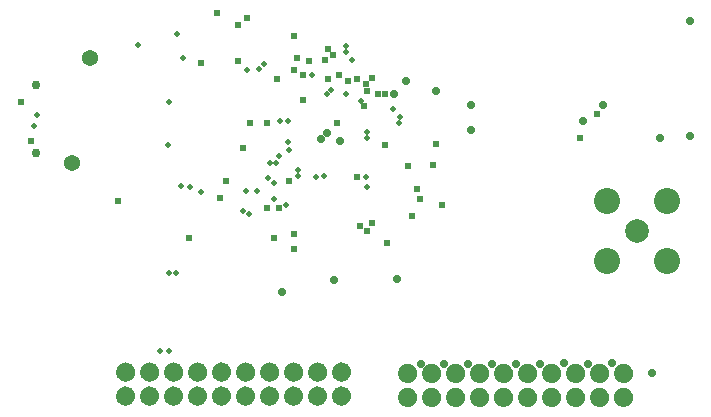
<source format=gbs>
%FSTAX23Y23*%
%MOIN*%
%SFA1B1*%

%IPPOS*%
%ADD78C,0.079000*%
%ADD79C,0.087000*%
%ADD80C,0.029590*%
%ADD81C,0.024000*%
%ADD82C,0.029000*%
%ADD83C,0.020000*%
%ADD84C,0.054000*%
%LNesp32c3phils-1*%
%LPD*%
G36*
X03286Y03082D02*
X03286Y03082D01*
X03286*
X03288Y03082*
X03288Y03082*
X03288Y03082*
X0329Y03081*
X0329Y03081*
X0329Y03081*
X03291Y03081*
X03291Y03081*
X03291Y03081*
X03293Y03081*
X03293Y03081*
X03293Y03081*
X03295Y0308*
X03295Y0308*
X03295Y0308*
X03296Y0308*
X03296Y0308*
X03296Y0308*
X03298Y03079*
X03298Y03079*
X03298Y03079*
X03299Y03078*
X03299Y03078*
X03299Y03078*
X03301Y03077*
X03301Y03077*
X03301Y03077*
X03302Y03077*
X03302Y03077*
X03302Y03077*
X03303Y03076*
X03303Y03076*
X03303Y03076*
X03305Y03075*
X03305Y03075*
X03305Y03075*
X03306Y03074*
X03306Y03074*
X03306Y03074*
X03307Y03072*
X03307Y03072*
X03307Y03072*
X03308Y03071*
X03308Y03071*
X03308Y03071*
X03309Y0307*
X03309Y0307*
X03309Y0307*
X0331Y03069*
X0331Y03069*
X0331Y03069*
X03311Y03067*
X03311Y03067*
X03311Y03067*
X03312Y03066*
X03312Y03066*
X03312Y03066*
X03313Y03064*
X03313Y03064*
X03313Y03064*
X03314Y03063*
X03314Y03063*
X03314Y03063*
X03314Y03061*
X03314Y03061*
X03314Y03061*
X03315Y0306*
X03315Y0306*
X03315Y0306*
X03315Y03058*
X03315Y03058*
X03315Y03058*
X03316Y03057*
X03316Y03057*
X03316Y03056*
X03316Y03055*
X03316Y03055*
X03316Y03055*
X03316Y03053*
Y03053*
X03316Y03053*
X03316Y03052*
Y03052*
X03316Y03052*
X03317Y0305*
X03317Y0305*
X03317Y0305*
X03316Y03048*
X03316Y03048*
Y03048*
X03316Y03047*
X03316Y03047*
Y03047*
X03316Y03045*
X03316Y03045*
X03316Y03045*
X03316Y03043*
X03316Y03043*
X03316Y03043*
X03315Y03042*
X03315Y03042*
X03315Y03042*
X03315Y0304*
X03315Y0304*
X03315Y0304*
X03314Y03039*
X03314Y03039*
X03314Y03039*
X03314Y03037*
X03314Y03037*
X03314Y03037*
X03313Y03036*
X03313Y03036*
X03313Y03035*
X03312Y03034*
X03312Y03034*
X03312Y03034*
X03311Y03033*
X03311Y03033*
X03311Y03033*
X0331Y03031*
X0331Y03031*
X0331Y03031*
X03309Y0303*
X03309Y0303*
X03309Y0303*
X03308Y03029*
X03308Y03029*
X03308Y03029*
X03307Y03028*
X03307Y03028*
X03307Y03027*
X03306Y03026*
X03306Y03026*
X03306Y03026*
X03305Y03025*
X03305Y03025*
X03305Y03025*
X03303Y03024*
X03303Y03024*
X03303Y03024*
X03302Y03023*
X03302Y03023*
X03302Y03023*
X03301Y03022*
X03301Y03022*
X03301Y03022*
X03299Y03022*
X03299Y03022*
X03299Y03022*
X03298Y03021*
X03298Y03021*
X03298Y03021*
X03296Y0302*
X03296Y0302*
X03296Y0302*
X03295Y0302*
X03295Y0302*
X03295Y0302*
X03293Y03019*
X03293Y03019*
X03293Y03019*
X03291Y03019*
X03291Y03019*
X03291Y03019*
X0329Y03019*
X0329Y03019*
X0329Y03019*
X03288Y03018*
X03288Y03018*
X03288Y03018*
X03286Y03018*
X03286*
X03286Y03018*
X03285Y03018*
X03285Y03018*
X03285Y03018*
X03283Y03018*
X03283Y03018*
X03283*
X03282Y03018*
X03281Y03018*
X03281Y03018*
X0328Y03019*
X0328Y03019*
X0328Y03019*
X03278Y03019*
X03278Y03019*
X03278Y03019*
X03277Y03019*
X03277Y03019*
X03277Y03019*
X03275Y0302*
X03275Y0302*
X03275Y0302*
X03273Y0302*
X03273Y0302*
X03273Y0302*
X03272Y03021*
X03272Y03021*
X03272Y03021*
X0327Y03022*
X0327Y03022*
X0327Y03022*
X03269Y03022*
X03269Y03022*
X03269Y03022*
X03268Y03023*
X03267Y03023*
X03267Y03023*
X03266Y03024*
X03266Y03024*
X03266Y03024*
X03265Y03025*
X03265Y03025*
X03265Y03025*
X03264Y03026*
X03264Y03026*
X03263Y03026*
X03262Y03027*
X03262Y03028*
X03262Y03028*
X03261Y03029*
X03261Y03029*
X03261Y03029*
X0326Y0303*
X0326Y0303*
X0326Y0303*
X03259Y03031*
X03259Y03031*
X03259Y03031*
X03258Y03033*
X03258Y03033*
X03258Y03033*
X03257Y03034*
X03257Y03034*
X03257Y03034*
X03257Y03035*
X03257Y03036*
X03256Y03036*
X03256Y03037*
X03256Y03037*
X03256Y03037*
X03255Y03039*
X03255Y03039*
X03255Y03039*
X03255Y0304*
X03255Y0304*
X03255Y0304*
X03254Y03042*
X03254Y03042*
X03254Y03042*
X03254Y03043*
X03254Y03043*
X03254Y03043*
X03253Y03045*
X03253Y03045*
X03253Y03045*
X03253Y03047*
Y03047*
X03253Y03047*
X03253Y03048*
Y03048*
X03253Y03048*
X03253Y0305*
X03253Y0305*
X03253Y0305*
X03253Y03052*
X03253Y03052*
Y03052*
X03253Y03053*
X03253Y03053*
Y03053*
X03253Y03055*
X03253Y03055*
X03253Y03055*
X03254Y03056*
X03254Y03057*
X03254Y03057*
X03254Y03058*
X03254Y03058*
X03254Y03058*
X03255Y0306*
X03255Y0306*
X03255Y0306*
X03255Y03061*
X03255Y03061*
X03255Y03061*
X03256Y03063*
X03256Y03063*
X03256Y03063*
X03256Y03064*
X03257Y03064*
X03257Y03064*
X03257Y03066*
X03257Y03066*
X03257Y03066*
X03258Y03067*
X03258Y03067*
X03258Y03067*
X03259Y03069*
X03259Y03069*
X03259Y03069*
X0326Y0307*
X0326Y0307*
X0326Y0307*
X03261Y03071*
X03261Y03071*
X03261Y03071*
X03262Y03072*
X03262Y03072*
X03262Y03072*
X03263Y03074*
X03264Y03074*
X03264Y03074*
X03265Y03075*
X03265Y03075*
X03265Y03075*
X03266Y03076*
X03266Y03076*
X03266Y03076*
X03267Y03077*
X03267Y03077*
X03268Y03077*
X03269Y03077*
X03269Y03077*
X03269Y03077*
X0327Y03078*
X0327Y03078*
X0327Y03078*
X03272Y03079*
X03272Y03079*
X03272Y03079*
X03273Y0308*
X03273Y0308*
X03273Y0308*
X03275Y0308*
X03275Y0308*
X03275Y0308*
X03277Y03081*
X03277Y03081*
X03277Y03081*
X03278Y03081*
X03278Y03081*
X03278Y03081*
X0328Y03081*
X0328Y03081*
X0328Y03081*
X03281Y03082*
X03281Y03082*
X03282Y03082*
X03283Y03082*
X03283*
X03283Y03082*
X03285Y03082*
X03285Y03082*
X03285Y03082*
X03286Y03082*
G37*
G36*
X03207D02*
X03207Y03082D01*
X03207*
X03208Y03082*
X03208Y03082*
X03208Y03082*
X0321Y03081*
X0321Y03081*
X0321Y03081*
X03212Y03081*
X03212Y03081*
X03212Y03081*
X03213Y03081*
X03213Y03081*
X03213Y03081*
X03215Y0308*
X03215Y0308*
X03215Y0308*
X03216Y0308*
X03216Y0308*
X03216Y0308*
X03218Y03079*
X03218Y03079*
X03218Y03079*
X03219Y03078*
X03219Y03078*
X0322Y03078*
X03221Y03077*
X03221Y03077*
X03221Y03077*
X03222Y03077*
X03222Y03077*
X03222Y03077*
X03224Y03076*
X03224Y03076*
X03224Y03076*
X03225Y03075*
X03225Y03075*
X03225Y03075*
X03226Y03074*
X03226Y03074*
X03226Y03074*
X03227Y03072*
X03227Y03072*
X03228Y03072*
X03229Y03071*
X03229Y03071*
X03229Y03071*
X0323Y0307*
X0323Y0307*
X0323Y0307*
X03231Y03069*
X03231Y03069*
X03231Y03069*
X03232Y03067*
X03232Y03067*
X03232Y03067*
X03233Y03066*
X03233Y03066*
X03233Y03066*
X03233Y03064*
X03233Y03064*
X03233Y03064*
X03234Y03063*
X03234Y03063*
X03234Y03063*
X03235Y03061*
X03235Y03061*
X03235Y03061*
X03235Y0306*
X03235Y0306*
X03235Y0306*
X03236Y03058*
X03236Y03058*
X03236Y03058*
X03236Y03057*
X03236Y03057*
X03236Y03056*
X03236Y03055*
X03236Y03055*
X03236Y03055*
X03237Y03053*
Y03053*
X03237Y03053*
X03237Y03052*
X03237Y03052*
X03237Y03052*
X03237Y0305*
X03237Y0305*
X03237Y0305*
X03237Y03048*
X03237Y03048*
X03237Y03048*
X03237Y03047*
X03237Y03047*
Y03047*
X03236Y03045*
X03236Y03045*
X03236Y03045*
X03236Y03043*
X03236Y03043*
X03236Y03043*
X03236Y03042*
X03236Y03042*
X03236Y03042*
X03235Y0304*
X03235Y0304*
X03235Y0304*
X03235Y03039*
X03235Y03039*
X03235Y03039*
X03234Y03037*
X03234Y03037*
X03234Y03037*
X03233Y03036*
X03233Y03036*
X03233Y03035*
X03233Y03034*
X03233Y03034*
X03233Y03034*
X03232Y03033*
X03232Y03033*
X03232Y03033*
X03231Y03031*
X03231Y03031*
X03231Y03031*
X0323Y0303*
X0323Y0303*
X0323Y0303*
X03229Y03029*
X03229Y03029*
X03229Y03029*
X03228Y03028*
X03227Y03028*
X03227Y03027*
X03226Y03026*
X03226Y03026*
X03226Y03026*
X03225Y03025*
X03225Y03025*
X03225Y03025*
X03224Y03024*
X03224Y03024*
X03224Y03024*
X03222Y03023*
X03222Y03023*
X03222Y03023*
X03221Y03022*
X03221Y03022*
X03221Y03022*
X0322Y03022*
X03219Y03022*
X03219Y03022*
X03218Y03021*
X03218Y03021*
X03218Y03021*
X03216Y0302*
X03216Y0302*
X03216Y0302*
X03215Y0302*
X03215Y0302*
X03215Y0302*
X03213Y03019*
X03213Y03019*
X03213Y03019*
X03212Y03019*
X03212Y03019*
X03212Y03019*
X0321Y03019*
X0321Y03019*
X0321Y03019*
X03208Y03018*
X03208Y03018*
X03208Y03018*
X03207Y03018*
X03207*
X03207Y03018*
X03205Y03018*
X03205Y03018*
X03205Y03018*
X03203Y03018*
X03203Y03018*
X03203*
X03202Y03018*
X03202Y03018*
X03202Y03018*
X032Y03019*
X032Y03019*
X032Y03019*
X03199Y03019*
X03198Y03019*
X03198Y03019*
X03197Y03019*
X03197Y03019*
X03197Y03019*
X03195Y0302*
X03195Y0302*
X03195Y0302*
X03194Y0302*
X03194Y0302*
X03194Y0302*
X03192Y03021*
X03192Y03021*
X03192Y03021*
X03191Y03022*
X03191Y03022*
X03191Y03022*
X03189Y03022*
X03189Y03022*
X03189Y03022*
X03188Y03023*
X03188Y03023*
X03188Y03023*
X03186Y03024*
X03186Y03024*
X03186Y03024*
X03185Y03025*
X03185Y03025*
X03185Y03025*
X03184Y03026*
X03184Y03026*
X03184Y03026*
X03183Y03027*
X03183Y03028*
X03183Y03028*
X03182Y03029*
X03181Y03029*
X03181Y03029*
X0318Y0303*
X0318Y0303*
X0318Y0303*
X03179Y03031*
X03179Y03031*
X03179Y03031*
X03178Y03033*
X03178Y03033*
X03178Y03033*
X03178Y03034*
X03178Y03034*
X03178Y03034*
X03177Y03035*
X03177Y03036*
X03177Y03036*
X03176Y03037*
X03176Y03037*
X03176Y03037*
X03175Y03039*
X03175Y03039*
X03175Y03039*
X03175Y0304*
X03175Y0304*
X03175Y0304*
X03174Y03042*
X03174Y03042*
X03174Y03042*
X03174Y03043*
X03174Y03043*
X03174Y03043*
X03174Y03045*
X03174Y03045*
X03174Y03045*
X03173Y03047*
Y03047*
X03173Y03047*
X03173Y03048*
Y03048*
X03173Y03048*
X03173Y0305*
X03173Y0305*
X03173Y0305*
X03173Y03052*
X03173Y03052*
Y03052*
X03173Y03053*
X03173Y03053*
Y03053*
X03174Y03055*
X03174Y03055*
X03174Y03055*
X03174Y03056*
X03174Y03057*
X03174Y03057*
X03174Y03058*
X03174Y03058*
X03174Y03058*
X03175Y0306*
X03175Y0306*
X03175Y0306*
X03175Y03061*
X03175Y03061*
X03175Y03061*
X03176Y03063*
X03176Y03063*
X03176Y03063*
X03177Y03064*
X03177Y03064*
X03177Y03064*
X03178Y03066*
X03178Y03066*
X03178Y03066*
X03178Y03067*
X03178Y03067*
X03178Y03067*
X03179Y03069*
X03179Y03069*
X03179Y03069*
X0318Y0307*
X0318Y0307*
X0318Y0307*
X03181Y03071*
X03181Y03071*
X03182Y03071*
X03183Y03072*
X03183Y03072*
X03183Y03072*
X03184Y03074*
X03184Y03074*
X03184Y03074*
X03185Y03075*
X03185Y03075*
X03185Y03075*
X03186Y03076*
X03186Y03076*
X03186Y03076*
X03188Y03077*
X03188Y03077*
X03188Y03077*
X03189Y03077*
X03189Y03077*
X03189Y03077*
X03191Y03078*
X03191Y03078*
X03191Y03078*
X03192Y03079*
X03192Y03079*
X03192Y03079*
X03194Y0308*
X03194Y0308*
X03194Y0308*
X03195Y0308*
X03195Y0308*
X03195Y0308*
X03197Y03081*
X03197Y03081*
X03197Y03081*
X03198Y03081*
X03198Y03081*
X03199Y03081*
X032Y03081*
X032Y03081*
X032Y03081*
X03202Y03082*
X03202Y03082*
X03202Y03082*
X03203Y03082*
X03203*
X03203Y03082*
X03205Y03082*
X03205Y03082*
X03205Y03082*
X03207Y03082*
G37*
G36*
X03127D02*
X03127Y03082D01*
X03127*
X03128Y03082*
X03128Y03082*
X03128Y03082*
X0313Y03081*
X0313Y03081*
X0313Y03081*
X03132Y03081*
X03132Y03081*
X03132Y03081*
X03133Y03081*
X03133Y03081*
X03133Y03081*
X03135Y0308*
X03135Y0308*
X03135Y0308*
X03136Y0308*
X03136Y0308*
X03136Y0308*
X03138Y03079*
X03138Y03079*
X03138Y03079*
X03139Y03078*
X03139Y03078*
X0314Y03078*
X03141Y03077*
X03141Y03077*
X03141Y03077*
X03142Y03077*
X03142Y03077*
X03142Y03077*
X03144Y03076*
X03144Y03076*
X03144Y03076*
X03145Y03075*
X03145Y03075*
X03145Y03075*
X03146Y03074*
X03146Y03074*
X03146Y03074*
X03147Y03072*
X03147Y03072*
X03148Y03072*
X03149Y03071*
X03149Y03071*
X03149Y03071*
X0315Y0307*
X0315Y0307*
X0315Y0307*
X03151Y03069*
X03151Y03069*
X03151Y03069*
X03152Y03067*
X03152Y03067*
X03152Y03067*
X03153Y03066*
X03153Y03066*
X03153Y03066*
X03153Y03064*
X03153Y03064*
X03153Y03064*
X03154Y03063*
X03154Y03063*
X03154Y03063*
X03155Y03061*
X03155Y03061*
X03155Y03061*
X03155Y0306*
X03155Y0306*
X03155Y0306*
X03156Y03058*
X03156Y03058*
X03156Y03058*
X03156Y03057*
X03156Y03057*
X03156Y03056*
X03156Y03055*
X03156Y03055*
X03156Y03055*
X03157Y03053*
Y03053*
X03157Y03053*
X03157Y03052*
X03157Y03052*
X03157Y03052*
X03157Y0305*
X03157Y0305*
X03157Y0305*
X03157Y03048*
X03157Y03048*
X03157Y03048*
X03157Y03047*
X03157Y03047*
Y03047*
X03156Y03045*
X03156Y03045*
X03156Y03045*
X03156Y03043*
X03156Y03043*
X03156Y03043*
X03156Y03042*
X03156Y03042*
X03156Y03042*
X03155Y0304*
X03155Y0304*
X03155Y0304*
X03155Y03039*
X03155Y03039*
X03155Y03039*
X03154Y03037*
X03154Y03037*
X03154Y03037*
X03153Y03036*
X03153Y03036*
X03153Y03035*
X03153Y03034*
X03153Y03034*
X03153Y03034*
X03152Y03033*
X03152Y03033*
X03152Y03033*
X03151Y03031*
X03151Y03031*
X03151Y03031*
X0315Y0303*
X0315Y0303*
X0315Y0303*
X03149Y03029*
X03149Y03029*
X03149Y03029*
X03148Y03028*
X03147Y03028*
X03147Y03027*
X03146Y03026*
X03146Y03026*
X03146Y03026*
X03145Y03025*
X03145Y03025*
X03145Y03025*
X03144Y03024*
X03144Y03024*
X03144Y03024*
X03142Y03023*
X03142Y03023*
X03142Y03023*
X03141Y03022*
X03141Y03022*
X03141Y03022*
X0314Y03022*
X03139Y03022*
X03139Y03022*
X03138Y03021*
X03138Y03021*
X03138Y03021*
X03136Y0302*
X03136Y0302*
X03136Y0302*
X03135Y0302*
X03135Y0302*
X03135Y0302*
X03133Y03019*
X03133Y03019*
X03133Y03019*
X03132Y03019*
X03132Y03019*
X03132Y03019*
X0313Y03019*
X0313Y03019*
X0313Y03019*
X03128Y03018*
X03128Y03018*
X03128Y03018*
X03127Y03018*
X03127*
X03127Y03018*
X03125Y03018*
X03125Y03018*
X03125Y03018*
X03123Y03018*
X03123Y03018*
X03123*
X03122Y03018*
X03122Y03018*
X03122Y03018*
X0312Y03019*
X0312Y03019*
X0312Y03019*
X03119Y03019*
X03118Y03019*
X03118Y03019*
X03117Y03019*
X03117Y03019*
X03117Y03019*
X03115Y0302*
X03115Y0302*
X03115Y0302*
X03114Y0302*
X03114Y0302*
X03114Y0302*
X03112Y03021*
X03112Y03021*
X03112Y03021*
X03111Y03022*
X03111Y03022*
X03111Y03022*
X03109Y03022*
X03109Y03022*
X03109Y03022*
X03108Y03023*
X03108Y03023*
X03108Y03023*
X03106Y03024*
X03106Y03024*
X03106Y03024*
X03105Y03025*
X03105Y03025*
X03105Y03025*
X03104Y03026*
X03104Y03026*
X03104Y03026*
X03103Y03027*
X03103Y03028*
X03103Y03028*
X03102Y03029*
X03101Y03029*
X03101Y03029*
X031Y0303*
X031Y0303*
X031Y0303*
X03099Y03031*
X03099Y03031*
X03099Y03031*
X03098Y03033*
X03098Y03033*
X03098Y03033*
X03098Y03034*
X03098Y03034*
X03098Y03034*
X03097Y03035*
X03097Y03036*
X03097Y03036*
X03096Y03037*
X03096Y03037*
X03096Y03037*
X03095Y03039*
X03095Y03039*
X03095Y03039*
X03095Y0304*
X03095Y0304*
X03095Y0304*
X03094Y03042*
X03094Y03042*
X03094Y03042*
X03094Y03043*
X03094Y03043*
X03094Y03043*
X03094Y03045*
X03094Y03045*
X03094Y03045*
X03093Y03047*
Y03047*
X03093Y03047*
X03093Y03048*
Y03048*
X03093Y03048*
X03093Y0305*
X03093Y0305*
X03093Y0305*
X03093Y03052*
X03093Y03052*
Y03052*
X03093Y03053*
X03093Y03053*
Y03053*
X03094Y03055*
X03094Y03055*
X03094Y03055*
X03094Y03056*
X03094Y03057*
X03094Y03057*
X03094Y03058*
X03094Y03058*
X03094Y03058*
X03095Y0306*
X03095Y0306*
X03095Y0306*
X03095Y03061*
X03095Y03061*
X03095Y03061*
X03096Y03063*
X03096Y03063*
X03096Y03063*
X03097Y03064*
X03097Y03064*
X03097Y03064*
X03098Y03066*
X03098Y03066*
X03098Y03066*
X03098Y03067*
X03098Y03067*
X03098Y03067*
X03099Y03069*
X03099Y03069*
X03099Y03069*
X031Y0307*
X031Y0307*
X031Y0307*
X03101Y03071*
X03101Y03071*
X03102Y03071*
X03103Y03072*
X03103Y03072*
X03103Y03072*
X03104Y03074*
X03104Y03074*
X03104Y03074*
X03105Y03075*
X03105Y03075*
X03105Y03075*
X03106Y03076*
X03106Y03076*
X03106Y03076*
X03108Y03077*
X03108Y03077*
X03108Y03077*
X03109Y03077*
X03109Y03077*
X03109Y03077*
X03111Y03078*
X03111Y03078*
X03111Y03078*
X03112Y03079*
X03112Y03079*
X03112Y03079*
X03114Y0308*
X03114Y0308*
X03114Y0308*
X03115Y0308*
X03115Y0308*
X03115Y0308*
X03117Y03081*
X03117Y03081*
X03117Y03081*
X03118Y03081*
X03118Y03081*
X03119Y03081*
X0312Y03081*
X0312Y03081*
X0312Y03081*
X03122Y03082*
X03122Y03082*
X03122Y03082*
X03123Y03082*
X03123*
X03123Y03082*
X03125Y03082*
X03125Y03082*
X03125Y03082*
X03127Y03082*
G37*
G36*
X03047D02*
X03047Y03082D01*
X03047*
X03048Y03082*
X03048Y03082*
X03048Y03082*
X0305Y03081*
X0305Y03081*
X0305Y03081*
X03052Y03081*
X03052Y03081*
X03052Y03081*
X03053Y03081*
X03053Y03081*
X03053Y03081*
X03055Y0308*
X03055Y0308*
X03055Y0308*
X03056Y0308*
X03056Y0308*
X03056Y0308*
X03058Y03079*
X03058Y03079*
X03058Y03079*
X03059Y03078*
X03059Y03078*
X0306Y03078*
X03061Y03077*
X03061Y03077*
X03061Y03077*
X03062Y03077*
X03062Y03077*
X03062Y03077*
X03064Y03076*
X03064Y03076*
X03064Y03076*
X03065Y03075*
X03065Y03075*
X03065Y03075*
X03066Y03074*
X03066Y03074*
X03066Y03074*
X03067Y03072*
X03067Y03072*
X03068Y03072*
X03069Y03071*
X03069Y03071*
X03069Y03071*
X0307Y0307*
X0307Y0307*
X0307Y0307*
X03071Y03069*
X03071Y03069*
X03071Y03069*
X03072Y03067*
X03072Y03067*
X03072Y03067*
X03073Y03066*
X03073Y03066*
X03073Y03066*
X03073Y03064*
X03073Y03064*
X03073Y03064*
X03074Y03063*
X03074Y03063*
X03074Y03063*
X03075Y03061*
X03075Y03061*
X03075Y03061*
X03075Y0306*
X03075Y0306*
X03075Y0306*
X03076Y03058*
X03076Y03058*
X03076Y03058*
X03076Y03057*
X03076Y03057*
X03076Y03056*
X03076Y03055*
X03076Y03055*
X03076Y03055*
X03077Y03053*
Y03053*
X03077Y03053*
X03077Y03052*
X03077Y03052*
X03077Y03052*
X03077Y0305*
X03077Y0305*
X03077Y0305*
X03077Y03048*
X03077Y03048*
X03077Y03048*
X03077Y03047*
X03077Y03047*
Y03047*
X03076Y03045*
X03076Y03045*
X03076Y03045*
X03076Y03043*
X03076Y03043*
X03076Y03043*
X03076Y03042*
X03076Y03042*
X03076Y03042*
X03075Y0304*
X03075Y0304*
X03075Y0304*
X03075Y03039*
X03075Y03039*
X03075Y03039*
X03074Y03037*
X03074Y03037*
X03074Y03037*
X03073Y03036*
X03073Y03036*
X03073Y03035*
X03073Y03034*
X03073Y03034*
X03073Y03034*
X03072Y03033*
X03072Y03033*
X03072Y03033*
X03071Y03031*
X03071Y03031*
X03071Y03031*
X0307Y0303*
X0307Y0303*
X0307Y0303*
X03069Y03029*
X03069Y03029*
X03069Y03029*
X03068Y03028*
X03067Y03028*
X03067Y03027*
X03066Y03026*
X03066Y03026*
X03066Y03026*
X03065Y03025*
X03065Y03025*
X03065Y03025*
X03064Y03024*
X03064Y03024*
X03064Y03024*
X03062Y03023*
X03062Y03023*
X03062Y03023*
X03061Y03022*
X03061Y03022*
X03061Y03022*
X0306Y03022*
X03059Y03022*
X03059Y03022*
X03058Y03021*
X03058Y03021*
X03058Y03021*
X03056Y0302*
X03056Y0302*
X03056Y0302*
X03055Y0302*
X03055Y0302*
X03055Y0302*
X03053Y03019*
X03053Y03019*
X03053Y03019*
X03052Y03019*
X03052Y03019*
X03052Y03019*
X0305Y03019*
X0305Y03019*
X0305Y03019*
X03048Y03018*
X03048Y03018*
X03048Y03018*
X03047Y03018*
X03047*
X03047Y03018*
X03045Y03018*
X03045Y03018*
X03045Y03018*
X03043Y03018*
X03043Y03018*
X03043*
X03042Y03018*
X03042Y03018*
X03042Y03018*
X0304Y03019*
X0304Y03019*
X0304Y03019*
X03039Y03019*
X03038Y03019*
X03038Y03019*
X03037Y03019*
X03037Y03019*
X03037Y03019*
X03035Y0302*
X03035Y0302*
X03035Y0302*
X03034Y0302*
X03034Y0302*
X03034Y0302*
X03032Y03021*
X03032Y03021*
X03032Y03021*
X03031Y03022*
X03031Y03022*
X03031Y03022*
X03029Y03022*
X03029Y03022*
X03029Y03022*
X03028Y03023*
X03028Y03023*
X03028Y03023*
X03026Y03024*
X03026Y03024*
X03026Y03024*
X03025Y03025*
X03025Y03025*
X03025Y03025*
X03024Y03026*
X03024Y03026*
X03024Y03026*
X03023Y03027*
X03023Y03028*
X03023Y03028*
X03022Y03029*
X03021Y03029*
X03021Y03029*
X0302Y0303*
X0302Y0303*
X0302Y0303*
X03019Y03031*
X03019Y03031*
X03019Y03031*
X03018Y03033*
X03018Y03033*
X03018Y03033*
X03018Y03034*
X03018Y03034*
X03018Y03034*
X03017Y03035*
X03017Y03036*
X03017Y03036*
X03016Y03037*
X03016Y03037*
X03016Y03037*
X03015Y03039*
X03015Y03039*
X03015Y03039*
X03015Y0304*
X03015Y0304*
X03015Y0304*
X03014Y03042*
X03014Y03042*
X03014Y03042*
X03014Y03043*
X03014Y03043*
X03014Y03043*
X03014Y03045*
X03014Y03045*
X03014Y03045*
X03013Y03047*
Y03047*
X03013Y03047*
X03013Y03048*
Y03048*
X03013Y03048*
X03013Y0305*
X03013Y0305*
X03013Y0305*
X03013Y03052*
X03013Y03052*
Y03052*
X03013Y03053*
X03013Y03053*
Y03053*
X03014Y03055*
X03014Y03055*
X03014Y03055*
X03014Y03056*
X03014Y03057*
X03014Y03057*
X03014Y03058*
X03014Y03058*
X03014Y03058*
X03015Y0306*
X03015Y0306*
X03015Y0306*
X03015Y03061*
X03015Y03061*
X03015Y03061*
X03016Y03063*
X03016Y03063*
X03016Y03063*
X03017Y03064*
X03017Y03064*
X03017Y03064*
X03018Y03066*
X03018Y03066*
X03018Y03066*
X03018Y03067*
X03018Y03067*
X03018Y03067*
X03019Y03069*
X03019Y03069*
X03019Y03069*
X0302Y0307*
X0302Y0307*
X0302Y0307*
X03021Y03071*
X03021Y03071*
X03022Y03071*
X03023Y03072*
X03023Y03072*
X03023Y03072*
X03024Y03074*
X03024Y03074*
X03024Y03074*
X03025Y03075*
X03025Y03075*
X03025Y03075*
X03026Y03076*
X03026Y03076*
X03026Y03076*
X03028Y03077*
X03028Y03077*
X03028Y03077*
X03029Y03077*
X03029Y03077*
X03029Y03077*
X03031Y03078*
X03031Y03078*
X03031Y03078*
X03032Y03079*
X03032Y03079*
X03032Y03079*
X03034Y0308*
X03034Y0308*
X03034Y0308*
X03035Y0308*
X03035Y0308*
X03035Y0308*
X03037Y03081*
X03037Y03081*
X03037Y03081*
X03038Y03081*
X03038Y03081*
X03039Y03081*
X0304Y03081*
X0304Y03081*
X0304Y03081*
X03042Y03082*
X03042Y03082*
X03042Y03082*
X03043Y03082*
X03043*
X03043Y03082*
X03045Y03082*
X03045Y03082*
X03045Y03082*
X03047Y03082*
G37*
G36*
X02967D02*
X02967Y03082D01*
X02967*
X02968Y03082*
X02968Y03082*
X02968Y03082*
X0297Y03081*
X0297Y03081*
X0297Y03081*
X02972Y03081*
X02972Y03081*
X02972Y03081*
X02973Y03081*
X02973Y03081*
X02973Y03081*
X02975Y0308*
X02975Y0308*
X02975Y0308*
X02976Y0308*
X02976Y0308*
X02976Y0308*
X02978Y03079*
X02978Y03079*
X02978Y03079*
X02979Y03078*
X02979Y03078*
X0298Y03078*
X02981Y03077*
X02981Y03077*
X02981Y03077*
X02982Y03077*
X02982Y03077*
X02982Y03077*
X02984Y03076*
X02984Y03076*
X02984Y03076*
X02985Y03075*
X02985Y03075*
X02985Y03075*
X02986Y03074*
X02986Y03074*
X02986Y03074*
X02987Y03072*
X02987Y03072*
X02988Y03072*
X02989Y03071*
X02989Y03071*
X02989Y03071*
X0299Y0307*
X0299Y0307*
X0299Y0307*
X02991Y03069*
X02991Y03069*
X02991Y03069*
X02992Y03067*
X02992Y03067*
X02992Y03067*
X02993Y03066*
X02993Y03066*
X02993Y03066*
X02993Y03064*
X02993Y03064*
X02993Y03064*
X02994Y03063*
X02994Y03063*
X02994Y03063*
X02995Y03061*
X02995Y03061*
X02995Y03061*
X02995Y0306*
X02995Y0306*
X02995Y0306*
X02996Y03058*
X02996Y03058*
X02996Y03058*
X02996Y03057*
X02996Y03057*
X02996Y03056*
X02996Y03055*
X02996Y03055*
X02996Y03055*
X02997Y03053*
Y03053*
X02997Y03053*
X02997Y03052*
X02997Y03052*
X02997Y03052*
X02997Y0305*
X02997Y0305*
X02997Y0305*
X02997Y03048*
X02997Y03048*
X02997Y03048*
X02997Y03047*
X02997Y03047*
Y03047*
X02996Y03045*
X02996Y03045*
X02996Y03045*
X02996Y03043*
X02996Y03043*
X02996Y03043*
X02996Y03042*
X02996Y03042*
X02996Y03042*
X02995Y0304*
X02995Y0304*
X02995Y0304*
X02995Y03039*
X02995Y03039*
X02995Y03039*
X02994Y03037*
X02994Y03037*
X02994Y03037*
X02993Y03036*
X02993Y03036*
X02993Y03035*
X02993Y03034*
X02993Y03034*
X02993Y03034*
X02992Y03033*
X02992Y03033*
X02992Y03033*
X02991Y03031*
X02991Y03031*
X02991Y03031*
X0299Y0303*
X0299Y0303*
X0299Y0303*
X02989Y03029*
X02989Y03029*
X02989Y03029*
X02988Y03028*
X02987Y03028*
X02987Y03027*
X02986Y03026*
X02986Y03026*
X02986Y03026*
X02985Y03025*
X02985Y03025*
X02985Y03025*
X02984Y03024*
X02984Y03024*
X02984Y03024*
X02982Y03023*
X02982Y03023*
X02982Y03023*
X02981Y03022*
X02981Y03022*
X02981Y03022*
X0298Y03022*
X02979Y03022*
X02979Y03022*
X02978Y03021*
X02978Y03021*
X02978Y03021*
X02976Y0302*
X02976Y0302*
X02976Y0302*
X02975Y0302*
X02975Y0302*
X02975Y0302*
X02973Y03019*
X02973Y03019*
X02973Y03019*
X02972Y03019*
X02972Y03019*
X02972Y03019*
X0297Y03019*
X0297Y03019*
X0297Y03019*
X02968Y03018*
X02968Y03018*
X02968Y03018*
X02967Y03018*
X02967*
X02967Y03018*
X02965Y03018*
X02965Y03018*
X02965Y03018*
X02963Y03018*
X02963Y03018*
X02963*
X02962Y03018*
X02962Y03018*
X02962Y03018*
X0296Y03019*
X0296Y03019*
X0296Y03019*
X02959Y03019*
X02958Y03019*
X02958Y03019*
X02957Y03019*
X02957Y03019*
X02957Y03019*
X02955Y0302*
X02955Y0302*
X02955Y0302*
X02954Y0302*
X02954Y0302*
X02954Y0302*
X02952Y03021*
X02952Y03021*
X02952Y03021*
X02951Y03022*
X02951Y03022*
X02951Y03022*
X02949Y03022*
X02949Y03022*
X02949Y03022*
X02948Y03023*
X02948Y03023*
X02948Y03023*
X02946Y03024*
X02946Y03024*
X02946Y03024*
X02945Y03025*
X02945Y03025*
X02945Y03025*
X02944Y03026*
X02944Y03026*
X02944Y03026*
X02943Y03027*
X02943Y03028*
X02943Y03028*
X02942Y03029*
X02941Y03029*
X02941Y03029*
X0294Y0303*
X0294Y0303*
X0294Y0303*
X02939Y03031*
X02939Y03031*
X02939Y03031*
X02938Y03033*
X02938Y03033*
X02938Y03033*
X02938Y03034*
X02938Y03034*
X02938Y03034*
X02937Y03035*
X02937Y03036*
X02937Y03036*
X02936Y03037*
X02936Y03037*
X02936Y03037*
X02935Y03039*
X02935Y03039*
X02935Y03039*
X02935Y0304*
X02935Y0304*
X02935Y0304*
X02934Y03042*
X02934Y03042*
X02934Y03042*
X02934Y03043*
X02934Y03043*
X02934Y03043*
X02934Y03045*
X02934Y03045*
X02934Y03045*
X02933Y03047*
Y03047*
X02933Y03047*
X02933Y03048*
Y03048*
X02933Y03048*
X02933Y0305*
X02933Y0305*
X02933Y0305*
X02933Y03052*
X02933Y03052*
Y03052*
X02933Y03053*
X02933Y03053*
Y03053*
X02934Y03055*
X02934Y03055*
X02934Y03055*
X02934Y03056*
X02934Y03057*
X02934Y03057*
X02934Y03058*
X02934Y03058*
X02934Y03058*
X02935Y0306*
X02935Y0306*
X02935Y0306*
X02935Y03061*
X02935Y03061*
X02935Y03061*
X02936Y03063*
X02936Y03063*
X02936Y03063*
X02937Y03064*
X02937Y03064*
X02937Y03064*
X02938Y03066*
X02938Y03066*
X02938Y03066*
X02938Y03067*
X02938Y03067*
X02938Y03067*
X02939Y03069*
X02939Y03069*
X02939Y03069*
X0294Y0307*
X0294Y0307*
X0294Y0307*
X02941Y03071*
X02941Y03071*
X02942Y03071*
X02943Y03072*
X02943Y03072*
X02943Y03072*
X02944Y03074*
X02944Y03074*
X02944Y03074*
X02945Y03075*
X02945Y03075*
X02945Y03075*
X02946Y03076*
X02946Y03076*
X02946Y03076*
X02948Y03077*
X02948Y03077*
X02948Y03077*
X02949Y03077*
X02949Y03077*
X02949Y03077*
X02951Y03078*
X02951Y03078*
X02951Y03078*
X02952Y03079*
X02952Y03079*
X02952Y03079*
X02954Y0308*
X02954Y0308*
X02954Y0308*
X02955Y0308*
X02955Y0308*
X02955Y0308*
X02957Y03081*
X02957Y03081*
X02957Y03081*
X02958Y03081*
X02958Y03081*
X02959Y03081*
X0296Y03081*
X0296Y03081*
X0296Y03081*
X02962Y03082*
X02962Y03082*
X02962Y03082*
X02963Y03082*
X02963*
X02963Y03082*
X02965Y03082*
X02965Y03082*
X02965Y03082*
X02967Y03082*
G37*
G36*
X03286Y03002D02*
X03286Y03002D01*
X03286*
X03288Y03002*
X03288Y03002*
X03288Y03002*
X03289Y03001*
X03289Y03001*
X0329Y03001*
X03291Y03001*
X03291Y03001*
X03291Y03001*
X03293Y03001*
X03293Y03001*
X03293Y03001*
X03294Y03*
X03294Y03*
X03294Y03*
X03296Y03*
X03296Y03*
X03296Y03*
X03297Y02999*
X03297Y02999*
X03297Y02999*
X03299Y02998*
X03299Y02998*
X03299Y02998*
X033Y02997*
X033Y02997*
X033Y02997*
X03302Y02997*
X03302Y02997*
X03302Y02997*
X03303Y02996*
X03303Y02996*
X03303Y02996*
X03304Y02995*
X03304Y02995*
X03305Y02995*
X03306Y02994*
X03306Y02994*
X03306Y02994*
X03307Y02992*
X03307Y02992*
X03307Y02992*
X03308Y02991*
X03308Y02991*
X03308Y02991*
X03309Y0299*
X03309Y0299*
X03309Y0299*
X0331Y02989*
X0331Y02989*
X0331Y02989*
X03311Y02987*
X03311Y02987*
X03311Y02987*
X03312Y02986*
X03312Y02986*
X03312Y02986*
X03313Y02984*
X03313Y02984*
X03313Y02984*
X03313Y02983*
X03313Y02983*
X03314Y02983*
X03314Y02981*
X03314Y02981*
X03314Y02981*
X03315Y0298*
X03315Y0298*
X03315Y0298*
X03315Y02978*
X03315Y02978*
X03315Y02978*
X03316Y02977*
X03316Y02977*
X03316Y02976*
X03316Y02975*
X03316Y02975*
X03316Y02975*
X03316Y02973*
Y02973*
X03316Y02973*
X03316Y02972*
Y02972*
X03316Y02972*
X03316Y0297*
X03316Y0297*
X03316Y0297*
X03316Y02968*
X03316Y02968*
Y02968*
X03316Y02967*
X03316Y02967*
Y02967*
X03316Y02965*
X03316Y02965*
X03316Y02965*
X03316Y02963*
X03316Y02963*
X03316Y02963*
X03315Y02962*
X03315Y02962*
X03315Y02962*
X03315Y0296*
X03315Y0296*
X03315Y0296*
X03314Y02959*
X03314Y02959*
X03314Y02959*
X03314Y02957*
X03313Y02957*
X03313Y02957*
X03313Y02956*
X03313Y02956*
X03313Y02955*
X03312Y02954*
X03312Y02954*
X03312Y02954*
X03311Y02953*
X03311Y02953*
X03311Y02953*
X0331Y02951*
X0331Y02951*
X0331Y02951*
X03309Y0295*
X03309Y0295*
X03309Y0295*
X03308Y02949*
X03308Y02949*
X03308Y02949*
X03307Y02948*
X03307Y02948*
X03307Y02947*
X03306Y02946*
X03306Y02946*
X03306Y02946*
X03305Y02945*
X03304Y02945*
X03304Y02945*
X03303Y02944*
X03303Y02944*
X03303Y02944*
X03302Y02943*
X03302Y02943*
X03302Y02943*
X033Y02942*
X033Y02942*
X033Y02942*
X03299Y02942*
X03299Y02942*
X03299Y02942*
X03297Y02941*
X03297Y02941*
X03297Y02941*
X03296Y0294*
X03296Y0294*
X03296Y0294*
X03294Y0294*
X03294Y0294*
X03294Y0294*
X03293Y02939*
X03293Y02939*
X03293Y02939*
X03291Y02939*
X03291Y02939*
X03291Y02939*
X0329Y02939*
X03289Y02939*
X03289Y02939*
X03288Y02938*
X03288Y02938*
X03288Y02938*
X03286Y02938*
X03286*
X03286Y02938*
X03285Y02938*
X03284Y02938*
X03284Y02938*
X03283Y02938*
X03283Y02938*
X03283*
X03281Y02938*
X03281Y02938*
X03281Y02938*
X0328Y02939*
X0328Y02939*
X03279Y02939*
X03278Y02939*
X03278Y02939*
X03278Y02939*
X03276Y02939*
X03276Y02939*
X03276Y02939*
X03275Y0294*
X03275Y0294*
X03275Y0294*
X03273Y0294*
X03273Y0294*
X03273Y0294*
X03272Y02941*
X03272Y02941*
X03272Y02941*
X0327Y02942*
X0327Y02942*
X0327Y02942*
X03269Y02942*
X03269Y02942*
X03269Y02942*
X03267Y02943*
X03267Y02943*
X03267Y02943*
X03266Y02944*
X03266Y02944*
X03266Y02944*
X03265Y02945*
X03265Y02945*
X03264Y02945*
X03263Y02946*
X03263Y02946*
X03263Y02946*
X03262Y02947*
X03262Y02948*
X03262Y02948*
X03261Y02949*
X03261Y02949*
X03261Y02949*
X0326Y0295*
X0326Y0295*
X0326Y0295*
X03259Y02951*
X03259Y02951*
X03259Y02951*
X03258Y02953*
X03258Y02953*
X03258Y02953*
X03257Y02954*
X03257Y02954*
X03257Y02954*
X03256Y02955*
X03256Y02956*
X03256Y02956*
X03256Y02957*
X03256Y02957*
X03255Y02957*
X03255Y02959*
X03255Y02959*
X03255Y02959*
X03254Y0296*
X03254Y0296*
X03254Y0296*
X03254Y02962*
X03254Y02962*
X03254Y02962*
X03253Y02963*
X03253Y02963*
X03253Y02963*
X03253Y02965*
X03253Y02965*
X03253Y02965*
X03253Y02967*
Y02967*
X03253Y02967*
X03253Y02968*
X03253Y02968*
X03253Y02968*
X03253Y0297*
Y0297*
Y0297*
X03253Y02972*
X03253Y02972*
X03253Y02972*
X03253Y02973*
X03253Y02973*
Y02973*
X03253Y02975*
X03253Y02975*
X03253Y02975*
X03253Y02976*
X03253Y02977*
X03253Y02977*
X03254Y02978*
X03254Y02978*
X03254Y02978*
X03254Y0298*
X03254Y0298*
X03254Y0298*
X03255Y02981*
X03255Y02981*
X03255Y02981*
X03255Y02983*
X03256Y02983*
X03256Y02983*
X03256Y02984*
X03256Y02984*
X03256Y02984*
X03257Y02986*
X03257Y02986*
X03257Y02986*
X03258Y02987*
X03258Y02987*
X03258Y02987*
X03259Y02989*
X03259Y02989*
X03259Y02989*
X0326Y0299*
X0326Y0299*
X0326Y0299*
X03261Y02991*
X03261Y02991*
X03261Y02991*
X03262Y02992*
X03262Y02992*
X03262Y02992*
X03263Y02994*
X03263Y02994*
X03263Y02994*
X03264Y02995*
X03265Y02995*
X03265Y02995*
X03266Y02996*
X03266Y02996*
X03266Y02996*
X03267Y02997*
X03267Y02997*
X03267Y02997*
X03269Y02997*
X03269Y02997*
X03269Y02997*
X0327Y02998*
X0327Y02998*
X0327Y02998*
X03272Y02999*
X03272Y02999*
X03272Y02999*
X03273Y03*
X03273Y03*
X03273Y03*
X03275Y03*
X03275Y03*
X03275Y03*
X03276Y03001*
X03276Y03001*
X03276Y03001*
X03278Y03001*
X03278Y03001*
X03278Y03001*
X03279Y03001*
X0328Y03001*
X0328Y03001*
X03281Y03002*
X03281Y03002*
X03281Y03002*
X03283Y03002*
X03283*
X03283Y03002*
X03284Y03002*
X03284Y03002*
X03285Y03002*
X03286Y03002*
G37*
G36*
X03206D02*
X03206Y03002D01*
X03206*
X03208Y03002*
X03208Y03002*
X03208Y03002*
X0321Y03001*
X0321Y03001*
X0321Y03001*
X03211Y03001*
X03211Y03001*
X03211Y03001*
X03213Y03001*
X03213Y03001*
X03213Y03001*
X03215Y03*
X03215Y03*
X03215Y03*
X03216Y03*
X03216Y03*
X03216Y03*
X03218Y02999*
X03218Y02999*
X03218Y02999*
X03219Y02998*
X03219Y02998*
X03219Y02998*
X03221Y02997*
X03221Y02997*
X03221Y02997*
X03222Y02997*
X03222Y02997*
X03222Y02997*
X03223Y02996*
X03223Y02996*
X03223Y02996*
X03225Y02995*
X03225Y02995*
X03225Y02995*
X03226Y02994*
X03226Y02994*
X03226Y02994*
X03227Y02992*
X03227Y02992*
X03227Y02992*
X03228Y02991*
X03228Y02991*
X03228Y02991*
X03229Y0299*
X03229Y0299*
X03229Y0299*
X0323Y02989*
X0323Y02989*
X0323Y02989*
X03231Y02987*
X03231Y02987*
X03231Y02987*
X03232Y02986*
X03232Y02986*
X03232Y02986*
X03233Y02984*
X03233Y02984*
X03233Y02984*
X03234Y02983*
X03234Y02983*
X03234Y02983*
X03234Y02981*
X03234Y02981*
X03234Y02981*
X03235Y0298*
X03235Y0298*
X03235Y0298*
X03235Y02978*
X03235Y02978*
X03235Y02978*
X03236Y02977*
X03236Y02977*
X03236Y02976*
X03236Y02975*
X03236Y02975*
X03236Y02975*
X03236Y02973*
Y02973*
X03236Y02973*
X03236Y02972*
X03236Y02972*
X03236Y02972*
X03237Y0297*
X03237Y0297*
X03237Y0297*
X03236Y02968*
X03236Y02968*
X03236Y02968*
X03236Y02967*
X03236Y02967*
Y02967*
X03236Y02965*
X03236Y02965*
X03236Y02965*
X03236Y02963*
X03236Y02963*
X03236Y02963*
X03235Y02962*
X03235Y02962*
X03235Y02962*
X03235Y0296*
X03235Y0296*
X03235Y0296*
X03234Y02959*
X03234Y02959*
X03234Y02959*
X03234Y02957*
X03234Y02957*
X03234Y02957*
X03233Y02956*
X03233Y02956*
X03233Y02955*
X03232Y02954*
X03232Y02954*
X03232Y02954*
X03231Y02953*
X03231Y02953*
X03231Y02953*
X0323Y02951*
X0323Y02951*
X0323Y02951*
X03229Y0295*
X03229Y0295*
X03229Y0295*
X03228Y02949*
X03228Y02949*
X03228Y02949*
X03227Y02948*
X03227Y02948*
X03227Y02947*
X03226Y02946*
X03226Y02946*
X03226Y02946*
X03225Y02945*
X03225Y02945*
X03225Y02945*
X03223Y02944*
X03223Y02944*
X03223Y02944*
X03222Y02943*
X03222Y02943*
X03222Y02943*
X03221Y02942*
X03221Y02942*
X03221Y02942*
X03219Y02942*
X03219Y02942*
X03219Y02942*
X03218Y02941*
X03218Y02941*
X03218Y02941*
X03216Y0294*
X03216Y0294*
X03216Y0294*
X03215Y0294*
X03215Y0294*
X03215Y0294*
X03213Y02939*
X03213Y02939*
X03213Y02939*
X03211Y02939*
X03211Y02939*
X03211Y02939*
X0321Y02939*
X0321Y02939*
X0321Y02939*
X03208Y02938*
X03208Y02938*
X03208Y02938*
X03206Y02938*
X03206*
X03206Y02938*
X03205Y02938*
X03205Y02938*
X03205Y02938*
X03203Y02938*
X03203Y02938*
X03203*
X03202Y02938*
X03201Y02938*
X03201Y02938*
X032Y02939*
X032Y02939*
X032Y02939*
X03198Y02939*
X03198Y02939*
X03198Y02939*
X03197Y02939*
X03197Y02939*
X03197Y02939*
X03195Y0294*
X03195Y0294*
X03195Y0294*
X03193Y0294*
X03193Y0294*
X03193Y0294*
X03192Y02941*
X03192Y02941*
X03192Y02941*
X0319Y02942*
X0319Y02942*
X0319Y02942*
X03189Y02942*
X03189Y02942*
X03189Y02942*
X03188Y02943*
X03187Y02943*
X03187Y02943*
X03186Y02944*
X03186Y02944*
X03186Y02944*
X03185Y02945*
X03185Y02945*
X03185Y02945*
X03184Y02946*
X03184Y02946*
X03184Y02946*
X03182Y02947*
X03182Y02948*
X03182Y02948*
X03181Y02949*
X03181Y02949*
X03181Y02949*
X0318Y0295*
X0318Y0295*
X0318Y0295*
X03179Y02951*
X03179Y02951*
X03179Y02951*
X03178Y02953*
X03178Y02953*
X03178Y02953*
X03177Y02954*
X03177Y02954*
X03177Y02954*
X03177Y02955*
X03177Y02956*
X03176Y02956*
X03176Y02957*
X03176Y02957*
X03176Y02957*
X03175Y02959*
X03175Y02959*
X03175Y02959*
X03175Y0296*
X03175Y0296*
X03175Y0296*
X03174Y02962*
X03174Y02962*
X03174Y02962*
X03174Y02963*
X03174Y02963*
X03174Y02963*
X03173Y02965*
X03173Y02965*
X03173Y02965*
X03173Y02967*
Y02967*
X03173Y02967*
X03173Y02968*
X03173Y02968*
X03173Y02968*
X03173Y0297*
X03173Y0297*
X03173Y0297*
X03173Y02972*
X03173Y02972*
X03173Y02972*
X03173Y02973*
X03173Y02973*
Y02973*
X03173Y02975*
X03173Y02975*
X03173Y02975*
X03174Y02976*
X03174Y02977*
X03174Y02977*
X03174Y02978*
X03174Y02978*
X03174Y02978*
X03175Y0298*
X03175Y0298*
X03175Y0298*
X03175Y02981*
X03175Y02981*
X03175Y02981*
X03176Y02983*
X03176Y02983*
X03176Y02983*
X03176Y02984*
X03177Y02984*
X03177Y02984*
X03177Y02986*
X03177Y02986*
X03177Y02986*
X03178Y02987*
X03178Y02987*
X03178Y02987*
X03179Y02989*
X03179Y02989*
X03179Y02989*
X0318Y0299*
X0318Y0299*
X0318Y0299*
X03181Y02991*
X03181Y02991*
X03181Y02991*
X03182Y02992*
X03182Y02992*
X03182Y02992*
X03184Y02994*
X03184Y02994*
X03184Y02994*
X03185Y02995*
X03185Y02995*
X03185Y02995*
X03186Y02996*
X03186Y02996*
X03186Y02996*
X03187Y02997*
X03187Y02997*
X03188Y02997*
X03189Y02997*
X03189Y02997*
X03189Y02997*
X0319Y02998*
X0319Y02998*
X0319Y02998*
X03192Y02999*
X03192Y02999*
X03192Y02999*
X03193Y03*
X03193Y03*
X03193Y03*
X03195Y03*
X03195Y03*
X03195Y03*
X03197Y03001*
X03197Y03001*
X03197Y03001*
X03198Y03001*
X03198Y03001*
X03198Y03001*
X032Y03001*
X032Y03001*
X032Y03001*
X03201Y03002*
X03201Y03002*
X03202Y03002*
X03203Y03002*
X03203*
X03203Y03002*
X03205Y03002*
X03205Y03002*
X03205Y03002*
X03206Y03002*
G37*
G36*
X03126D02*
X03126Y03002D01*
X03126*
X03128Y03002*
X03128Y03002*
X03128Y03002*
X0313Y03001*
X0313Y03001*
X0313Y03001*
X03131Y03001*
X03131Y03001*
X03131Y03001*
X03133Y03001*
X03133Y03001*
X03133Y03001*
X03135Y03*
X03135Y03*
X03135Y03*
X03136Y03*
X03136Y03*
X03136Y03*
X03138Y02999*
X03138Y02999*
X03138Y02999*
X03139Y02998*
X03139Y02998*
X03139Y02998*
X03141Y02997*
X03141Y02997*
X03141Y02997*
X03142Y02997*
X03142Y02997*
X03142Y02997*
X03143Y02996*
X03143Y02996*
X03143Y02996*
X03145Y02995*
X03145Y02995*
X03145Y02995*
X03146Y02994*
X03146Y02994*
X03146Y02994*
X03147Y02992*
X03147Y02992*
X03147Y02992*
X03148Y02991*
X03148Y02991*
X03148Y02991*
X03149Y0299*
X03149Y0299*
X03149Y0299*
X0315Y02989*
X0315Y02989*
X0315Y02989*
X03151Y02987*
X03151Y02987*
X03151Y02987*
X03152Y02986*
X03152Y02986*
X03152Y02986*
X03153Y02984*
X03153Y02984*
X03153Y02984*
X03154Y02983*
X03154Y02983*
X03154Y02983*
X03154Y02981*
X03154Y02981*
X03154Y02981*
X03155Y0298*
X03155Y0298*
X03155Y0298*
X03155Y02978*
X03155Y02978*
X03155Y02978*
X03156Y02977*
X03156Y02977*
X03156Y02976*
X03156Y02975*
X03156Y02975*
X03156Y02975*
X03156Y02973*
Y02973*
X03156Y02973*
X03156Y02972*
X03156Y02972*
X03156Y02972*
X03157Y0297*
X03157Y0297*
X03157Y0297*
X03156Y02968*
X03156Y02968*
X03156Y02968*
X03156Y02967*
X03156Y02967*
Y02967*
X03156Y02965*
X03156Y02965*
X03156Y02965*
X03156Y02963*
X03156Y02963*
X03156Y02963*
X03155Y02962*
X03155Y02962*
X03155Y02962*
X03155Y0296*
X03155Y0296*
X03155Y0296*
X03154Y02959*
X03154Y02959*
X03154Y02959*
X03154Y02957*
X03154Y02957*
X03154Y02957*
X03153Y02956*
X03153Y02956*
X03153Y02955*
X03152Y02954*
X03152Y02954*
X03152Y02954*
X03151Y02953*
X03151Y02953*
X03151Y02953*
X0315Y02951*
X0315Y02951*
X0315Y02951*
X03149Y0295*
X03149Y0295*
X03149Y0295*
X03148Y02949*
X03148Y02949*
X03148Y02949*
X03147Y02948*
X03147Y02948*
X03147Y02947*
X03146Y02946*
X03146Y02946*
X03146Y02946*
X03145Y02945*
X03145Y02945*
X03145Y02945*
X03143Y02944*
X03143Y02944*
X03143Y02944*
X03142Y02943*
X03142Y02943*
X03142Y02943*
X03141Y02942*
X03141Y02942*
X03141Y02942*
X03139Y02942*
X03139Y02942*
X03139Y02942*
X03138Y02941*
X03138Y02941*
X03138Y02941*
X03136Y0294*
X03136Y0294*
X03136Y0294*
X03135Y0294*
X03135Y0294*
X03135Y0294*
X03133Y02939*
X03133Y02939*
X03133Y02939*
X03131Y02939*
X03131Y02939*
X03131Y02939*
X0313Y02939*
X0313Y02939*
X0313Y02939*
X03128Y02938*
X03128Y02938*
X03128Y02938*
X03126Y02938*
X03126*
X03126Y02938*
X03125Y02938*
X03125Y02938*
X03125Y02938*
X03123Y02938*
X03123Y02938*
X03123*
X03122Y02938*
X03121Y02938*
X03121Y02938*
X0312Y02939*
X0312Y02939*
X0312Y02939*
X03118Y02939*
X03118Y02939*
X03118Y02939*
X03117Y02939*
X03117Y02939*
X03117Y02939*
X03115Y0294*
X03115Y0294*
X03115Y0294*
X03113Y0294*
X03113Y0294*
X03113Y0294*
X03112Y02941*
X03112Y02941*
X03112Y02941*
X0311Y02942*
X0311Y02942*
X0311Y02942*
X03109Y02942*
X03109Y02942*
X03109Y02942*
X03108Y02943*
X03107Y02943*
X03107Y02943*
X03106Y02944*
X03106Y02944*
X03106Y02944*
X03105Y02945*
X03105Y02945*
X03105Y02945*
X03104Y02946*
X03104Y02946*
X03104Y02946*
X03102Y02947*
X03102Y02948*
X03102Y02948*
X03101Y02949*
X03101Y02949*
X03101Y02949*
X031Y0295*
X031Y0295*
X031Y0295*
X03099Y02951*
X03099Y02951*
X03099Y02951*
X03098Y02953*
X03098Y02953*
X03098Y02953*
X03097Y02954*
X03097Y02954*
X03097Y02954*
X03097Y02955*
X03097Y02956*
X03096Y02956*
X03096Y02957*
X03096Y02957*
X03096Y02957*
X03095Y02959*
X03095Y02959*
X03095Y02959*
X03095Y0296*
X03095Y0296*
X03095Y0296*
X03094Y02962*
X03094Y02962*
X03094Y02962*
X03094Y02963*
X03094Y02963*
X03094Y02963*
X03093Y02965*
X03093Y02965*
X03093Y02965*
X03093Y02967*
Y02967*
X03093Y02967*
X03093Y02968*
X03093Y02968*
X03093Y02968*
X03093Y0297*
X03093Y0297*
X03093Y0297*
X03093Y02972*
X03093Y02972*
X03093Y02972*
X03093Y02973*
X03093Y02973*
Y02973*
X03093Y02975*
X03093Y02975*
X03093Y02975*
X03094Y02976*
X03094Y02977*
X03094Y02977*
X03094Y02978*
X03094Y02978*
X03094Y02978*
X03095Y0298*
X03095Y0298*
X03095Y0298*
X03095Y02981*
X03095Y02981*
X03095Y02981*
X03096Y02983*
X03096Y02983*
X03096Y02983*
X03096Y02984*
X03097Y02984*
X03097Y02984*
X03097Y02986*
X03097Y02986*
X03097Y02986*
X03098Y02987*
X03098Y02987*
X03098Y02987*
X03099Y02989*
X03099Y02989*
X03099Y02989*
X031Y0299*
X031Y0299*
X031Y0299*
X03101Y02991*
X03101Y02991*
X03101Y02991*
X03102Y02992*
X03102Y02992*
X03102Y02992*
X03104Y02994*
X03104Y02994*
X03104Y02994*
X03105Y02995*
X03105Y02995*
X03105Y02995*
X03106Y02996*
X03106Y02996*
X03106Y02996*
X03107Y02997*
X03107Y02997*
X03108Y02997*
X03109Y02997*
X03109Y02997*
X03109Y02997*
X0311Y02998*
X0311Y02998*
X0311Y02998*
X03112Y02999*
X03112Y02999*
X03112Y02999*
X03113Y03*
X03113Y03*
X03113Y03*
X03115Y03*
X03115Y03*
X03115Y03*
X03117Y03001*
X03117Y03001*
X03117Y03001*
X03118Y03001*
X03118Y03001*
X03118Y03001*
X0312Y03001*
X0312Y03001*
X0312Y03001*
X03121Y03002*
X03121Y03002*
X03122Y03002*
X03123Y03002*
X03123*
X03123Y03002*
X03125Y03002*
X03125Y03002*
X03125Y03002*
X03126Y03002*
G37*
G36*
X03046D02*
X03046Y03002D01*
X03046*
X03048Y03002*
X03048Y03002*
X03048Y03002*
X0305Y03001*
X0305Y03001*
X0305Y03001*
X03051Y03001*
X03051Y03001*
X03051Y03001*
X03053Y03001*
X03053Y03001*
X03053Y03001*
X03055Y03*
X03055Y03*
X03055Y03*
X03056Y03*
X03056Y03*
X03056Y03*
X03058Y02999*
X03058Y02999*
X03058Y02999*
X03059Y02998*
X03059Y02998*
X03059Y02998*
X03061Y02997*
X03061Y02997*
X03061Y02997*
X03062Y02997*
X03062Y02997*
X03062Y02997*
X03063Y02996*
X03063Y02996*
X03063Y02996*
X03065Y02995*
X03065Y02995*
X03065Y02995*
X03066Y02994*
X03066Y02994*
X03066Y02994*
X03067Y02992*
X03067Y02992*
X03067Y02992*
X03068Y02991*
X03068Y02991*
X03068Y02991*
X03069Y0299*
X03069Y0299*
X03069Y0299*
X0307Y02989*
X0307Y02989*
X0307Y02989*
X03071Y02987*
X03071Y02987*
X03071Y02987*
X03072Y02986*
X03072Y02986*
X03072Y02986*
X03073Y02984*
X03073Y02984*
X03073Y02984*
X03074Y02983*
X03074Y02983*
X03074Y02983*
X03074Y02981*
X03074Y02981*
X03074Y02981*
X03075Y0298*
X03075Y0298*
X03075Y0298*
X03075Y02978*
X03075Y02978*
X03075Y02978*
X03076Y02977*
X03076Y02977*
X03076Y02976*
X03076Y02975*
X03076Y02975*
X03076Y02975*
X03076Y02973*
Y02973*
X03076Y02973*
X03076Y02972*
Y02972*
X03076Y02972*
X03077Y0297*
X03077Y0297*
X03077Y0297*
X03076Y02968*
X03076Y02968*
Y02968*
X03076Y02967*
X03076Y02967*
Y02967*
X03076Y02965*
X03076Y02965*
X03076Y02965*
X03076Y02963*
X03076Y02963*
X03076Y02963*
X03075Y02962*
X03075Y02962*
X03075Y02962*
X03075Y0296*
X03075Y0296*
X03075Y0296*
X03074Y02959*
X03074Y02959*
X03074Y02959*
X03074Y02957*
X03074Y02957*
X03074Y02957*
X03073Y02956*
X03073Y02956*
X03073Y02955*
X03072Y02954*
X03072Y02954*
X03072Y02954*
X03071Y02953*
X03071Y02953*
X03071Y02953*
X0307Y02951*
X0307Y02951*
X0307Y02951*
X03069Y0295*
X03069Y0295*
X03069Y0295*
X03068Y02949*
X03068Y02949*
X03068Y02949*
X03067Y02948*
X03067Y02948*
X03067Y02947*
X03066Y02946*
X03066Y02946*
X03066Y02946*
X03065Y02945*
X03065Y02945*
X03065Y02945*
X03063Y02944*
X03063Y02944*
X03063Y02944*
X03062Y02943*
X03062Y02943*
X03062Y02943*
X03061Y02942*
X03061Y02942*
X03061Y02942*
X03059Y02942*
X03059Y02942*
X03059Y02942*
X03058Y02941*
X03058Y02941*
X03058Y02941*
X03056Y0294*
X03056Y0294*
X03056Y0294*
X03055Y0294*
X03055Y0294*
X03055Y0294*
X03053Y02939*
X03053Y02939*
X03053Y02939*
X03051Y02939*
X03051Y02939*
X03051Y02939*
X0305Y02939*
X0305Y02939*
X0305Y02939*
X03048Y02938*
X03048Y02938*
X03048Y02938*
X03046Y02938*
X03046*
X03046Y02938*
X03045Y02938*
X03045Y02938*
X03045Y02938*
X03043Y02938*
X03043Y02938*
X03043*
X03042Y02938*
X03041Y02938*
X03041Y02938*
X0304Y02939*
X0304Y02939*
X0304Y02939*
X03038Y02939*
X03038Y02939*
X03038Y02939*
X03037Y02939*
X03037Y02939*
X03037Y02939*
X03035Y0294*
X03035Y0294*
X03035Y0294*
X03033Y0294*
X03033Y0294*
X03033Y0294*
X03032Y02941*
X03032Y02941*
X03032Y02941*
X0303Y02942*
X0303Y02942*
X0303Y02942*
X03029Y02942*
X03029Y02942*
X03029Y02942*
X03028Y02943*
X03027Y02943*
X03027Y02943*
X03026Y02944*
X03026Y02944*
X03026Y02944*
X03025Y02945*
X03025Y02945*
X03025Y02945*
X03024Y02946*
X03024Y02946*
X03023Y02946*
X03022Y02947*
X03022Y02948*
X03022Y02948*
X03021Y02949*
X03021Y02949*
X03021Y02949*
X0302Y0295*
X0302Y0295*
X0302Y0295*
X03019Y02951*
X03019Y02951*
X03019Y02951*
X03018Y02953*
X03018Y02953*
X03018Y02953*
X03017Y02954*
X03017Y02954*
X03017Y02954*
X03017Y02955*
X03017Y02956*
X03016Y02956*
X03016Y02957*
X03016Y02957*
X03016Y02957*
X03015Y02959*
X03015Y02959*
X03015Y02959*
X03015Y0296*
X03015Y0296*
X03015Y0296*
X03014Y02962*
X03014Y02962*
X03014Y02962*
X03014Y02963*
X03014Y02963*
X03014Y02963*
X03013Y02965*
X03013Y02965*
X03013Y02965*
X03013Y02967*
Y02967*
X03013Y02967*
X03013Y02968*
Y02968*
X03013Y02968*
X03013Y0297*
X03013Y0297*
X03013Y0297*
X03013Y02972*
X03013Y02972*
Y02972*
X03013Y02973*
X03013Y02973*
Y02973*
X03013Y02975*
X03013Y02975*
X03013Y02975*
X03014Y02976*
X03014Y02977*
X03014Y02977*
X03014Y02978*
X03014Y02978*
X03014Y02978*
X03015Y0298*
X03015Y0298*
X03015Y0298*
X03015Y02981*
X03015Y02981*
X03015Y02981*
X03016Y02983*
X03016Y02983*
X03016Y02983*
X03016Y02984*
X03017Y02984*
X03017Y02984*
X03017Y02986*
X03017Y02986*
X03017Y02986*
X03018Y02987*
X03018Y02987*
X03018Y02987*
X03019Y02989*
X03019Y02989*
X03019Y02989*
X0302Y0299*
X0302Y0299*
X0302Y0299*
X03021Y02991*
X03021Y02991*
X03021Y02991*
X03022Y02992*
X03022Y02992*
X03022Y02992*
X03023Y02994*
X03024Y02994*
X03024Y02994*
X03025Y02995*
X03025Y02995*
X03025Y02995*
X03026Y02996*
X03026Y02996*
X03026Y02996*
X03027Y02997*
X03027Y02997*
X03028Y02997*
X03029Y02997*
X03029Y02997*
X03029Y02997*
X0303Y02998*
X0303Y02998*
X0303Y02998*
X03032Y02999*
X03032Y02999*
X03032Y02999*
X03033Y03*
X03033Y03*
X03033Y03*
X03035Y03*
X03035Y03*
X03035Y03*
X03037Y03001*
X03037Y03001*
X03037Y03001*
X03038Y03001*
X03038Y03001*
X03038Y03001*
X0304Y03001*
X0304Y03001*
X0304Y03001*
X03041Y03002*
X03041Y03002*
X03042Y03002*
X03043Y03002*
X03043*
X03043Y03002*
X03045Y03002*
X03045Y03002*
X03045Y03002*
X03046Y03002*
G37*
G36*
X02966D02*
X02966Y03002D01*
X02966*
X02968Y03002*
X02968Y03002*
X02968Y03002*
X0297Y03001*
X0297Y03001*
X0297Y03001*
X02971Y03001*
X02971Y03001*
X02971Y03001*
X02973Y03001*
X02973Y03001*
X02973Y03001*
X02975Y03*
X02975Y03*
X02975Y03*
X02976Y03*
X02976Y03*
X02976Y03*
X02978Y02999*
X02978Y02999*
X02978Y02999*
X02979Y02998*
X02979Y02998*
X02979Y02998*
X02981Y02997*
X02981Y02997*
X02981Y02997*
X02982Y02997*
X02982Y02997*
X02982Y02997*
X02983Y02996*
X02983Y02996*
X02983Y02996*
X02985Y02995*
X02985Y02995*
X02985Y02995*
X02986Y02994*
X02986Y02994*
X02986Y02994*
X02987Y02992*
X02987Y02992*
X02987Y02992*
X02988Y02991*
X02988Y02991*
X02988Y02991*
X02989Y0299*
X02989Y0299*
X02989Y0299*
X0299Y02989*
X0299Y02989*
X0299Y02989*
X02991Y02987*
X02991Y02987*
X02991Y02987*
X02992Y02986*
X02992Y02986*
X02992Y02986*
X02993Y02984*
X02993Y02984*
X02993Y02984*
X02994Y02983*
X02994Y02983*
X02994Y02983*
X02994Y02981*
X02994Y02981*
X02994Y02981*
X02995Y0298*
X02995Y0298*
X02995Y0298*
X02995Y02978*
X02995Y02978*
X02995Y02978*
X02996Y02977*
X02996Y02977*
X02996Y02976*
X02996Y02975*
X02996Y02975*
X02996Y02975*
X02996Y02973*
Y02973*
X02996Y02973*
X02996Y02972*
Y02972*
X02996Y02972*
X02997Y0297*
X02997Y0297*
X02997Y0297*
X02996Y02968*
X02996Y02968*
Y02968*
X02996Y02967*
X02996Y02967*
Y02967*
X02996Y02965*
X02996Y02965*
X02996Y02965*
X02996Y02963*
X02996Y02963*
X02996Y02963*
X02995Y02962*
X02995Y02962*
X02995Y02962*
X02995Y0296*
X02995Y0296*
X02995Y0296*
X02994Y02959*
X02994Y02959*
X02994Y02959*
X02994Y02957*
X02994Y02957*
X02994Y02957*
X02993Y02956*
X02993Y02956*
X02993Y02955*
X02992Y02954*
X02992Y02954*
X02992Y02954*
X02991Y02953*
X02991Y02953*
X02991Y02953*
X0299Y02951*
X0299Y02951*
X0299Y02951*
X02989Y0295*
X02989Y0295*
X02989Y0295*
X02988Y02949*
X02988Y02949*
X02988Y02949*
X02987Y02948*
X02987Y02948*
X02987Y02947*
X02986Y02946*
X02986Y02946*
X02986Y02946*
X02985Y02945*
X02985Y02945*
X02985Y02945*
X02983Y02944*
X02983Y02944*
X02983Y02944*
X02982Y02943*
X02982Y02943*
X02982Y02943*
X02981Y02942*
X02981Y02942*
X02981Y02942*
X02979Y02942*
X02979Y02942*
X02979Y02942*
X02978Y02941*
X02978Y02941*
X02978Y02941*
X02976Y0294*
X02976Y0294*
X02976Y0294*
X02975Y0294*
X02975Y0294*
X02975Y0294*
X02973Y02939*
X02973Y02939*
X02973Y02939*
X02971Y02939*
X02971Y02939*
X02971Y02939*
X0297Y02939*
X0297Y02939*
X0297Y02939*
X02968Y02938*
X02968Y02938*
X02968Y02938*
X02966Y02938*
X02966*
X02966Y02938*
X02965Y02938*
X02965Y02938*
X02965Y02938*
X02963Y02938*
X02963Y02938*
X02963*
X02962Y02938*
X02961Y02938*
X02961Y02938*
X0296Y02939*
X0296Y02939*
X0296Y02939*
X02958Y02939*
X02958Y02939*
X02958Y02939*
X02957Y02939*
X02957Y02939*
X02957Y02939*
X02955Y0294*
X02955Y0294*
X02955Y0294*
X02953Y0294*
X02953Y0294*
X02953Y0294*
X02952Y02941*
X02952Y02941*
X02952Y02941*
X0295Y02942*
X0295Y02942*
X0295Y02942*
X02949Y02942*
X02949Y02942*
X02949Y02942*
X02948Y02943*
X02947Y02943*
X02947Y02943*
X02946Y02944*
X02946Y02944*
X02946Y02944*
X02945Y02945*
X02945Y02945*
X02945Y02945*
X02944Y02946*
X02944Y02946*
X02943Y02946*
X02942Y02947*
X02942Y02948*
X02942Y02948*
X02941Y02949*
X02941Y02949*
X02941Y02949*
X0294Y0295*
X0294Y0295*
X0294Y0295*
X02939Y02951*
X02939Y02951*
X02939Y02951*
X02938Y02953*
X02938Y02953*
X02938Y02953*
X02937Y02954*
X02937Y02954*
X02937Y02954*
X02937Y02955*
X02937Y02956*
X02936Y02956*
X02936Y02957*
X02936Y02957*
X02936Y02957*
X02935Y02959*
X02935Y02959*
X02935Y02959*
X02935Y0296*
X02935Y0296*
X02935Y0296*
X02934Y02962*
X02934Y02962*
X02934Y02962*
X02934Y02963*
X02934Y02963*
X02934Y02963*
X02933Y02965*
X02933Y02965*
X02933Y02965*
X02933Y02967*
Y02967*
X02933Y02967*
X02933Y02968*
X02933Y02968*
X02933Y02968*
X02933Y0297*
X02933Y0297*
X02933Y0297*
X02933Y02972*
X02933Y02972*
X02933Y02972*
X02933Y02973*
X02933Y02973*
Y02973*
X02933Y02975*
X02933Y02975*
X02933Y02975*
X02934Y02976*
X02934Y02977*
X02934Y02977*
X02934Y02978*
X02934Y02978*
X02934Y02978*
X02935Y0298*
X02935Y0298*
X02935Y0298*
X02935Y02981*
X02935Y02981*
X02935Y02981*
X02936Y02983*
X02936Y02983*
X02936Y02983*
X02936Y02984*
X02937Y02984*
X02937Y02984*
X02937Y02986*
X02937Y02986*
X02937Y02986*
X02938Y02987*
X02938Y02987*
X02938Y02987*
X02939Y02989*
X02939Y02989*
X02939Y02989*
X0294Y0299*
X0294Y0299*
X0294Y0299*
X02941Y02991*
X02941Y02991*
X02941Y02991*
X02942Y02992*
X02942Y02992*
X02942Y02992*
X02943Y02994*
X02944Y02994*
X02944Y02994*
X02945Y02995*
X02945Y02995*
X02945Y02995*
X02946Y02996*
X02946Y02996*
X02946Y02996*
X02947Y02997*
X02947Y02997*
X02948Y02997*
X02949Y02997*
X02949Y02997*
X02949Y02997*
X0295Y02998*
X0295Y02998*
X0295Y02998*
X02952Y02999*
X02952Y02999*
X02952Y02999*
X02953Y03*
X02953Y03*
X02953Y03*
X02955Y03*
X02955Y03*
X02955Y03*
X02957Y03001*
X02957Y03001*
X02957Y03001*
X02958Y03001*
X02958Y03001*
X02958Y03001*
X0296Y03001*
X0296Y03001*
X0296Y03001*
X02961Y03002*
X02961Y03002*
X02962Y03002*
X02963Y03002*
X02963*
X02963Y03002*
X02965Y03002*
X02965Y03002*
X02965Y03002*
X02966Y03002*
G37*
G36*
X03686Y03082D02*
X03686Y03082D01*
X03686*
X03688Y03082*
X03688Y03082*
X03688Y03082*
X0369Y03081*
X0369Y03081*
X0369Y03081*
X03691Y03081*
X03691Y03081*
X03691Y03081*
X03693Y03081*
X03693Y03081*
X03693Y03081*
X03695Y0308*
X03695Y0308*
X03695Y0308*
X03696Y0308*
X03696Y0308*
X03696Y0308*
X03698Y03079*
X03698Y03079*
X03698Y03079*
X03699Y03078*
X03699Y03078*
X03699Y03078*
X03701Y03077*
X03701Y03077*
X03701Y03077*
X03702Y03077*
X03702Y03077*
X03702Y03077*
X03703Y03076*
X03703Y03076*
X03703Y03076*
X03705Y03075*
X03705Y03075*
X03705Y03075*
X03706Y03074*
X03706Y03074*
X03706Y03074*
X03707Y03072*
X03707Y03072*
X03707Y03072*
X03708Y03071*
X03708Y03071*
X03708Y03071*
X03709Y0307*
X03709Y0307*
X03709Y0307*
X0371Y03069*
X0371Y03069*
X0371Y03069*
X03711Y03067*
X03711Y03067*
X03711Y03067*
X03712Y03066*
X03712Y03066*
X03712Y03066*
X03713Y03064*
X03713Y03064*
X03713Y03064*
X03714Y03063*
X03714Y03063*
X03714Y03063*
X03714Y03061*
X03714Y03061*
X03714Y03061*
X03715Y0306*
X03715Y0306*
X03715Y0306*
X03715Y03058*
X03715Y03058*
X03715Y03058*
X03716Y03057*
X03716Y03057*
X03716Y03056*
X03716Y03055*
X03716Y03055*
X03716Y03055*
X03716Y03053*
Y03053*
X03716Y03053*
X03716Y03052*
X03716Y03052*
X03716Y03052*
X03717Y0305*
X03717Y0305*
X03717Y0305*
X03716Y03048*
X03716Y03048*
X03716Y03048*
X03716Y03047*
X03716Y03047*
Y03047*
X03716Y03045*
X03716Y03045*
X03716Y03045*
X03716Y03043*
X03716Y03043*
X03716Y03043*
X03715Y03042*
X03715Y03042*
X03715Y03042*
X03715Y0304*
X03715Y0304*
X03715Y0304*
X03714Y03039*
X03714Y03039*
X03714Y03039*
X03714Y03037*
X03714Y03037*
X03714Y03037*
X03713Y03036*
X03713Y03036*
X03713Y03035*
X03712Y03034*
X03712Y03034*
X03712Y03034*
X03711Y03033*
X03711Y03033*
X03711Y03033*
X0371Y03031*
X0371Y03031*
X0371Y03031*
X03709Y0303*
X03709Y0303*
X03709Y0303*
X03708Y03029*
X03708Y03029*
X03708Y03029*
X03707Y03028*
X03707Y03028*
X03707Y03027*
X03706Y03026*
X03706Y03026*
X03706Y03026*
X03705Y03025*
X03705Y03025*
X03705Y03025*
X03703Y03024*
X03703Y03024*
X03703Y03024*
X03702Y03023*
X03702Y03023*
X03702Y03023*
X03701Y03022*
X03701Y03022*
X03701Y03022*
X03699Y03022*
X03699Y03022*
X03699Y03022*
X03698Y03021*
X03698Y03021*
X03698Y03021*
X03696Y0302*
X03696Y0302*
X03696Y0302*
X03695Y0302*
X03695Y0302*
X03695Y0302*
X03693Y03019*
X03693Y03019*
X03693Y03019*
X03691Y03019*
X03691Y03019*
X03691Y03019*
X0369Y03019*
X0369Y03019*
X0369Y03019*
X03688Y03018*
X03688Y03018*
X03688Y03018*
X03686Y03018*
X03686*
X03686Y03018*
X03685Y03018*
X03685Y03018*
X03685Y03018*
X03683Y03018*
X03683Y03018*
X03683*
X03682Y03018*
X03681Y03018*
X03681Y03018*
X0368Y03019*
X0368Y03019*
X0368Y03019*
X03678Y03019*
X03678Y03019*
X03678Y03019*
X03677Y03019*
X03677Y03019*
X03677Y03019*
X03675Y0302*
X03675Y0302*
X03675Y0302*
X03673Y0302*
X03673Y0302*
X03673Y0302*
X03672Y03021*
X03672Y03021*
X03672Y03021*
X0367Y03022*
X0367Y03022*
X0367Y03022*
X03669Y03022*
X03669Y03022*
X03669Y03022*
X03668Y03023*
X03667Y03023*
X03667Y03023*
X03666Y03024*
X03666Y03024*
X03666Y03024*
X03665Y03025*
X03665Y03025*
X03665Y03025*
X03664Y03026*
X03664Y03026*
X03664Y03026*
X03662Y03027*
X03662Y03028*
X03662Y03028*
X03661Y03029*
X03661Y03029*
X03661Y03029*
X0366Y0303*
X0366Y0303*
X0366Y0303*
X03659Y03031*
X03659Y03031*
X03659Y03031*
X03658Y03033*
X03658Y03033*
X03658Y03033*
X03657Y03034*
X03657Y03034*
X03657Y03034*
X03657Y03035*
X03657Y03036*
X03656Y03036*
X03656Y03037*
X03656Y03037*
X03656Y03037*
X03655Y03039*
X03655Y03039*
X03655Y03039*
X03655Y0304*
X03655Y0304*
X03655Y0304*
X03654Y03042*
X03654Y03042*
X03654Y03042*
X03654Y03043*
X03654Y03043*
X03654Y03043*
X03653Y03045*
X03653Y03045*
X03653Y03045*
X03653Y03047*
Y03047*
X03653Y03047*
X03653Y03048*
X03653Y03048*
X03653Y03048*
X03653Y0305*
X03653Y0305*
X03653Y0305*
X03653Y03052*
X03653Y03052*
X03653Y03052*
X03653Y03053*
X03653Y03053*
Y03053*
X03653Y03055*
X03653Y03055*
X03653Y03055*
X03654Y03056*
X03654Y03057*
X03654Y03057*
X03654Y03058*
X03654Y03058*
X03654Y03058*
X03655Y0306*
X03655Y0306*
X03655Y0306*
X03655Y03061*
X03655Y03061*
X03655Y03061*
X03656Y03063*
X03656Y03063*
X03656Y03063*
X03656Y03064*
X03657Y03064*
X03657Y03064*
X03657Y03066*
X03657Y03066*
X03657Y03066*
X03658Y03067*
X03658Y03067*
X03658Y03067*
X03659Y03069*
X03659Y03069*
X03659Y03069*
X0366Y0307*
X0366Y0307*
X0366Y0307*
X03661Y03071*
X03661Y03071*
X03661Y03071*
X03662Y03072*
X03662Y03072*
X03662Y03072*
X03664Y03074*
X03664Y03074*
X03664Y03074*
X03665Y03075*
X03665Y03075*
X03665Y03075*
X03666Y03076*
X03666Y03076*
X03666Y03076*
X03667Y03077*
X03667Y03077*
X03668Y03077*
X03669Y03077*
X03669Y03077*
X03669Y03077*
X0367Y03078*
X0367Y03078*
X0367Y03078*
X03672Y03079*
X03672Y03079*
X03672Y03079*
X03673Y0308*
X03673Y0308*
X03673Y0308*
X03675Y0308*
X03675Y0308*
X03675Y0308*
X03677Y03081*
X03677Y03081*
X03677Y03081*
X03678Y03081*
X03678Y03081*
X03678Y03081*
X0368Y03081*
X0368Y03081*
X0368Y03081*
X03681Y03082*
X03681Y03082*
X03682Y03082*
X03683Y03082*
X03683*
X03683Y03082*
X03685Y03082*
X03685Y03082*
X03685Y03082*
X03686Y03082*
G37*
G36*
X03607D02*
X03607Y03082D01*
X03607*
X03608Y03082*
X03608Y03082*
X03608Y03082*
X0361Y03081*
X0361Y03081*
X0361Y03081*
X03612Y03081*
X03612Y03081*
X03612Y03081*
X03613Y03081*
X03613Y03081*
X03613Y03081*
X03615Y0308*
X03615Y0308*
X03615Y0308*
X03616Y0308*
X03616Y0308*
X03616Y0308*
X03618Y03079*
X03618Y03079*
X03618Y03079*
X03619Y03078*
X03619Y03078*
X0362Y03078*
X03621Y03077*
X03621Y03077*
X03621Y03077*
X03622Y03077*
X03622Y03077*
X03622Y03077*
X03624Y03076*
X03624Y03076*
X03624Y03076*
X03625Y03075*
X03625Y03075*
X03625Y03075*
X03626Y03074*
X03626Y03074*
X03626Y03074*
X03627Y03072*
X03627Y03072*
X03628Y03072*
X03629Y03071*
X03629Y03071*
X03629Y03071*
X0363Y0307*
X0363Y0307*
X0363Y0307*
X03631Y03069*
X03631Y03069*
X03631Y03069*
X03632Y03067*
X03632Y03067*
X03632Y03067*
X03633Y03066*
X03633Y03066*
X03633Y03066*
X03633Y03064*
X03633Y03064*
X03633Y03064*
X03634Y03063*
X03634Y03063*
X03634Y03063*
X03635Y03061*
X03635Y03061*
X03635Y03061*
X03635Y0306*
X03635Y0306*
X03635Y0306*
X03636Y03058*
X03636Y03058*
X03636Y03058*
X03636Y03057*
X03636Y03057*
X03636Y03056*
X03636Y03055*
X03636Y03055*
X03636Y03055*
X03637Y03053*
Y03053*
X03637Y03053*
X03637Y03052*
X03637Y03052*
X03637Y03052*
X03637Y0305*
X03637Y0305*
X03637Y0305*
X03637Y03048*
X03637Y03048*
X03637Y03048*
X03637Y03047*
X03637Y03047*
Y03047*
X03636Y03045*
X03636Y03045*
X03636Y03045*
X03636Y03043*
X03636Y03043*
X03636Y03043*
X03636Y03042*
X03636Y03042*
X03636Y03042*
X03635Y0304*
X03635Y0304*
X03635Y0304*
X03635Y03039*
X03635Y03039*
X03635Y03039*
X03634Y03037*
X03634Y03037*
X03634Y03037*
X03633Y03036*
X03633Y03036*
X03633Y03035*
X03633Y03034*
X03633Y03034*
X03633Y03034*
X03632Y03033*
X03632Y03033*
X03632Y03033*
X03631Y03031*
X03631Y03031*
X03631Y03031*
X0363Y0303*
X0363Y0303*
X0363Y0303*
X03629Y03029*
X03629Y03029*
X03629Y03029*
X03628Y03028*
X03627Y03028*
X03627Y03027*
X03626Y03026*
X03626Y03026*
X03626Y03026*
X03625Y03025*
X03625Y03025*
X03625Y03025*
X03624Y03024*
X03624Y03024*
X03624Y03024*
X03622Y03023*
X03622Y03023*
X03622Y03023*
X03621Y03022*
X03621Y03022*
X03621Y03022*
X0362Y03022*
X03619Y03022*
X03619Y03022*
X03618Y03021*
X03618Y03021*
X03618Y03021*
X03616Y0302*
X03616Y0302*
X03616Y0302*
X03615Y0302*
X03615Y0302*
X03615Y0302*
X03613Y03019*
X03613Y03019*
X03613Y03019*
X03612Y03019*
X03612Y03019*
X03612Y03019*
X0361Y03019*
X0361Y03019*
X0361Y03019*
X03608Y03018*
X03608Y03018*
X03608Y03018*
X03607Y03018*
X03607*
X03607Y03018*
X03605Y03018*
X03605Y03018*
X03605Y03018*
X03603Y03018*
X03603Y03018*
X03603*
X03602Y03018*
X03602Y03018*
X03602Y03018*
X036Y03019*
X036Y03019*
X036Y03019*
X03599Y03019*
X03598Y03019*
X03598Y03019*
X03597Y03019*
X03597Y03019*
X03597Y03019*
X03595Y0302*
X03595Y0302*
X03595Y0302*
X03594Y0302*
X03594Y0302*
X03594Y0302*
X03592Y03021*
X03592Y03021*
X03592Y03021*
X03591Y03022*
X03591Y03022*
X03591Y03022*
X03589Y03022*
X03589Y03022*
X03589Y03022*
X03588Y03023*
X03588Y03023*
X03588Y03023*
X03586Y03024*
X03586Y03024*
X03586Y03024*
X03585Y03025*
X03585Y03025*
X03585Y03025*
X03584Y03026*
X03584Y03026*
X03584Y03026*
X03583Y03027*
X03583Y03028*
X03583Y03028*
X03582Y03029*
X03581Y03029*
X03581Y03029*
X0358Y0303*
X0358Y0303*
X0358Y0303*
X03579Y03031*
X03579Y03031*
X03579Y03031*
X03578Y03033*
X03578Y03033*
X03578Y03033*
X03578Y03034*
X03578Y03034*
X03578Y03034*
X03577Y03035*
X03577Y03036*
X03577Y03036*
X03576Y03037*
X03576Y03037*
X03576Y03037*
X03575Y03039*
X03575Y03039*
X03575Y03039*
X03575Y0304*
X03575Y0304*
X03575Y0304*
X03574Y03042*
X03574Y03042*
X03574Y03042*
X03574Y03043*
X03574Y03043*
X03574Y03043*
X03574Y03045*
X03574Y03045*
X03574Y03045*
X03573Y03047*
Y03047*
X03573Y03047*
X03573Y03048*
Y03048*
X03573Y03048*
X03573Y0305*
X03573Y0305*
X03573Y0305*
X03573Y03052*
X03573Y03052*
Y03052*
X03573Y03053*
X03573Y03053*
Y03053*
X03574Y03055*
X03574Y03055*
X03574Y03055*
X03574Y03056*
X03574Y03057*
X03574Y03057*
X03574Y03058*
X03574Y03058*
X03574Y03058*
X03575Y0306*
X03575Y0306*
X03575Y0306*
X03575Y03061*
X03575Y03061*
X03575Y03061*
X03576Y03063*
X03576Y03063*
X03576Y03063*
X03577Y03064*
X03577Y03064*
X03577Y03064*
X03578Y03066*
X03578Y03066*
X03578Y03066*
X03578Y03067*
X03578Y03067*
X03578Y03067*
X03579Y03069*
X03579Y03069*
X03579Y03069*
X0358Y0307*
X0358Y0307*
X0358Y0307*
X03581Y03071*
X03581Y03071*
X03582Y03071*
X03583Y03072*
X03583Y03072*
X03583Y03072*
X03584Y03074*
X03584Y03074*
X03584Y03074*
X03585Y03075*
X03585Y03075*
X03585Y03075*
X03586Y03076*
X03586Y03076*
X03586Y03076*
X03588Y03077*
X03588Y03077*
X03588Y03077*
X03589Y03077*
X03589Y03077*
X03589Y03077*
X03591Y03078*
X03591Y03078*
X03591Y03078*
X03592Y03079*
X03592Y03079*
X03592Y03079*
X03594Y0308*
X03594Y0308*
X03594Y0308*
X03595Y0308*
X03595Y0308*
X03595Y0308*
X03597Y03081*
X03597Y03081*
X03597Y03081*
X03598Y03081*
X03598Y03081*
X03599Y03081*
X036Y03081*
X036Y03081*
X036Y03081*
X03602Y03082*
X03602Y03082*
X03602Y03082*
X03603Y03082*
X03603*
X03603Y03082*
X03605Y03082*
X03605Y03082*
X03605Y03082*
X03607Y03082*
G37*
G36*
X03527D02*
X03527Y03082D01*
X03527*
X03528Y03082*
X03528Y03082*
X03528Y03082*
X0353Y03081*
X0353Y03081*
X0353Y03081*
X03532Y03081*
X03532Y03081*
X03532Y03081*
X03533Y03081*
X03533Y03081*
X03533Y03081*
X03535Y0308*
X03535Y0308*
X03535Y0308*
X03536Y0308*
X03536Y0308*
X03536Y0308*
X03538Y03079*
X03538Y03079*
X03538Y03079*
X03539Y03078*
X03539Y03078*
X0354Y03078*
X03541Y03077*
X03541Y03077*
X03541Y03077*
X03542Y03077*
X03542Y03077*
X03542Y03077*
X03544Y03076*
X03544Y03076*
X03544Y03076*
X03545Y03075*
X03545Y03075*
X03545Y03075*
X03546Y03074*
X03546Y03074*
X03546Y03074*
X03547Y03072*
X03547Y03072*
X03548Y03072*
X03549Y03071*
X03549Y03071*
X03549Y03071*
X0355Y0307*
X0355Y0307*
X0355Y0307*
X03551Y03069*
X03551Y03069*
X03551Y03069*
X03552Y03067*
X03552Y03067*
X03552Y03067*
X03553Y03066*
X03553Y03066*
X03553Y03066*
X03553Y03064*
X03553Y03064*
X03553Y03064*
X03554Y03063*
X03554Y03063*
X03554Y03063*
X03555Y03061*
X03555Y03061*
X03555Y03061*
X03555Y0306*
X03555Y0306*
X03555Y0306*
X03556Y03058*
X03556Y03058*
X03556Y03058*
X03556Y03057*
X03556Y03057*
X03556Y03056*
X03556Y03055*
X03556Y03055*
X03556Y03055*
X03557Y03053*
Y03053*
X03557Y03053*
X03557Y03052*
X03557Y03052*
X03557Y03052*
X03557Y0305*
X03557Y0305*
X03557Y0305*
X03557Y03048*
X03557Y03048*
X03557Y03048*
X03557Y03047*
X03557Y03047*
Y03047*
X03556Y03045*
X03556Y03045*
X03556Y03045*
X03556Y03043*
X03556Y03043*
X03556Y03043*
X03556Y03042*
X03556Y03042*
X03556Y03042*
X03555Y0304*
X03555Y0304*
X03555Y0304*
X03555Y03039*
X03555Y03039*
X03555Y03039*
X03554Y03037*
X03554Y03037*
X03554Y03037*
X03553Y03036*
X03553Y03036*
X03553Y03035*
X03553Y03034*
X03553Y03034*
X03553Y03034*
X03552Y03033*
X03552Y03033*
X03552Y03033*
X03551Y03031*
X03551Y03031*
X03551Y03031*
X0355Y0303*
X0355Y0303*
X0355Y0303*
X03549Y03029*
X03549Y03029*
X03549Y03029*
X03548Y03028*
X03547Y03028*
X03547Y03027*
X03546Y03026*
X03546Y03026*
X03546Y03026*
X03545Y03025*
X03545Y03025*
X03545Y03025*
X03544Y03024*
X03544Y03024*
X03544Y03024*
X03542Y03023*
X03542Y03023*
X03542Y03023*
X03541Y03022*
X03541Y03022*
X03541Y03022*
X0354Y03022*
X03539Y03022*
X03539Y03022*
X03538Y03021*
X03538Y03021*
X03538Y03021*
X03536Y0302*
X03536Y0302*
X03536Y0302*
X03535Y0302*
X03535Y0302*
X03535Y0302*
X03533Y03019*
X03533Y03019*
X03533Y03019*
X03532Y03019*
X03532Y03019*
X03532Y03019*
X0353Y03019*
X0353Y03019*
X0353Y03019*
X03528Y03018*
X03528Y03018*
X03528Y03018*
X03527Y03018*
X03527*
X03527Y03018*
X03525Y03018*
X03525Y03018*
X03525Y03018*
X03523Y03018*
X03523Y03018*
X03523*
X03522Y03018*
X03522Y03018*
X03522Y03018*
X0352Y03019*
X0352Y03019*
X0352Y03019*
X03519Y03019*
X03518Y03019*
X03518Y03019*
X03517Y03019*
X03517Y03019*
X03517Y03019*
X03515Y0302*
X03515Y0302*
X03515Y0302*
X03514Y0302*
X03514Y0302*
X03514Y0302*
X03512Y03021*
X03512Y03021*
X03512Y03021*
X03511Y03022*
X03511Y03022*
X03511Y03022*
X03509Y03022*
X03509Y03022*
X03509Y03022*
X03508Y03023*
X03508Y03023*
X03508Y03023*
X03506Y03024*
X03506Y03024*
X03506Y03024*
X03505Y03025*
X03505Y03025*
X03505Y03025*
X03504Y03026*
X03504Y03026*
X03504Y03026*
X03503Y03027*
X03503Y03028*
X03503Y03028*
X03502Y03029*
X03501Y03029*
X03501Y03029*
X035Y0303*
X035Y0303*
X035Y0303*
X03499Y03031*
X03499Y03031*
X03499Y03031*
X03498Y03033*
X03498Y03033*
X03498Y03033*
X03498Y03034*
X03498Y03034*
X03498Y03034*
X03497Y03035*
X03497Y03036*
X03497Y03036*
X03496Y03037*
X03496Y03037*
X03496Y03037*
X03495Y03039*
X03495Y03039*
X03495Y03039*
X03495Y0304*
X03495Y0304*
X03495Y0304*
X03494Y03042*
X03494Y03042*
X03494Y03042*
X03494Y03043*
X03494Y03043*
X03494Y03043*
X03494Y03045*
X03494Y03045*
X03494Y03045*
X03493Y03047*
Y03047*
X03493Y03047*
X03493Y03048*
Y03048*
X03493Y03048*
X03493Y0305*
X03493Y0305*
X03493Y0305*
X03493Y03052*
X03493Y03052*
Y03052*
X03493Y03053*
X03493Y03053*
Y03053*
X03494Y03055*
X03494Y03055*
X03494Y03055*
X03494Y03056*
X03494Y03057*
X03494Y03057*
X03494Y03058*
X03494Y03058*
X03494Y03058*
X03495Y0306*
X03495Y0306*
X03495Y0306*
X03495Y03061*
X03495Y03061*
X03495Y03061*
X03496Y03063*
X03496Y03063*
X03496Y03063*
X03497Y03064*
X03497Y03064*
X03497Y03064*
X03498Y03066*
X03498Y03066*
X03498Y03066*
X03498Y03067*
X03498Y03067*
X03498Y03067*
X03499Y03069*
X03499Y03069*
X03499Y03069*
X035Y0307*
X035Y0307*
X035Y0307*
X03501Y03071*
X03501Y03071*
X03502Y03071*
X03503Y03072*
X03503Y03072*
X03503Y03072*
X03504Y03074*
X03504Y03074*
X03504Y03074*
X03505Y03075*
X03505Y03075*
X03505Y03075*
X03506Y03076*
X03506Y03076*
X03506Y03076*
X03508Y03077*
X03508Y03077*
X03508Y03077*
X03509Y03077*
X03509Y03077*
X03509Y03077*
X03511Y03078*
X03511Y03078*
X03511Y03078*
X03512Y03079*
X03512Y03079*
X03512Y03079*
X03514Y0308*
X03514Y0308*
X03514Y0308*
X03515Y0308*
X03515Y0308*
X03515Y0308*
X03517Y03081*
X03517Y03081*
X03517Y03081*
X03518Y03081*
X03518Y03081*
X03519Y03081*
X0352Y03081*
X0352Y03081*
X0352Y03081*
X03522Y03082*
X03522Y03082*
X03522Y03082*
X03523Y03082*
X03523*
X03523Y03082*
X03525Y03082*
X03525Y03082*
X03525Y03082*
X03527Y03082*
G37*
G36*
X03447D02*
X03447Y03082D01*
X03447*
X03448Y03082*
X03448Y03082*
X03448Y03082*
X0345Y03081*
X0345Y03081*
X0345Y03081*
X03452Y03081*
X03452Y03081*
X03452Y03081*
X03453Y03081*
X03453Y03081*
X03453Y03081*
X03455Y0308*
X03455Y0308*
X03455Y0308*
X03456Y0308*
X03456Y0308*
X03456Y0308*
X03458Y03079*
X03458Y03079*
X03458Y03079*
X03459Y03078*
X03459Y03078*
X0346Y03078*
X03461Y03077*
X03461Y03077*
X03461Y03077*
X03462Y03077*
X03462Y03077*
X03462Y03077*
X03464Y03076*
X03464Y03076*
X03464Y03076*
X03465Y03075*
X03465Y03075*
X03465Y03075*
X03466Y03074*
X03466Y03074*
X03466Y03074*
X03467Y03072*
X03467Y03072*
X03468Y03072*
X03469Y03071*
X03469Y03071*
X03469Y03071*
X0347Y0307*
X0347Y0307*
X0347Y0307*
X03471Y03069*
X03471Y03069*
X03471Y03069*
X03472Y03067*
X03472Y03067*
X03472Y03067*
X03473Y03066*
X03473Y03066*
X03473Y03066*
X03473Y03064*
X03473Y03064*
X03473Y03064*
X03474Y03063*
X03474Y03063*
X03474Y03063*
X03475Y03061*
X03475Y03061*
X03475Y03061*
X03475Y0306*
X03475Y0306*
X03475Y0306*
X03476Y03058*
X03476Y03058*
X03476Y03058*
X03476Y03057*
X03476Y03057*
X03476Y03056*
X03476Y03055*
X03476Y03055*
X03476Y03055*
X03477Y03053*
Y03053*
X03477Y03053*
X03477Y03052*
X03477Y03052*
X03477Y03052*
X03477Y0305*
X03477Y0305*
X03477Y0305*
X03477Y03048*
X03477Y03048*
X03477Y03048*
X03477Y03047*
X03477Y03047*
Y03047*
X03476Y03045*
X03476Y03045*
X03476Y03045*
X03476Y03043*
X03476Y03043*
X03476Y03043*
X03476Y03042*
X03476Y03042*
X03476Y03042*
X03475Y0304*
X03475Y0304*
X03475Y0304*
X03475Y03039*
X03475Y03039*
X03475Y03039*
X03474Y03037*
X03474Y03037*
X03474Y03037*
X03473Y03036*
X03473Y03036*
X03473Y03035*
X03473Y03034*
X03473Y03034*
X03473Y03034*
X03472Y03033*
X03472Y03033*
X03472Y03033*
X03471Y03031*
X03471Y03031*
X03471Y03031*
X0347Y0303*
X0347Y0303*
X0347Y0303*
X03469Y03029*
X03469Y03029*
X03469Y03029*
X03468Y03028*
X03467Y03028*
X03467Y03027*
X03466Y03026*
X03466Y03026*
X03466Y03026*
X03465Y03025*
X03465Y03025*
X03465Y03025*
X03464Y03024*
X03464Y03024*
X03464Y03024*
X03462Y03023*
X03462Y03023*
X03462Y03023*
X03461Y03022*
X03461Y03022*
X03461Y03022*
X0346Y03022*
X03459Y03022*
X03459Y03022*
X03458Y03021*
X03458Y03021*
X03458Y03021*
X03456Y0302*
X03456Y0302*
X03456Y0302*
X03455Y0302*
X03455Y0302*
X03455Y0302*
X03453Y03019*
X03453Y03019*
X03453Y03019*
X03452Y03019*
X03452Y03019*
X03452Y03019*
X0345Y03019*
X0345Y03019*
X0345Y03019*
X03448Y03018*
X03448Y03018*
X03448Y03018*
X03447Y03018*
X03447*
X03447Y03018*
X03445Y03018*
X03445Y03018*
X03445Y03018*
X03443Y03018*
X03443Y03018*
X03443*
X03442Y03018*
X03442Y03018*
X03442Y03018*
X0344Y03019*
X0344Y03019*
X0344Y03019*
X03439Y03019*
X03438Y03019*
X03438Y03019*
X03437Y03019*
X03437Y03019*
X03437Y03019*
X03435Y0302*
X03435Y0302*
X03435Y0302*
X03434Y0302*
X03434Y0302*
X03434Y0302*
X03432Y03021*
X03432Y03021*
X03432Y03021*
X03431Y03022*
X03431Y03022*
X03431Y03022*
X03429Y03022*
X03429Y03022*
X03429Y03022*
X03428Y03023*
X03428Y03023*
X03428Y03023*
X03426Y03024*
X03426Y03024*
X03426Y03024*
X03425Y03025*
X03425Y03025*
X03425Y03025*
X03424Y03026*
X03424Y03026*
X03424Y03026*
X03423Y03027*
X03423Y03028*
X03423Y03028*
X03422Y03029*
X03421Y03029*
X03421Y03029*
X0342Y0303*
X0342Y0303*
X0342Y0303*
X03419Y03031*
X03419Y03031*
X03419Y03031*
X03418Y03033*
X03418Y03033*
X03418Y03033*
X03418Y03034*
X03418Y03034*
X03418Y03034*
X03417Y03035*
X03417Y03036*
X03417Y03036*
X03416Y03037*
X03416Y03037*
X03416Y03037*
X03415Y03039*
X03415Y03039*
X03415Y03039*
X03415Y0304*
X03415Y0304*
X03415Y0304*
X03414Y03042*
X03414Y03042*
X03414Y03042*
X03414Y03043*
X03414Y03043*
X03414Y03043*
X03414Y03045*
X03414Y03045*
X03414Y03045*
X03413Y03047*
Y03047*
X03413Y03047*
X03413Y03048*
Y03048*
X03413Y03048*
X03413Y0305*
X03413Y0305*
X03413Y0305*
X03413Y03052*
X03413Y03052*
Y03052*
X03413Y03053*
X03413Y03053*
Y03053*
X03414Y03055*
X03414Y03055*
X03414Y03055*
X03414Y03056*
X03414Y03057*
X03414Y03057*
X03414Y03058*
X03414Y03058*
X03414Y03058*
X03415Y0306*
X03415Y0306*
X03415Y0306*
X03415Y03061*
X03415Y03061*
X03415Y03061*
X03416Y03063*
X03416Y03063*
X03416Y03063*
X03417Y03064*
X03417Y03064*
X03417Y03064*
X03418Y03066*
X03418Y03066*
X03418Y03066*
X03418Y03067*
X03418Y03067*
X03418Y03067*
X03419Y03069*
X03419Y03069*
X03419Y03069*
X0342Y0307*
X0342Y0307*
X0342Y0307*
X03421Y03071*
X03421Y03071*
X03422Y03071*
X03423Y03072*
X03423Y03072*
X03423Y03072*
X03424Y03074*
X03424Y03074*
X03424Y03074*
X03425Y03075*
X03425Y03075*
X03425Y03075*
X03426Y03076*
X03426Y03076*
X03426Y03076*
X03428Y03077*
X03428Y03077*
X03428Y03077*
X03429Y03077*
X03429Y03077*
X03429Y03077*
X03431Y03078*
X03431Y03078*
X03431Y03078*
X03432Y03079*
X03432Y03079*
X03432Y03079*
X03434Y0308*
X03434Y0308*
X03434Y0308*
X03435Y0308*
X03435Y0308*
X03435Y0308*
X03437Y03081*
X03437Y03081*
X03437Y03081*
X03438Y03081*
X03438Y03081*
X03439Y03081*
X0344Y03081*
X0344Y03081*
X0344Y03081*
X03442Y03082*
X03442Y03082*
X03442Y03082*
X03443Y03082*
X03443*
X03443Y03082*
X03445Y03082*
X03445Y03082*
X03445Y03082*
X03447Y03082*
G37*
G36*
X03367D02*
X03367Y03082D01*
X03367*
X03368Y03082*
X03368Y03082*
X03368Y03082*
X0337Y03081*
X0337Y03081*
X0337Y03081*
X03372Y03081*
X03372Y03081*
X03372Y03081*
X03373Y03081*
X03373Y03081*
X03373Y03081*
X03375Y0308*
X03375Y0308*
X03375Y0308*
X03376Y0308*
X03376Y0308*
X03376Y0308*
X03378Y03079*
X03378Y03079*
X03378Y03079*
X03379Y03078*
X03379Y03078*
X0338Y03078*
X03381Y03077*
X03381Y03077*
X03381Y03077*
X03382Y03077*
X03382Y03077*
X03382Y03077*
X03384Y03076*
X03384Y03076*
X03384Y03076*
X03385Y03075*
X03385Y03075*
X03385Y03075*
X03386Y03074*
X03386Y03074*
X03386Y03074*
X03387Y03072*
X03387Y03072*
X03388Y03072*
X03389Y03071*
X03389Y03071*
X03389Y03071*
X0339Y0307*
X0339Y0307*
X0339Y0307*
X03391Y03069*
X03391Y03069*
X03391Y03069*
X03392Y03067*
X03392Y03067*
X03392Y03067*
X03393Y03066*
X03393Y03066*
X03393Y03066*
X03393Y03064*
X03393Y03064*
X03393Y03064*
X03394Y03063*
X03394Y03063*
X03394Y03063*
X03395Y03061*
X03395Y03061*
X03395Y03061*
X03395Y0306*
X03395Y0306*
X03395Y0306*
X03396Y03058*
X03396Y03058*
X03396Y03058*
X03396Y03057*
X03396Y03057*
X03396Y03056*
X03396Y03055*
X03396Y03055*
X03396Y03055*
X03397Y03053*
Y03053*
X03397Y03053*
X03397Y03052*
X03397Y03052*
X03397Y03052*
X03397Y0305*
X03397Y0305*
X03397Y0305*
X03397Y03048*
X03397Y03048*
X03397Y03048*
X03397Y03047*
X03397Y03047*
Y03047*
X03396Y03045*
X03396Y03045*
X03396Y03045*
X03396Y03043*
X03396Y03043*
X03396Y03043*
X03396Y03042*
X03396Y03042*
X03396Y03042*
X03395Y0304*
X03395Y0304*
X03395Y0304*
X03395Y03039*
X03395Y03039*
X03395Y03039*
X03394Y03037*
X03394Y03037*
X03394Y03037*
X03393Y03036*
X03393Y03036*
X03393Y03035*
X03393Y03034*
X03393Y03034*
X03393Y03034*
X03392Y03033*
X03392Y03033*
X03392Y03033*
X03391Y03031*
X03391Y03031*
X03391Y03031*
X0339Y0303*
X0339Y0303*
X0339Y0303*
X03389Y03029*
X03389Y03029*
X03389Y03029*
X03388Y03028*
X03387Y03028*
X03387Y03027*
X03386Y03026*
X03386Y03026*
X03386Y03026*
X03385Y03025*
X03385Y03025*
X03385Y03025*
X03384Y03024*
X03384Y03024*
X03384Y03024*
X03382Y03023*
X03382Y03023*
X03382Y03023*
X03381Y03022*
X03381Y03022*
X03381Y03022*
X0338Y03022*
X03379Y03022*
X03379Y03022*
X03378Y03021*
X03378Y03021*
X03378Y03021*
X03376Y0302*
X03376Y0302*
X03376Y0302*
X03375Y0302*
X03375Y0302*
X03375Y0302*
X03373Y03019*
X03373Y03019*
X03373Y03019*
X03372Y03019*
X03372Y03019*
X03372Y03019*
X0337Y03019*
X0337Y03019*
X0337Y03019*
X03368Y03018*
X03368Y03018*
X03368Y03018*
X03367Y03018*
X03367*
X03367Y03018*
X03365Y03018*
X03365Y03018*
X03365Y03018*
X03363Y03018*
X03363Y03018*
X03363*
X03362Y03018*
X03362Y03018*
X03362Y03018*
X0336Y03019*
X0336Y03019*
X0336Y03019*
X03359Y03019*
X03358Y03019*
X03358Y03019*
X03357Y03019*
X03357Y03019*
X03357Y03019*
X03355Y0302*
X03355Y0302*
X03355Y0302*
X03354Y0302*
X03354Y0302*
X03354Y0302*
X03352Y03021*
X03352Y03021*
X03352Y03021*
X03351Y03022*
X03351Y03022*
X03351Y03022*
X03349Y03022*
X03349Y03022*
X03349Y03022*
X03348Y03023*
X03348Y03023*
X03348Y03023*
X03346Y03024*
X03346Y03024*
X03346Y03024*
X03345Y03025*
X03345Y03025*
X03345Y03025*
X03344Y03026*
X03344Y03026*
X03344Y03026*
X03343Y03027*
X03343Y03028*
X03343Y03028*
X03342Y03029*
X03341Y03029*
X03341Y03029*
X0334Y0303*
X0334Y0303*
X0334Y0303*
X03339Y03031*
X03339Y03031*
X03339Y03031*
X03338Y03033*
X03338Y03033*
X03338Y03033*
X03338Y03034*
X03338Y03034*
X03338Y03034*
X03337Y03035*
X03337Y03036*
X03337Y03036*
X03336Y03037*
X03336Y03037*
X03336Y03037*
X03335Y03039*
X03335Y03039*
X03335Y03039*
X03335Y0304*
X03335Y0304*
X03335Y0304*
X03334Y03042*
X03334Y03042*
X03334Y03042*
X03334Y03043*
X03334Y03043*
X03334Y03043*
X03334Y03045*
X03334Y03045*
X03334Y03045*
X03333Y03047*
Y03047*
X03333Y03047*
X03333Y03048*
Y03048*
X03333Y03048*
X03333Y0305*
X03333Y0305*
X03333Y0305*
X03333Y03052*
X03333Y03052*
Y03052*
X03333Y03053*
X03333Y03053*
Y03053*
X03334Y03055*
X03334Y03055*
X03334Y03055*
X03334Y03056*
X03334Y03057*
X03334Y03057*
X03334Y03058*
X03334Y03058*
X03334Y03058*
X03335Y0306*
X03335Y0306*
X03335Y0306*
X03335Y03061*
X03335Y03061*
X03335Y03061*
X03336Y03063*
X03336Y03063*
X03336Y03063*
X03337Y03064*
X03337Y03064*
X03337Y03064*
X03338Y03066*
X03338Y03066*
X03338Y03066*
X03338Y03067*
X03338Y03067*
X03338Y03067*
X03339Y03069*
X03339Y03069*
X03339Y03069*
X0334Y0307*
X0334Y0307*
X0334Y0307*
X03341Y03071*
X03341Y03071*
X03342Y03071*
X03343Y03072*
X03343Y03072*
X03343Y03072*
X03344Y03074*
X03344Y03074*
X03344Y03074*
X03345Y03075*
X03345Y03075*
X03345Y03075*
X03346Y03076*
X03346Y03076*
X03346Y03076*
X03348Y03077*
X03348Y03077*
X03348Y03077*
X03349Y03077*
X03349Y03077*
X03349Y03077*
X03351Y03078*
X03351Y03078*
X03351Y03078*
X03352Y03079*
X03352Y03079*
X03352Y03079*
X03354Y0308*
X03354Y0308*
X03354Y0308*
X03355Y0308*
X03355Y0308*
X03355Y0308*
X03357Y03081*
X03357Y03081*
X03357Y03081*
X03358Y03081*
X03358Y03081*
X03359Y03081*
X0336Y03081*
X0336Y03081*
X0336Y03081*
X03362Y03082*
X03362Y03082*
X03362Y03082*
X03363Y03082*
X03363*
X03363Y03082*
X03365Y03082*
X03365Y03082*
X03365Y03082*
X03367Y03082*
G37*
G36*
X03606Y03002D02*
X03606Y03002D01*
X03606*
X03608Y03002*
X03608Y03002*
X03608Y03002*
X0361Y03001*
X0361Y03001*
X0361Y03001*
X03611Y03001*
X03611Y03001*
X03611Y03001*
X03613Y03001*
X03613Y03001*
X03613Y03001*
X03615Y03*
X03615Y03*
X03615Y03*
X03616Y03*
X03616Y03*
X03616Y03*
X03618Y02999*
X03618Y02999*
X03618Y02999*
X03619Y02998*
X03619Y02998*
X03619Y02998*
X03621Y02997*
X03621Y02997*
X03621Y02997*
X03622Y02997*
X03622Y02997*
X03622Y02997*
X03623Y02996*
X03623Y02996*
X03623Y02996*
X03625Y02995*
X03625Y02995*
X03625Y02995*
X03626Y02994*
X03626Y02994*
X03626Y02994*
X03627Y02992*
X03627Y02992*
X03627Y02992*
X03628Y02991*
X03628Y02991*
X03628Y02991*
X03629Y0299*
X03629Y0299*
X03629Y0299*
X0363Y02989*
X0363Y02989*
X0363Y02989*
X03631Y02987*
X03631Y02987*
X03631Y02987*
X03632Y02986*
X03632Y02986*
X03632Y02986*
X03633Y02984*
X03633Y02984*
X03633Y02984*
X03634Y02983*
X03634Y02983*
X03634Y02983*
X03634Y02981*
X03634Y02981*
X03634Y02981*
X03635Y0298*
X03635Y0298*
X03635Y0298*
X03635Y02978*
X03635Y02978*
X03635Y02978*
X03636Y02977*
X03636Y02977*
X03636Y02976*
X03636Y02975*
X03636Y02975*
X03636Y02975*
X03636Y02973*
Y02973*
X03636Y02973*
X03636Y02972*
X03636Y02972*
X03636Y02972*
X03637Y0297*
X03637Y0297*
X03637Y0297*
X03636Y02968*
X03636Y02968*
X03636Y02968*
X03636Y02967*
X03636Y02967*
Y02967*
X03636Y02965*
X03636Y02965*
X03636Y02965*
X03636Y02963*
X03636Y02963*
X03636Y02963*
X03635Y02962*
X03635Y02962*
X03635Y02962*
X03635Y0296*
X03635Y0296*
X03635Y0296*
X03634Y02959*
X03634Y02959*
X03634Y02959*
X03634Y02957*
X03634Y02957*
X03634Y02957*
X03633Y02956*
X03633Y02956*
X03633Y02955*
X03632Y02954*
X03632Y02954*
X03632Y02954*
X03631Y02953*
X03631Y02953*
X03631Y02953*
X0363Y02951*
X0363Y02951*
X0363Y02951*
X03629Y0295*
X03629Y0295*
X03629Y0295*
X03628Y02949*
X03628Y02949*
X03628Y02949*
X03627Y02948*
X03627Y02948*
X03627Y02947*
X03626Y02946*
X03626Y02946*
X03626Y02946*
X03625Y02945*
X03625Y02945*
X03625Y02945*
X03623Y02944*
X03623Y02944*
X03623Y02944*
X03622Y02943*
X03622Y02943*
X03622Y02943*
X03621Y02942*
X03621Y02942*
X03621Y02942*
X03619Y02942*
X03619Y02942*
X03619Y02942*
X03618Y02941*
X03618Y02941*
X03618Y02941*
X03616Y0294*
X03616Y0294*
X03616Y0294*
X03615Y0294*
X03615Y0294*
X03615Y0294*
X03613Y02939*
X03613Y02939*
X03613Y02939*
X03611Y02939*
X03611Y02939*
X03611Y02939*
X0361Y02939*
X0361Y02939*
X0361Y02939*
X03608Y02938*
X03608Y02938*
X03608Y02938*
X03606Y02938*
X03606*
X03606Y02938*
X03605Y02938*
X03605Y02938*
X03605Y02938*
X03603Y02938*
X03603Y02938*
X03603*
X03602Y02938*
X03601Y02938*
X03601Y02938*
X036Y02939*
X036Y02939*
X036Y02939*
X03598Y02939*
X03598Y02939*
X03598Y02939*
X03597Y02939*
X03597Y02939*
X03597Y02939*
X03595Y0294*
X03595Y0294*
X03595Y0294*
X03593Y0294*
X03593Y0294*
X03593Y0294*
X03592Y02941*
X03592Y02941*
X03592Y02941*
X0359Y02942*
X0359Y02942*
X0359Y02942*
X03589Y02942*
X03589Y02942*
X03589Y02942*
X03588Y02943*
X03587Y02943*
X03587Y02943*
X03586Y02944*
X03586Y02944*
X03586Y02944*
X03585Y02945*
X03585Y02945*
X03585Y02945*
X03584Y02946*
X03584Y02946*
X03583Y02946*
X03582Y02947*
X03582Y02948*
X03582Y02948*
X03581Y02949*
X03581Y02949*
X03581Y02949*
X0358Y0295*
X0358Y0295*
X0358Y0295*
X03579Y02951*
X03579Y02951*
X03579Y02951*
X03578Y02953*
X03578Y02953*
X03578Y02953*
X03577Y02954*
X03577Y02954*
X03577Y02954*
X03577Y02955*
X03577Y02956*
X03576Y02956*
X03576Y02957*
X03576Y02957*
X03576Y02957*
X03575Y02959*
X03575Y02959*
X03575Y02959*
X03575Y0296*
X03575Y0296*
X03575Y0296*
X03574Y02962*
X03574Y02962*
X03574Y02962*
X03574Y02963*
X03574Y02963*
X03574Y02963*
X03573Y02965*
X03573Y02965*
X03573Y02965*
X03573Y02967*
Y02967*
X03573Y02967*
X03573Y02968*
Y02968*
X03573Y02968*
X03573Y0297*
X03573Y0297*
X03573Y0297*
X03573Y02972*
X03573Y02972*
Y02972*
X03573Y02973*
X03573Y02973*
Y02973*
X03573Y02975*
X03573Y02975*
X03573Y02975*
X03574Y02976*
X03574Y02977*
X03574Y02977*
X03574Y02978*
X03574Y02978*
X03574Y02978*
X03575Y0298*
X03575Y0298*
X03575Y0298*
X03575Y02981*
X03575Y02981*
X03575Y02981*
X03576Y02983*
X03576Y02983*
X03576Y02983*
X03576Y02984*
X03577Y02984*
X03577Y02984*
X03577Y02986*
X03577Y02986*
X03577Y02986*
X03578Y02987*
X03578Y02987*
X03578Y02987*
X03579Y02989*
X03579Y02989*
X03579Y02989*
X0358Y0299*
X0358Y0299*
X0358Y0299*
X03581Y02991*
X03581Y02991*
X03581Y02991*
X03582Y02992*
X03582Y02992*
X03582Y02992*
X03583Y02994*
X03584Y02994*
X03584Y02994*
X03585Y02995*
X03585Y02995*
X03585Y02995*
X03586Y02996*
X03586Y02996*
X03586Y02996*
X03587Y02997*
X03587Y02997*
X03588Y02997*
X03589Y02997*
X03589Y02997*
X03589Y02997*
X0359Y02998*
X0359Y02998*
X0359Y02998*
X03592Y02999*
X03592Y02999*
X03592Y02999*
X03593Y03*
X03593Y03*
X03593Y03*
X03595Y03*
X03595Y03*
X03595Y03*
X03597Y03001*
X03597Y03001*
X03597Y03001*
X03598Y03001*
X03598Y03001*
X03598Y03001*
X036Y03001*
X036Y03001*
X036Y03001*
X03601Y03002*
X03601Y03002*
X03602Y03002*
X03603Y03002*
X03603*
X03603Y03002*
X03605Y03002*
X03605Y03002*
X03605Y03002*
X03606Y03002*
G37*
G36*
X03526D02*
X03526Y03002D01*
X03526*
X03528Y03002*
X03528Y03002*
X03528Y03002*
X0353Y03001*
X0353Y03001*
X0353Y03001*
X03531Y03001*
X03531Y03001*
X03531Y03001*
X03533Y03001*
X03533Y03001*
X03533Y03001*
X03535Y03*
X03535Y03*
X03535Y03*
X03536Y03*
X03536Y03*
X03536Y03*
X03538Y02999*
X03538Y02999*
X03538Y02999*
X03539Y02998*
X03539Y02998*
X03539Y02998*
X03541Y02997*
X03541Y02997*
X03541Y02997*
X03542Y02997*
X03542Y02997*
X03542Y02997*
X03543Y02996*
X03543Y02996*
X03543Y02996*
X03545Y02995*
X03545Y02995*
X03545Y02995*
X03546Y02994*
X03546Y02994*
X03546Y02994*
X03547Y02992*
X03547Y02992*
X03547Y02992*
X03548Y02991*
X03548Y02991*
X03548Y02991*
X03549Y0299*
X03549Y0299*
X03549Y0299*
X0355Y02989*
X0355Y02989*
X0355Y02989*
X03551Y02987*
X03551Y02987*
X03551Y02987*
X03552Y02986*
X03552Y02986*
X03552Y02986*
X03553Y02984*
X03553Y02984*
X03553Y02984*
X03554Y02983*
X03554Y02983*
X03554Y02983*
X03554Y02981*
X03554Y02981*
X03554Y02981*
X03555Y0298*
X03555Y0298*
X03555Y0298*
X03555Y02978*
X03555Y02978*
X03555Y02978*
X03556Y02977*
X03556Y02977*
X03556Y02976*
X03556Y02975*
X03556Y02975*
X03556Y02975*
X03556Y02973*
Y02973*
X03556Y02973*
X03556Y02972*
Y02972*
X03556Y02972*
X03557Y0297*
X03557Y0297*
X03557Y0297*
X03556Y02968*
X03556Y02968*
Y02968*
X03556Y02967*
X03556Y02967*
Y02967*
X03556Y02965*
X03556Y02965*
X03556Y02965*
X03556Y02963*
X03556Y02963*
X03556Y02963*
X03555Y02962*
X03555Y02962*
X03555Y02962*
X03555Y0296*
X03555Y0296*
X03555Y0296*
X03554Y02959*
X03554Y02959*
X03554Y02959*
X03554Y02957*
X03554Y02957*
X03554Y02957*
X03553Y02956*
X03553Y02956*
X03553Y02955*
X03552Y02954*
X03552Y02954*
X03552Y02954*
X03551Y02953*
X03551Y02953*
X03551Y02953*
X0355Y02951*
X0355Y02951*
X0355Y02951*
X03549Y0295*
X03549Y0295*
X03549Y0295*
X03548Y02949*
X03548Y02949*
X03548Y02949*
X03547Y02948*
X03547Y02948*
X03547Y02947*
X03546Y02946*
X03546Y02946*
X03546Y02946*
X03545Y02945*
X03545Y02945*
X03545Y02945*
X03543Y02944*
X03543Y02944*
X03543Y02944*
X03542Y02943*
X03542Y02943*
X03542Y02943*
X03541Y02942*
X03541Y02942*
X03541Y02942*
X03539Y02942*
X03539Y02942*
X03539Y02942*
X03538Y02941*
X03538Y02941*
X03538Y02941*
X03536Y0294*
X03536Y0294*
X03536Y0294*
X03535Y0294*
X03535Y0294*
X03535Y0294*
X03533Y02939*
X03533Y02939*
X03533Y02939*
X03531Y02939*
X03531Y02939*
X03531Y02939*
X0353Y02939*
X0353Y02939*
X0353Y02939*
X03528Y02938*
X03528Y02938*
X03528Y02938*
X03526Y02938*
X03526*
X03526Y02938*
X03525Y02938*
X03525Y02938*
X03525Y02938*
X03523Y02938*
X03523Y02938*
X03523*
X03522Y02938*
X03521Y02938*
X03521Y02938*
X0352Y02939*
X0352Y02939*
X0352Y02939*
X03518Y02939*
X03518Y02939*
X03518Y02939*
X03517Y02939*
X03517Y02939*
X03517Y02939*
X03515Y0294*
X03515Y0294*
X03515Y0294*
X03513Y0294*
X03513Y0294*
X03513Y0294*
X03512Y02941*
X03512Y02941*
X03512Y02941*
X0351Y02942*
X0351Y02942*
X0351Y02942*
X03509Y02942*
X03509Y02942*
X03509Y02942*
X03508Y02943*
X03507Y02943*
X03507Y02943*
X03506Y02944*
X03506Y02944*
X03506Y02944*
X03505Y02945*
X03505Y02945*
X03505Y02945*
X03504Y02946*
X03504Y02946*
X03503Y02946*
X03502Y02947*
X03502Y02948*
X03502Y02948*
X03501Y02949*
X03501Y02949*
X03501Y02949*
X035Y0295*
X035Y0295*
X035Y0295*
X03499Y02951*
X03499Y02951*
X03499Y02951*
X03498Y02953*
X03498Y02953*
X03498Y02953*
X03497Y02954*
X03497Y02954*
X03497Y02954*
X03497Y02955*
X03497Y02956*
X03496Y02956*
X03496Y02957*
X03496Y02957*
X03496Y02957*
X03495Y02959*
X03495Y02959*
X03495Y02959*
X03495Y0296*
X03495Y0296*
X03495Y0296*
X03494Y02962*
X03494Y02962*
X03494Y02962*
X03494Y02963*
X03494Y02963*
X03494Y02963*
X03493Y02965*
X03493Y02965*
X03493Y02965*
X03493Y02967*
Y02967*
X03493Y02967*
X03493Y02968*
Y02968*
X03493Y02968*
X03493Y0297*
X03493Y0297*
X03493Y0297*
X03493Y02972*
X03493Y02972*
Y02972*
X03493Y02973*
X03493Y02973*
Y02973*
X03493Y02975*
X03493Y02975*
X03493Y02975*
X03494Y02976*
X03494Y02977*
X03494Y02977*
X03494Y02978*
X03494Y02978*
X03494Y02978*
X03495Y0298*
X03495Y0298*
X03495Y0298*
X03495Y02981*
X03495Y02981*
X03495Y02981*
X03496Y02983*
X03496Y02983*
X03496Y02983*
X03496Y02984*
X03497Y02984*
X03497Y02984*
X03497Y02986*
X03497Y02986*
X03497Y02986*
X03498Y02987*
X03498Y02987*
X03498Y02987*
X03499Y02989*
X03499Y02989*
X03499Y02989*
X035Y0299*
X035Y0299*
X035Y0299*
X03501Y02991*
X03501Y02991*
X03501Y02991*
X03502Y02992*
X03502Y02992*
X03502Y02992*
X03503Y02994*
X03504Y02994*
X03504Y02994*
X03505Y02995*
X03505Y02995*
X03505Y02995*
X03506Y02996*
X03506Y02996*
X03506Y02996*
X03507Y02997*
X03507Y02997*
X03508Y02997*
X03509Y02997*
X03509Y02997*
X03509Y02997*
X0351Y02998*
X0351Y02998*
X0351Y02998*
X03512Y02999*
X03512Y02999*
X03512Y02999*
X03513Y03*
X03513Y03*
X03513Y03*
X03515Y03*
X03515Y03*
X03515Y03*
X03517Y03001*
X03517Y03001*
X03517Y03001*
X03518Y03001*
X03518Y03001*
X03518Y03001*
X0352Y03001*
X0352Y03001*
X0352Y03001*
X03521Y03002*
X03521Y03002*
X03522Y03002*
X03523Y03002*
X03523*
X03523Y03002*
X03525Y03002*
X03525Y03002*
X03525Y03002*
X03526Y03002*
G37*
G36*
X03446D02*
X03446Y03002D01*
X03446*
X03448Y03002*
X03448Y03002*
X03448Y03002*
X0345Y03001*
X0345Y03001*
X0345Y03001*
X03451Y03001*
X03451Y03001*
X03451Y03001*
X03453Y03001*
X03453Y03001*
X03453Y03001*
X03455Y03*
X03455Y03*
X03455Y03*
X03456Y03*
X03456Y03*
X03456Y03*
X03458Y02999*
X03458Y02999*
X03458Y02999*
X03459Y02998*
X03459Y02998*
X03459Y02998*
X03461Y02997*
X03461Y02997*
X03461Y02997*
X03462Y02997*
X03462Y02997*
X03462Y02997*
X03463Y02996*
X03463Y02996*
X03463Y02996*
X03465Y02995*
X03465Y02995*
X03465Y02995*
X03466Y02994*
X03466Y02994*
X03466Y02994*
X03467Y02992*
X03467Y02992*
X03467Y02992*
X03468Y02991*
X03468Y02991*
X03468Y02991*
X03469Y0299*
X03469Y0299*
X03469Y0299*
X0347Y02989*
X0347Y02989*
X0347Y02989*
X03471Y02987*
X03471Y02987*
X03471Y02987*
X03472Y02986*
X03472Y02986*
X03472Y02986*
X03473Y02984*
X03473Y02984*
X03473Y02984*
X03474Y02983*
X03474Y02983*
X03474Y02983*
X03474Y02981*
X03474Y02981*
X03474Y02981*
X03475Y0298*
X03475Y0298*
X03475Y0298*
X03475Y02978*
X03475Y02978*
X03475Y02978*
X03476Y02977*
X03476Y02977*
X03476Y02976*
X03476Y02975*
X03476Y02975*
X03476Y02975*
X03476Y02973*
Y02973*
X03476Y02973*
X03476Y02972*
X03476Y02972*
X03476Y02972*
X03477Y0297*
X03477Y0297*
X03477Y0297*
X03476Y02968*
X03476Y02968*
X03476Y02968*
X03476Y02967*
X03476Y02967*
Y02967*
X03476Y02965*
X03476Y02965*
X03476Y02965*
X03476Y02963*
X03476Y02963*
X03476Y02963*
X03475Y02962*
X03475Y02962*
X03475Y02962*
X03475Y0296*
X03475Y0296*
X03475Y0296*
X03474Y02959*
X03474Y02959*
X03474Y02959*
X03474Y02957*
X03474Y02957*
X03474Y02957*
X03473Y02956*
X03473Y02956*
X03473Y02955*
X03472Y02954*
X03472Y02954*
X03472Y02954*
X03471Y02953*
X03471Y02953*
X03471Y02953*
X0347Y02951*
X0347Y02951*
X0347Y02951*
X03469Y0295*
X03469Y0295*
X03469Y0295*
X03468Y02949*
X03468Y02949*
X03468Y02949*
X03467Y02948*
X03467Y02948*
X03467Y02947*
X03466Y02946*
X03466Y02946*
X03466Y02946*
X03465Y02945*
X03465Y02945*
X03465Y02945*
X03463Y02944*
X03463Y02944*
X03463Y02944*
X03462Y02943*
X03462Y02943*
X03462Y02943*
X03461Y02942*
X03461Y02942*
X03461Y02942*
X03459Y02942*
X03459Y02942*
X03459Y02942*
X03458Y02941*
X03458Y02941*
X03458Y02941*
X03456Y0294*
X03456Y0294*
X03456Y0294*
X03455Y0294*
X03455Y0294*
X03455Y0294*
X03453Y02939*
X03453Y02939*
X03453Y02939*
X03451Y02939*
X03451Y02939*
X03451Y02939*
X0345Y02939*
X0345Y02939*
X0345Y02939*
X03448Y02938*
X03448Y02938*
X03448Y02938*
X03446Y02938*
X03446*
X03446Y02938*
X03445Y02938*
X03445Y02938*
X03445Y02938*
X03443Y02938*
X03443Y02938*
X03443*
X03442Y02938*
X03441Y02938*
X03441Y02938*
X0344Y02939*
X0344Y02939*
X0344Y02939*
X03438Y02939*
X03438Y02939*
X03438Y02939*
X03437Y02939*
X03437Y02939*
X03437Y02939*
X03435Y0294*
X03435Y0294*
X03435Y0294*
X03433Y0294*
X03433Y0294*
X03433Y0294*
X03432Y02941*
X03432Y02941*
X03432Y02941*
X0343Y02942*
X0343Y02942*
X0343Y02942*
X03429Y02942*
X03429Y02942*
X03429Y02942*
X03428Y02943*
X03427Y02943*
X03427Y02943*
X03426Y02944*
X03426Y02944*
X03426Y02944*
X03425Y02945*
X03425Y02945*
X03425Y02945*
X03424Y02946*
X03424Y02946*
X03424Y02946*
X03422Y02947*
X03422Y02948*
X03422Y02948*
X03421Y02949*
X03421Y02949*
X03421Y02949*
X0342Y0295*
X0342Y0295*
X0342Y0295*
X03419Y02951*
X03419Y02951*
X03419Y02951*
X03418Y02953*
X03418Y02953*
X03418Y02953*
X03417Y02954*
X03417Y02954*
X03417Y02954*
X03417Y02955*
X03417Y02956*
X03416Y02956*
X03416Y02957*
X03416Y02957*
X03416Y02957*
X03415Y02959*
X03415Y02959*
X03415Y02959*
X03415Y0296*
X03415Y0296*
X03415Y0296*
X03414Y02962*
X03414Y02962*
X03414Y02962*
X03414Y02963*
X03414Y02963*
X03414Y02963*
X03413Y02965*
X03413Y02965*
X03413Y02965*
X03413Y02967*
Y02967*
X03413Y02967*
X03413Y02968*
X03413Y02968*
X03413Y02968*
X03413Y0297*
X03413Y0297*
X03413Y0297*
X03413Y02972*
X03413Y02972*
X03413Y02972*
X03413Y02973*
X03413Y02973*
Y02973*
X03413Y02975*
X03413Y02975*
X03413Y02975*
X03414Y02976*
X03414Y02977*
X03414Y02977*
X03414Y02978*
X03414Y02978*
X03414Y02978*
X03415Y0298*
X03415Y0298*
X03415Y0298*
X03415Y02981*
X03415Y02981*
X03415Y02981*
X03416Y02983*
X03416Y02983*
X03416Y02983*
X03416Y02984*
X03417Y02984*
X03417Y02984*
X03417Y02986*
X03417Y02986*
X03417Y02986*
X03418Y02987*
X03418Y02987*
X03418Y02987*
X03419Y02989*
X03419Y02989*
X03419Y02989*
X0342Y0299*
X0342Y0299*
X0342Y0299*
X03421Y02991*
X03421Y02991*
X03421Y02991*
X03422Y02992*
X03422Y02992*
X03422Y02992*
X03424Y02994*
X03424Y02994*
X03424Y02994*
X03425Y02995*
X03425Y02995*
X03425Y02995*
X03426Y02996*
X03426Y02996*
X03426Y02996*
X03427Y02997*
X03427Y02997*
X03428Y02997*
X03429Y02997*
X03429Y02997*
X03429Y02997*
X0343Y02998*
X0343Y02998*
X0343Y02998*
X03432Y02999*
X03432Y02999*
X03432Y02999*
X03433Y03*
X03433Y03*
X03433Y03*
X03435Y03*
X03435Y03*
X03435Y03*
X03437Y03001*
X03437Y03001*
X03437Y03001*
X03438Y03001*
X03438Y03001*
X03438Y03001*
X0344Y03001*
X0344Y03001*
X0344Y03001*
X03441Y03002*
X03441Y03002*
X03442Y03002*
X03443Y03002*
X03443*
X03443Y03002*
X03445Y03002*
X03445Y03002*
X03445Y03002*
X03446Y03002*
G37*
G36*
X03366D02*
X03366Y03002D01*
X03366*
X03368Y03002*
X03368Y03002*
X03368Y03002*
X0337Y03001*
X0337Y03001*
X0337Y03001*
X03371Y03001*
X03371Y03001*
X03371Y03001*
X03373Y03001*
X03373Y03001*
X03373Y03001*
X03375Y03*
X03375Y03*
X03375Y03*
X03376Y03*
X03376Y03*
X03376Y03*
X03378Y02999*
X03378Y02999*
X03378Y02999*
X03379Y02998*
X03379Y02998*
X03379Y02998*
X03381Y02997*
X03381Y02997*
X03381Y02997*
X03382Y02997*
X03382Y02997*
X03382Y02997*
X03383Y02996*
X03383Y02996*
X03383Y02996*
X03385Y02995*
X03385Y02995*
X03385Y02995*
X03386Y02994*
X03386Y02994*
X03386Y02994*
X03387Y02992*
X03387Y02992*
X03387Y02992*
X03388Y02991*
X03388Y02991*
X03388Y02991*
X03389Y0299*
X03389Y0299*
X03389Y0299*
X0339Y02989*
X0339Y02989*
X0339Y02989*
X03391Y02987*
X03391Y02987*
X03391Y02987*
X03392Y02986*
X03392Y02986*
X03392Y02986*
X03393Y02984*
X03393Y02984*
X03393Y02984*
X03394Y02983*
X03394Y02983*
X03394Y02983*
X03394Y02981*
X03394Y02981*
X03394Y02981*
X03395Y0298*
X03395Y0298*
X03395Y0298*
X03395Y02978*
X03395Y02978*
X03395Y02978*
X03396Y02977*
X03396Y02977*
X03396Y02976*
X03396Y02975*
X03396Y02975*
X03396Y02975*
X03396Y02973*
Y02973*
X03396Y02973*
X03396Y02972*
X03396Y02972*
X03396Y02972*
X03397Y0297*
X03397Y0297*
X03397Y0297*
X03396Y02968*
X03396Y02968*
X03396Y02968*
X03396Y02967*
X03396Y02967*
Y02967*
X03396Y02965*
X03396Y02965*
X03396Y02965*
X03396Y02963*
X03396Y02963*
X03396Y02963*
X03395Y02962*
X03395Y02962*
X03395Y02962*
X03395Y0296*
X03395Y0296*
X03395Y0296*
X03394Y02959*
X03394Y02959*
X03394Y02959*
X03394Y02957*
X03394Y02957*
X03394Y02957*
X03393Y02956*
X03393Y02956*
X03393Y02955*
X03392Y02954*
X03392Y02954*
X03392Y02954*
X03391Y02953*
X03391Y02953*
X03391Y02953*
X0339Y02951*
X0339Y02951*
X0339Y02951*
X03389Y0295*
X03389Y0295*
X03389Y0295*
X03388Y02949*
X03388Y02949*
X03388Y02949*
X03387Y02948*
X03387Y02948*
X03387Y02947*
X03386Y02946*
X03386Y02946*
X03386Y02946*
X03385Y02945*
X03385Y02945*
X03385Y02945*
X03383Y02944*
X03383Y02944*
X03383Y02944*
X03382Y02943*
X03382Y02943*
X03382Y02943*
X03381Y02942*
X03381Y02942*
X03381Y02942*
X03379Y02942*
X03379Y02942*
X03379Y02942*
X03378Y02941*
X03378Y02941*
X03378Y02941*
X03376Y0294*
X03376Y0294*
X03376Y0294*
X03375Y0294*
X03375Y0294*
X03375Y0294*
X03373Y02939*
X03373Y02939*
X03373Y02939*
X03371Y02939*
X03371Y02939*
X03371Y02939*
X0337Y02939*
X0337Y02939*
X0337Y02939*
X03368Y02938*
X03368Y02938*
X03368Y02938*
X03366Y02938*
X03366*
X03366Y02938*
X03365Y02938*
X03365Y02938*
X03365Y02938*
X03363Y02938*
X03363Y02938*
X03363*
X03362Y02938*
X03361Y02938*
X03361Y02938*
X0336Y02939*
X0336Y02939*
X0336Y02939*
X03358Y02939*
X03358Y02939*
X03358Y02939*
X03357Y02939*
X03357Y02939*
X03357Y02939*
X03355Y0294*
X03355Y0294*
X03355Y0294*
X03353Y0294*
X03353Y0294*
X03353Y0294*
X03352Y02941*
X03352Y02941*
X03352Y02941*
X0335Y02942*
X0335Y02942*
X0335Y02942*
X03349Y02942*
X03349Y02942*
X03349Y02942*
X03348Y02943*
X03347Y02943*
X03347Y02943*
X03346Y02944*
X03346Y02944*
X03346Y02944*
X03345Y02945*
X03345Y02945*
X03345Y02945*
X03344Y02946*
X03344Y02946*
X03344Y02946*
X03342Y02947*
X03342Y02948*
X03342Y02948*
X03341Y02949*
X03341Y02949*
X03341Y02949*
X0334Y0295*
X0334Y0295*
X0334Y0295*
X03339Y02951*
X03339Y02951*
X03339Y02951*
X03338Y02953*
X03338Y02953*
X03338Y02953*
X03337Y02954*
X03337Y02954*
X03337Y02954*
X03337Y02955*
X03337Y02956*
X03336Y02956*
X03336Y02957*
X03336Y02957*
X03336Y02957*
X03335Y02959*
X03335Y02959*
X03335Y02959*
X03335Y0296*
X03335Y0296*
X03335Y0296*
X03334Y02962*
X03334Y02962*
X03334Y02962*
X03334Y02963*
X03334Y02963*
X03334Y02963*
X03333Y02965*
X03333Y02965*
X03333Y02965*
X03333Y02967*
Y02967*
X03333Y02967*
X03333Y02968*
X03333Y02968*
X03333Y02968*
X03333Y0297*
X03333Y0297*
X03333Y0297*
X03333Y02972*
X03333Y02972*
X03333Y02972*
X03333Y02973*
X03333Y02973*
Y02973*
X03333Y02975*
X03333Y02975*
X03333Y02975*
X03334Y02976*
X03334Y02977*
X03334Y02977*
X03334Y02978*
X03334Y02978*
X03334Y02978*
X03335Y0298*
X03335Y0298*
X03335Y0298*
X03335Y02981*
X03335Y02981*
X03335Y02981*
X03336Y02983*
X03336Y02983*
X03336Y02983*
X03336Y02984*
X03337Y02984*
X03337Y02984*
X03337Y02986*
X03337Y02986*
X03337Y02986*
X03338Y02987*
X03338Y02987*
X03338Y02987*
X03339Y02989*
X03339Y02989*
X03339Y02989*
X0334Y0299*
X0334Y0299*
X0334Y0299*
X03341Y02991*
X03341Y02991*
X03341Y02991*
X03342Y02992*
X03342Y02992*
X03342Y02992*
X03344Y02994*
X03344Y02994*
X03344Y02994*
X03345Y02995*
X03345Y02995*
X03345Y02995*
X03346Y02996*
X03346Y02996*
X03346Y02996*
X03347Y02997*
X03347Y02997*
X03348Y02997*
X03349Y02997*
X03349Y02997*
X03349Y02997*
X0335Y02998*
X0335Y02998*
X0335Y02998*
X03352Y02999*
X03352Y02999*
X03352Y02999*
X03353Y03*
X03353Y03*
X03353Y03*
X03355Y03*
X03355Y03*
X03355Y03*
X03357Y03001*
X03357Y03001*
X03357Y03001*
X03358Y03001*
X03358Y03001*
X03358Y03001*
X0336Y03001*
X0336Y03001*
X0336Y03001*
X03361Y03002*
X03361Y03002*
X03362Y03002*
X03363Y03002*
X03363*
X03363Y03002*
X03365Y03002*
X03365Y03002*
X03365Y03002*
X03366Y03002*
G37*
G36*
X03686Y03002D02*
X03686Y03002D01*
X03686*
X03688Y03002*
X03688Y03002*
X03688Y03002*
X03689Y03001*
X03689Y03001*
X0369Y03001*
X03691Y03001*
X03691Y03001*
X03691Y03001*
X03693Y03001*
X03693Y03001*
X03693Y03001*
X03694Y03*
X03694Y03*
X03694Y03*
X03696Y03*
X03696Y03*
X03696Y03*
X03697Y02999*
X03697Y02999*
X03697Y02999*
X03699Y02998*
X03699Y02998*
X03699Y02998*
X037Y02997*
X037Y02997*
X037Y02997*
X03702Y02997*
X03702Y02997*
X03702Y02997*
X03703Y02996*
X03703Y02996*
X03703Y02996*
X03704Y02995*
X03704Y02995*
X03705Y02995*
X03706Y02994*
X03706Y02994*
X03706Y02993*
X03707Y02992*
X03707Y02992*
X03707Y02992*
X03708Y02991*
X03708Y02991*
X03708Y02991*
X03709Y0299*
X03709Y0299*
X03709Y0299*
X0371Y02989*
X0371Y02989*
X0371Y02989*
X03711Y02987*
X03711Y02987*
X03711Y02987*
X03712Y02986*
X03712Y02986*
X03712Y02986*
X03713Y02984*
X03713Y02984*
X03713Y02984*
X03713Y02983*
X03713Y02983*
X03714Y02983*
X03714Y02981*
X03714Y02981*
X03714Y02981*
X03715Y0298*
X03715Y0298*
X03715Y0298*
X03715Y02978*
X03715Y02978*
X03715Y02978*
X03716Y02977*
X03716Y02977*
X03716Y02976*
X03716Y02975*
X03716Y02975*
X03716Y02975*
X03716Y02973*
Y02973*
X03716Y02973*
X03716Y02972*
Y02972*
X03716Y02972*
X03716Y0297*
X03716Y0297*
X03716Y0297*
X03716Y02968*
X03716Y02968*
Y02968*
X03716Y02967*
X03716Y02967*
Y02967*
X03716Y02965*
X03716Y02965*
X03716Y02965*
X03716Y02963*
X03716Y02963*
X03716Y02963*
X03715Y02962*
X03715Y02962*
X03715Y02962*
X03715Y0296*
X03715Y0296*
X03715Y0296*
X03714Y02959*
X03714Y02959*
X03714Y02959*
X03714Y02957*
X03713Y02957*
X03713Y02957*
X03713Y02956*
X03713Y02956*
X03713Y02956*
X03712Y02954*
X03712Y02954*
X03712Y02954*
X03711Y02953*
X03711Y02953*
X03711Y02953*
X0371Y02951*
X0371Y02951*
X0371Y02951*
X03709Y0295*
X03709Y0295*
X03709Y0295*
X03708Y02949*
X03708Y02949*
X03708Y02949*
X03707Y02948*
X03707Y02948*
X03707Y02947*
X03706Y02946*
X03706Y02946*
X03706Y02946*
X03705Y02945*
X03704Y02945*
X03704Y02945*
X03703Y02944*
X03703Y02944*
X03703Y02944*
X03702Y02943*
X03702Y02943*
X03702Y02943*
X037Y02942*
X037Y02942*
X037Y02942*
X03699Y02942*
X03699Y02942*
X03699Y02942*
X03697Y02941*
X03697Y02941*
X03697Y02941*
X03696Y0294*
X03696Y0294*
X03696Y0294*
X03694Y0294*
X03694Y0294*
X03694Y0294*
X03693Y02939*
X03693Y02939*
X03693Y02939*
X03691Y02939*
X03691Y02939*
X03691Y02939*
X0369Y02939*
X03689Y02939*
X03689Y02939*
X03688Y02938*
X03688Y02938*
X03688Y02938*
X03686Y02938*
X03686*
X03686Y02938*
X03685Y02938*
X03684Y02938*
X03684Y02938*
X03683Y02938*
X03683Y02938*
X03683*
X03681Y02938*
X03681Y02938*
X03681Y02938*
X0368Y02939*
X0368Y02939*
X03679Y02939*
X03678Y02939*
X03678Y02939*
X03678Y02939*
X03676Y02939*
X03676Y02939*
X03676Y02939*
X03675Y0294*
X03675Y0294*
X03675Y0294*
X03673Y0294*
X03673Y0294*
X03673Y0294*
X03672Y02941*
X03672Y02941*
X03672Y02941*
X0367Y02942*
X0367Y02942*
X0367Y02942*
X03669Y02942*
X03669Y02942*
X03669Y02942*
X03667Y02943*
X03667Y02943*
X03667Y02943*
X03666Y02944*
X03666Y02944*
X03666Y02944*
X03665Y02945*
X03665Y02945*
X03664Y02945*
X03663Y02946*
X03663Y02946*
X03663Y02946*
X03662Y02947*
X03662Y02948*
X03662Y02948*
X03661Y02949*
X03661Y02949*
X03661Y02949*
X0366Y0295*
X0366Y0295*
X0366Y0295*
X03659Y02951*
X03659Y02951*
X03659Y02951*
X03658Y02953*
X03658Y02953*
X03658Y02953*
X03657Y02954*
X03657Y02954*
X03657Y02954*
X03656Y02956*
X03656Y02956*
X03656Y02956*
X03656Y02957*
X03656Y02957*
X03655Y02957*
X03655Y02959*
X03655Y02959*
X03655Y02959*
X03654Y0296*
X03654Y0296*
X03654Y0296*
X03654Y02962*
X03654Y02962*
X03654Y02962*
X03653Y02963*
X03653Y02963*
X03653Y02963*
X03653Y02965*
X03653Y02965*
X03653Y02965*
X03653Y02967*
Y02967*
X03653Y02967*
X03653Y02968*
Y02968*
X03653Y02968*
X03653Y0297*
X03653Y0297*
X03653Y0297*
X03653Y02972*
X03653Y02972*
Y02972*
X03653Y02973*
X03653Y02973*
Y02973*
X03653Y02975*
X03653Y02975*
X03653Y02975*
X03653Y02976*
X03653Y02977*
X03653Y02977*
X03654Y02978*
X03654Y02978*
X03654Y02978*
X03654Y0298*
X03654Y0298*
X03654Y0298*
X03655Y02981*
X03655Y02981*
X03655Y02981*
X03655Y02983*
X03656Y02983*
X03656Y02983*
X03656Y02984*
X03656Y02984*
X03656Y02984*
X03657Y02986*
X03657Y02986*
X03657Y02986*
X03658Y02987*
X03658Y02987*
X03658Y02987*
X03659Y02989*
X03659Y02989*
X03659Y02989*
X0366Y0299*
X0366Y0299*
X0366Y0299*
X03661Y02991*
X03661Y02991*
X03661Y02991*
X03662Y02992*
X03662Y02992*
X03662Y02992*
X03663Y02993*
X03663Y02994*
X03663Y02994*
X03664Y02995*
X03665Y02995*
X03665Y02995*
X03666Y02996*
X03666Y02996*
X03666Y02996*
X03667Y02997*
X03667Y02997*
X03667Y02997*
X03669Y02997*
X03669Y02997*
X03669Y02997*
X0367Y02998*
X0367Y02998*
X0367Y02998*
X03672Y02999*
X03672Y02999*
X03672Y02999*
X03673Y03*
X03673Y03*
X03673Y03*
X03675Y03*
X03675Y03*
X03675Y03*
X03676Y03001*
X03676Y03001*
X03676Y03001*
X03678Y03001*
X03678Y03001*
X03678Y03001*
X03679Y03001*
X0368Y03001*
X0368Y03001*
X03681Y03002*
X03681Y03002*
X03681Y03002*
X03683Y03002*
X03683*
X03683Y03002*
X03684Y03002*
X03684Y03002*
X03685Y03002*
X03686Y03002*
G37*
G36*
X04226Y03077D02*
X04226Y03077D01*
X04226*
X04228Y03077*
X04228Y03077*
X04228Y03077*
X0423Y03076*
X0423Y03076*
X0423Y03076*
X04231Y03076*
X04231Y03076*
X04231Y03076*
X04233Y03076*
X04233Y03076*
X04233Y03076*
X04235Y03075*
X04235Y03075*
X04235Y03075*
X04236Y03075*
X04236Y03075*
X04236Y03075*
X04238Y03074*
X04238Y03074*
X04238Y03074*
X04239Y03073*
X04239Y03073*
X04239Y03073*
X04241Y03072*
X04241Y03072*
X04241Y03072*
X04242Y03072*
X04242Y03072*
X04242Y03072*
X04243Y03071*
X04243Y03071*
X04243Y03071*
X04245Y0307*
X04245Y0307*
X04245Y0307*
X04246Y03069*
X04246Y03069*
X04246Y03069*
X04247Y03067*
X04247Y03067*
X04247Y03067*
X04248Y03066*
X04248Y03066*
X04248Y03066*
X04249Y03065*
X04249Y03065*
X04249Y03065*
X0425Y03064*
X0425Y03064*
X0425Y03064*
X04251Y03062*
X04251Y03062*
X04251Y03062*
X04252Y03061*
X04252Y03061*
X04252Y03061*
X04253Y03059*
X04253Y03059*
X04253Y03059*
X04254Y03058*
X04254Y03058*
X04254Y03058*
X04254Y03056*
X04254Y03056*
X04254Y03056*
X04255Y03055*
X04255Y03055*
X04255Y03055*
X04255Y03053*
X04255Y03053*
X04255Y03053*
X04256Y03052*
X04256Y03052*
X04256Y03051*
X04256Y0305*
X04256Y0305*
X04256Y0305*
X04256Y03048*
Y03048*
X04256Y03048*
X04256Y03047*
Y03047*
X04256Y03047*
X04257Y03045*
X04257Y03045*
X04257Y03045*
X04256Y03043*
X04256Y03043*
Y03043*
X04256Y03042*
X04256Y03042*
Y03042*
X04256Y0304*
X04256Y0304*
X04256Y0304*
X04256Y03038*
X04256Y03038*
X04256Y03038*
X04255Y03037*
X04255Y03037*
X04255Y03037*
X04255Y03035*
X04255Y03035*
X04255Y03035*
X04254Y03034*
X04254Y03034*
X04254Y03034*
X04254Y03032*
X04254Y03032*
X04254Y03032*
X04253Y03031*
X04253Y03031*
X04253Y0303*
X04252Y03029*
X04252Y03029*
X04252Y03029*
X04251Y03028*
X04251Y03028*
X04251Y03028*
X0425Y03026*
X0425Y03026*
X0425Y03026*
X04249Y03025*
X04249Y03025*
X04249Y03025*
X04248Y03024*
X04248Y03024*
X04248Y03024*
X04247Y03023*
X04247Y03023*
X04247Y03022*
X04246Y03021*
X04246Y03021*
X04246Y03021*
X04245Y0302*
X04245Y0302*
X04245Y0302*
X04243Y03019*
X04243Y03019*
X04243Y03019*
X04242Y03018*
X04242Y03018*
X04242Y03018*
X04241Y03017*
X04241Y03017*
X04241Y03017*
X04239Y03017*
X04239Y03017*
X04239Y03017*
X04238Y03016*
X04238Y03016*
X04238Y03016*
X04236Y03015*
X04236Y03015*
X04236Y03015*
X04235Y03015*
X04235Y03015*
X04235Y03015*
X04233Y03014*
X04233Y03014*
X04233Y03014*
X04231Y03014*
X04231Y03014*
X04231Y03014*
X0423Y03014*
X0423Y03014*
X0423Y03014*
X04228Y03013*
X04228Y03013*
X04228Y03013*
X04226Y03013*
X04226*
X04226Y03013*
X04225Y03013*
X04225Y03013*
X04225Y03013*
X04223Y03013*
X04223Y03013*
X04223*
X04222Y03013*
X04221Y03013*
X04221Y03013*
X0422Y03014*
X0422Y03014*
X0422Y03014*
X04218Y03014*
X04218Y03014*
X04218Y03014*
X04217Y03014*
X04217Y03014*
X04217Y03014*
X04215Y03015*
X04215Y03015*
X04215Y03015*
X04213Y03015*
X04213Y03015*
X04213Y03015*
X04212Y03016*
X04212Y03016*
X04212Y03016*
X0421Y03017*
X0421Y03017*
X0421Y03017*
X04209Y03017*
X04209Y03017*
X04209Y03017*
X04208Y03018*
X04207Y03018*
X04207Y03018*
X04206Y03019*
X04206Y03019*
X04206Y03019*
X04205Y0302*
X04205Y0302*
X04205Y0302*
X04204Y03021*
X04204Y03021*
X04203Y03021*
X04202Y03022*
X04202Y03023*
X04202Y03023*
X04201Y03024*
X04201Y03024*
X04201Y03024*
X042Y03025*
X042Y03025*
X042Y03025*
X04199Y03026*
X04199Y03026*
X04199Y03026*
X04198Y03028*
X04198Y03028*
X04198Y03028*
X04197Y03029*
X04197Y03029*
X04197Y03029*
X04197Y0303*
X04197Y03031*
X04196Y03031*
X04196Y03032*
X04196Y03032*
X04196Y03032*
X04195Y03034*
X04195Y03034*
X04195Y03034*
X04195Y03035*
X04195Y03035*
X04195Y03035*
X04194Y03037*
X04194Y03037*
X04194Y03037*
X04194Y03038*
X04194Y03038*
X04194Y03038*
X04193Y0304*
X04193Y0304*
X04193Y0304*
X04193Y03042*
Y03042*
X04193Y03042*
X04193Y03043*
Y03043*
X04193Y03043*
X04193Y03045*
X04193Y03045*
X04193Y03045*
X04193Y03047*
X04193Y03047*
Y03047*
X04193Y03048*
X04193Y03048*
Y03048*
X04193Y0305*
X04193Y0305*
X04193Y0305*
X04194Y03051*
X04194Y03052*
X04194Y03052*
X04194Y03053*
X04194Y03053*
X04194Y03053*
X04195Y03055*
X04195Y03055*
X04195Y03055*
X04195Y03056*
X04195Y03056*
X04195Y03056*
X04196Y03058*
X04196Y03058*
X04196Y03058*
X04196Y03059*
X04197Y03059*
X04197Y03059*
X04197Y03061*
X04197Y03061*
X04197Y03061*
X04198Y03062*
X04198Y03062*
X04198Y03062*
X04199Y03064*
X04199Y03064*
X04199Y03064*
X042Y03065*
X042Y03065*
X042Y03065*
X04201Y03066*
X04201Y03066*
X04201Y03066*
X04202Y03067*
X04202Y03067*
X04202Y03067*
X04203Y03069*
X04204Y03069*
X04204Y03069*
X04205Y0307*
X04205Y0307*
X04205Y0307*
X04206Y03071*
X04206Y03071*
X04206Y03071*
X04207Y03072*
X04207Y03072*
X04208Y03072*
X04209Y03072*
X04209Y03072*
X04209Y03072*
X0421Y03073*
X0421Y03073*
X0421Y03073*
X04212Y03074*
X04212Y03074*
X04212Y03074*
X04213Y03075*
X04213Y03075*
X04213Y03075*
X04215Y03075*
X04215Y03075*
X04215Y03075*
X04217Y03076*
X04217Y03076*
X04217Y03076*
X04218Y03076*
X04218Y03076*
X04218Y03076*
X0422Y03076*
X0422Y03076*
X0422Y03076*
X04221Y03077*
X04221Y03077*
X04222Y03077*
X04223Y03077*
X04223*
X04223Y03077*
X04225Y03077*
X04225Y03077*
X04225Y03077*
X04226Y03077*
G37*
G36*
X04147D02*
X04147Y03077D01*
X04147*
X04148Y03077*
X04148Y03077*
X04148Y03077*
X0415Y03076*
X0415Y03076*
X0415Y03076*
X04152Y03076*
X04152Y03076*
X04152Y03076*
X04153Y03076*
X04153Y03076*
X04153Y03076*
X04155Y03075*
X04155Y03075*
X04155Y03075*
X04156Y03075*
X04156Y03075*
X04156Y03075*
X04158Y03074*
X04158Y03074*
X04158Y03074*
X04159Y03073*
X04159Y03073*
X0416Y03073*
X04161Y03072*
X04161Y03072*
X04161Y03072*
X04162Y03072*
X04162Y03072*
X04162Y03072*
X04164Y03071*
X04164Y03071*
X04164Y03071*
X04165Y0307*
X04165Y0307*
X04165Y0307*
X04166Y03069*
X04166Y03069*
X04166Y03069*
X04167Y03067*
X04167Y03067*
X04168Y03067*
X04169Y03066*
X04169Y03066*
X04169Y03066*
X0417Y03065*
X0417Y03065*
X0417Y03065*
X04171Y03064*
X04171Y03064*
X04171Y03064*
X04172Y03062*
X04172Y03062*
X04172Y03062*
X04173Y03061*
X04173Y03061*
X04173Y03061*
X04173Y03059*
X04173Y03059*
X04173Y03059*
X04174Y03058*
X04174Y03058*
X04174Y03058*
X04175Y03056*
X04175Y03056*
X04175Y03056*
X04175Y03055*
X04175Y03055*
X04175Y03055*
X04176Y03053*
X04176Y03053*
X04176Y03053*
X04176Y03052*
X04176Y03052*
X04176Y03051*
X04176Y0305*
X04176Y0305*
X04176Y0305*
X04177Y03048*
Y03048*
X04177Y03048*
X04177Y03047*
X04177Y03047*
X04177Y03047*
X04177Y03045*
X04177Y03045*
X04177Y03045*
X04177Y03043*
X04177Y03043*
X04177Y03043*
X04177Y03042*
X04177Y03042*
Y03042*
X04176Y0304*
X04176Y0304*
X04176Y0304*
X04176Y03038*
X04176Y03038*
X04176Y03038*
X04176Y03037*
X04176Y03037*
X04176Y03037*
X04175Y03035*
X04175Y03035*
X04175Y03035*
X04175Y03034*
X04175Y03034*
X04175Y03034*
X04174Y03032*
X04174Y03032*
X04174Y03032*
X04173Y03031*
X04173Y03031*
X04173Y0303*
X04173Y03029*
X04173Y03029*
X04173Y03029*
X04172Y03028*
X04172Y03028*
X04172Y03028*
X04171Y03026*
X04171Y03026*
X04171Y03026*
X0417Y03025*
X0417Y03025*
X0417Y03025*
X04169Y03024*
X04169Y03024*
X04169Y03024*
X04168Y03023*
X04167Y03023*
X04167Y03022*
X04166Y03021*
X04166Y03021*
X04166Y03021*
X04165Y0302*
X04165Y0302*
X04165Y0302*
X04164Y03019*
X04164Y03019*
X04164Y03019*
X04162Y03018*
X04162Y03018*
X04162Y03018*
X04161Y03017*
X04161Y03017*
X04161Y03017*
X0416Y03017*
X04159Y03017*
X04159Y03017*
X04158Y03016*
X04158Y03016*
X04158Y03016*
X04156Y03015*
X04156Y03015*
X04156Y03015*
X04155Y03015*
X04155Y03015*
X04155Y03015*
X04153Y03014*
X04153Y03014*
X04153Y03014*
X04152Y03014*
X04152Y03014*
X04152Y03014*
X0415Y03014*
X0415Y03014*
X0415Y03014*
X04148Y03013*
X04148Y03013*
X04148Y03013*
X04147Y03013*
X04147*
X04147Y03013*
X04145Y03013*
X04145Y03013*
X04145Y03013*
X04143Y03013*
X04143Y03013*
X04143*
X04142Y03013*
X04142Y03013*
X04142Y03013*
X0414Y03014*
X0414Y03014*
X0414Y03014*
X04139Y03014*
X04138Y03014*
X04138Y03014*
X04137Y03014*
X04137Y03014*
X04137Y03014*
X04135Y03015*
X04135Y03015*
X04135Y03015*
X04134Y03015*
X04134Y03015*
X04134Y03015*
X04132Y03016*
X04132Y03016*
X04132Y03016*
X04131Y03017*
X04131Y03017*
X04131Y03017*
X04129Y03017*
X04129Y03017*
X04129Y03017*
X04128Y03018*
X04128Y03018*
X04128Y03018*
X04126Y03019*
X04126Y03019*
X04126Y03019*
X04125Y0302*
X04125Y0302*
X04125Y0302*
X04124Y03021*
X04124Y03021*
X04124Y03021*
X04123Y03022*
X04123Y03023*
X04123Y03023*
X04122Y03024*
X04121Y03024*
X04121Y03024*
X0412Y03025*
X0412Y03025*
X0412Y03025*
X04119Y03026*
X04119Y03026*
X04119Y03026*
X04118Y03028*
X04118Y03028*
X04118Y03028*
X04118Y03029*
X04118Y03029*
X04118Y03029*
X04117Y0303*
X04117Y03031*
X04117Y03031*
X04116Y03032*
X04116Y03032*
X04116Y03032*
X04115Y03034*
X04115Y03034*
X04115Y03034*
X04115Y03035*
X04115Y03035*
X04115Y03035*
X04114Y03037*
X04114Y03037*
X04114Y03037*
X04114Y03038*
X04114Y03038*
X04114Y03038*
X04114Y0304*
X04114Y0304*
X04114Y0304*
X04113Y03042*
Y03042*
X04113Y03042*
X04113Y03043*
Y03043*
X04113Y03043*
X04113Y03045*
X04113Y03045*
X04113Y03045*
X04113Y03047*
X04113Y03047*
Y03047*
X04113Y03048*
X04113Y03048*
Y03048*
X04114Y0305*
X04114Y0305*
X04114Y0305*
X04114Y03051*
X04114Y03052*
X04114Y03052*
X04114Y03053*
X04114Y03053*
X04114Y03053*
X04115Y03055*
X04115Y03055*
X04115Y03055*
X04115Y03056*
X04115Y03056*
X04115Y03056*
X04116Y03058*
X04116Y03058*
X04116Y03058*
X04117Y03059*
X04117Y03059*
X04117Y03059*
X04118Y03061*
X04118Y03061*
X04118Y03061*
X04118Y03062*
X04118Y03062*
X04118Y03062*
X04119Y03064*
X04119Y03064*
X04119Y03064*
X0412Y03065*
X0412Y03065*
X0412Y03065*
X04121Y03066*
X04121Y03066*
X04122Y03066*
X04123Y03067*
X04123Y03067*
X04123Y03067*
X04124Y03069*
X04124Y03069*
X04124Y03069*
X04125Y0307*
X04125Y0307*
X04125Y0307*
X04126Y03071*
X04126Y03071*
X04126Y03071*
X04128Y03072*
X04128Y03072*
X04128Y03072*
X04129Y03072*
X04129Y03072*
X04129Y03072*
X04131Y03073*
X04131Y03073*
X04131Y03073*
X04132Y03074*
X04132Y03074*
X04132Y03074*
X04134Y03075*
X04134Y03075*
X04134Y03075*
X04135Y03075*
X04135Y03075*
X04135Y03075*
X04137Y03076*
X04137Y03076*
X04137Y03076*
X04138Y03076*
X04138Y03076*
X04139Y03076*
X0414Y03076*
X0414Y03076*
X0414Y03076*
X04142Y03077*
X04142Y03077*
X04142Y03077*
X04143Y03077*
X04143*
X04143Y03077*
X04145Y03077*
X04145Y03077*
X04145Y03077*
X04147Y03077*
G37*
G36*
X04067D02*
X04067Y03077D01*
X04067*
X04068Y03077*
X04068Y03077*
X04068Y03077*
X0407Y03076*
X0407Y03076*
X0407Y03076*
X04072Y03076*
X04072Y03076*
X04072Y03076*
X04073Y03076*
X04073Y03076*
X04073Y03076*
X04075Y03075*
X04075Y03075*
X04075Y03075*
X04076Y03075*
X04076Y03075*
X04076Y03075*
X04078Y03074*
X04078Y03074*
X04078Y03074*
X04079Y03073*
X04079Y03073*
X0408Y03073*
X04081Y03072*
X04081Y03072*
X04081Y03072*
X04082Y03072*
X04082Y03072*
X04082Y03072*
X04084Y03071*
X04084Y03071*
X04084Y03071*
X04085Y0307*
X04085Y0307*
X04085Y0307*
X04086Y03069*
X04086Y03069*
X04086Y03069*
X04087Y03067*
X04087Y03067*
X04088Y03067*
X04089Y03066*
X04089Y03066*
X04089Y03066*
X0409Y03065*
X0409Y03065*
X0409Y03065*
X04091Y03064*
X04091Y03064*
X04091Y03064*
X04092Y03062*
X04092Y03062*
X04092Y03062*
X04093Y03061*
X04093Y03061*
X04093Y03061*
X04093Y03059*
X04093Y03059*
X04093Y03059*
X04094Y03058*
X04094Y03058*
X04094Y03058*
X04095Y03056*
X04095Y03056*
X04095Y03056*
X04095Y03055*
X04095Y03055*
X04095Y03055*
X04096Y03053*
X04096Y03053*
X04096Y03053*
X04096Y03052*
X04096Y03052*
X04096Y03051*
X04096Y0305*
X04096Y0305*
X04096Y0305*
X04097Y03048*
Y03048*
X04097Y03048*
X04097Y03047*
X04097Y03047*
X04097Y03047*
X04097Y03045*
X04097Y03045*
X04097Y03045*
X04097Y03043*
X04097Y03043*
X04097Y03043*
X04097Y03042*
X04097Y03042*
Y03042*
X04096Y0304*
X04096Y0304*
X04096Y0304*
X04096Y03038*
X04096Y03038*
X04096Y03038*
X04096Y03037*
X04096Y03037*
X04096Y03037*
X04095Y03035*
X04095Y03035*
X04095Y03035*
X04095Y03034*
X04095Y03034*
X04095Y03034*
X04094Y03032*
X04094Y03032*
X04094Y03032*
X04093Y03031*
X04093Y03031*
X04093Y0303*
X04093Y03029*
X04093Y03029*
X04093Y03029*
X04092Y03028*
X04092Y03028*
X04092Y03028*
X04091Y03026*
X04091Y03026*
X04091Y03026*
X0409Y03025*
X0409Y03025*
X0409Y03025*
X04089Y03024*
X04089Y03024*
X04089Y03024*
X04088Y03023*
X04087Y03023*
X04087Y03022*
X04086Y03021*
X04086Y03021*
X04086Y03021*
X04085Y0302*
X04085Y0302*
X04085Y0302*
X04084Y03019*
X04084Y03019*
X04084Y03019*
X04082Y03018*
X04082Y03018*
X04082Y03018*
X04081Y03017*
X04081Y03017*
X04081Y03017*
X0408Y03017*
X04079Y03017*
X04079Y03017*
X04078Y03016*
X04078Y03016*
X04078Y03016*
X04076Y03015*
X04076Y03015*
X04076Y03015*
X04075Y03015*
X04075Y03015*
X04075Y03015*
X04073Y03014*
X04073Y03014*
X04073Y03014*
X04072Y03014*
X04072Y03014*
X04072Y03014*
X0407Y03014*
X0407Y03014*
X0407Y03014*
X04068Y03013*
X04068Y03013*
X04068Y03013*
X04067Y03013*
X04067*
X04067Y03013*
X04065Y03013*
X04065Y03013*
X04065Y03013*
X04063Y03013*
X04063Y03013*
X04063*
X04062Y03013*
X04062Y03013*
X04062Y03013*
X0406Y03014*
X0406Y03014*
X0406Y03014*
X04059Y03014*
X04058Y03014*
X04058Y03014*
X04057Y03014*
X04057Y03014*
X04057Y03014*
X04055Y03015*
X04055Y03015*
X04055Y03015*
X04054Y03015*
X04054Y03015*
X04054Y03015*
X04052Y03016*
X04052Y03016*
X04052Y03016*
X04051Y03017*
X04051Y03017*
X04051Y03017*
X04049Y03017*
X04049Y03017*
X04049Y03017*
X04048Y03018*
X04048Y03018*
X04048Y03018*
X04046Y03019*
X04046Y03019*
X04046Y03019*
X04045Y0302*
X04045Y0302*
X04045Y0302*
X04044Y03021*
X04044Y03021*
X04044Y03021*
X04043Y03022*
X04043Y03023*
X04043Y03023*
X04042Y03024*
X04041Y03024*
X04041Y03024*
X0404Y03025*
X0404Y03025*
X0404Y03025*
X04039Y03026*
X04039Y03026*
X04039Y03026*
X04038Y03028*
X04038Y03028*
X04038Y03028*
X04038Y03029*
X04038Y03029*
X04038Y03029*
X04037Y0303*
X04037Y03031*
X04037Y03031*
X04036Y03032*
X04036Y03032*
X04036Y03032*
X04035Y03034*
X04035Y03034*
X04035Y03034*
X04035Y03035*
X04035Y03035*
X04035Y03035*
X04034Y03037*
X04034Y03037*
X04034Y03037*
X04034Y03038*
X04034Y03038*
X04034Y03038*
X04034Y0304*
X04034Y0304*
X04034Y0304*
X04033Y03042*
Y03042*
X04033Y03042*
X04033Y03043*
Y03043*
X04033Y03043*
X04033Y03045*
X04033Y03045*
X04033Y03045*
X04033Y03047*
X04033Y03047*
Y03047*
X04033Y03048*
X04033Y03048*
Y03048*
X04034Y0305*
X04034Y0305*
X04034Y0305*
X04034Y03051*
X04034Y03052*
X04034Y03052*
X04034Y03053*
X04034Y03053*
X04034Y03053*
X04035Y03055*
X04035Y03055*
X04035Y03055*
X04035Y03056*
X04035Y03056*
X04035Y03056*
X04036Y03058*
X04036Y03058*
X04036Y03058*
X04037Y03059*
X04037Y03059*
X04037Y03059*
X04038Y03061*
X04038Y03061*
X04038Y03061*
X04038Y03062*
X04038Y03062*
X04038Y03062*
X04039Y03064*
X04039Y03064*
X04039Y03064*
X0404Y03065*
X0404Y03065*
X0404Y03065*
X04041Y03066*
X04041Y03066*
X04042Y03066*
X04043Y03067*
X04043Y03067*
X04043Y03067*
X04044Y03069*
X04044Y03069*
X04044Y03069*
X04045Y0307*
X04045Y0307*
X04045Y0307*
X04046Y03071*
X04046Y03071*
X04046Y03071*
X04048Y03072*
X04048Y03072*
X04048Y03072*
X04049Y03072*
X04049Y03072*
X04049Y03072*
X04051Y03073*
X04051Y03073*
X04051Y03073*
X04052Y03074*
X04052Y03074*
X04052Y03074*
X04054Y03075*
X04054Y03075*
X04054Y03075*
X04055Y03075*
X04055Y03075*
X04055Y03075*
X04057Y03076*
X04057Y03076*
X04057Y03076*
X04058Y03076*
X04058Y03076*
X04059Y03076*
X0406Y03076*
X0406Y03076*
X0406Y03076*
X04062Y03077*
X04062Y03077*
X04062Y03077*
X04063Y03077*
X04063*
X04063Y03077*
X04065Y03077*
X04065Y03077*
X04065Y03077*
X04067Y03077*
G37*
G36*
X03987D02*
X03987Y03077D01*
X03987*
X03988Y03077*
X03988Y03077*
X03988Y03077*
X0399Y03076*
X0399Y03076*
X0399Y03076*
X03992Y03076*
X03992Y03076*
X03992Y03076*
X03993Y03076*
X03993Y03076*
X03993Y03076*
X03995Y03075*
X03995Y03075*
X03995Y03075*
X03996Y03075*
X03996Y03075*
X03996Y03075*
X03998Y03074*
X03998Y03074*
X03998Y03074*
X03999Y03073*
X03999Y03073*
X04Y03073*
X04001Y03072*
X04001Y03072*
X04001Y03072*
X04002Y03072*
X04002Y03072*
X04002Y03072*
X04004Y03071*
X04004Y03071*
X04004Y03071*
X04005Y0307*
X04005Y0307*
X04005Y0307*
X04006Y03069*
X04006Y03069*
X04006Y03069*
X04007Y03067*
X04007Y03067*
X04008Y03067*
X04009Y03066*
X04009Y03066*
X04009Y03066*
X0401Y03065*
X0401Y03065*
X0401Y03065*
X04011Y03064*
X04011Y03064*
X04011Y03064*
X04012Y03062*
X04012Y03062*
X04012Y03062*
X04013Y03061*
X04013Y03061*
X04013Y03061*
X04013Y03059*
X04013Y03059*
X04013Y03059*
X04014Y03058*
X04014Y03058*
X04014Y03058*
X04015Y03056*
X04015Y03056*
X04015Y03056*
X04015Y03055*
X04015Y03055*
X04015Y03055*
X04016Y03053*
X04016Y03053*
X04016Y03053*
X04016Y03052*
X04016Y03052*
X04016Y03051*
X04016Y0305*
X04016Y0305*
X04016Y0305*
X04017Y03048*
Y03048*
X04017Y03048*
X04017Y03047*
X04017Y03047*
X04017Y03047*
X04017Y03045*
X04017Y03045*
X04017Y03045*
X04017Y03043*
X04017Y03043*
X04017Y03043*
X04017Y03042*
X04017Y03042*
Y03042*
X04016Y0304*
X04016Y0304*
X04016Y0304*
X04016Y03038*
X04016Y03038*
X04016Y03038*
X04016Y03037*
X04016Y03037*
X04016Y03037*
X04015Y03035*
X04015Y03035*
X04015Y03035*
X04015Y03034*
X04015Y03034*
X04015Y03034*
X04014Y03032*
X04014Y03032*
X04014Y03032*
X04013Y03031*
X04013Y03031*
X04013Y0303*
X04013Y03029*
X04013Y03029*
X04013Y03029*
X04012Y03028*
X04012Y03028*
X04012Y03028*
X04011Y03026*
X04011Y03026*
X04011Y03026*
X0401Y03025*
X0401Y03025*
X0401Y03025*
X04009Y03024*
X04009Y03024*
X04009Y03024*
X04008Y03023*
X04007Y03023*
X04007Y03022*
X04006Y03021*
X04006Y03021*
X04006Y03021*
X04005Y0302*
X04005Y0302*
X04005Y0302*
X04004Y03019*
X04004Y03019*
X04004Y03019*
X04002Y03018*
X04002Y03018*
X04002Y03018*
X04001Y03017*
X04001Y03017*
X04001Y03017*
X04Y03017*
X03999Y03017*
X03999Y03017*
X03998Y03016*
X03998Y03016*
X03998Y03016*
X03996Y03015*
X03996Y03015*
X03996Y03015*
X03995Y03015*
X03995Y03015*
X03995Y03015*
X03993Y03014*
X03993Y03014*
X03993Y03014*
X03992Y03014*
X03992Y03014*
X03992Y03014*
X0399Y03014*
X0399Y03014*
X0399Y03014*
X03988Y03013*
X03988Y03013*
X03988Y03013*
X03987Y03013*
X03987*
X03987Y03013*
X03985Y03013*
X03985Y03013*
X03985Y03013*
X03983Y03013*
X03983Y03013*
X03983*
X03982Y03013*
X03982Y03013*
X03982Y03013*
X0398Y03014*
X0398Y03014*
X0398Y03014*
X03979Y03014*
X03978Y03014*
X03978Y03014*
X03977Y03014*
X03977Y03014*
X03977Y03014*
X03975Y03015*
X03975Y03015*
X03975Y03015*
X03974Y03015*
X03974Y03015*
X03974Y03015*
X03972Y03016*
X03972Y03016*
X03972Y03016*
X03971Y03017*
X03971Y03017*
X03971Y03017*
X03969Y03017*
X03969Y03017*
X03969Y03017*
X03968Y03018*
X03968Y03018*
X03968Y03018*
X03966Y03019*
X03966Y03019*
X03966Y03019*
X03965Y0302*
X03965Y0302*
X03965Y0302*
X03964Y03021*
X03964Y03021*
X03964Y03021*
X03963Y03022*
X03963Y03023*
X03963Y03023*
X03962Y03024*
X03961Y03024*
X03961Y03024*
X0396Y03025*
X0396Y03025*
X0396Y03025*
X03959Y03026*
X03959Y03026*
X03959Y03026*
X03958Y03028*
X03958Y03028*
X03958Y03028*
X03958Y03029*
X03958Y03029*
X03958Y03029*
X03957Y0303*
X03957Y03031*
X03957Y03031*
X03956Y03032*
X03956Y03032*
X03956Y03032*
X03955Y03034*
X03955Y03034*
X03955Y03034*
X03955Y03035*
X03955Y03035*
X03955Y03035*
X03954Y03037*
X03954Y03037*
X03954Y03037*
X03954Y03038*
X03954Y03038*
X03954Y03038*
X03954Y0304*
X03954Y0304*
X03954Y0304*
X03953Y03042*
Y03042*
X03953Y03042*
X03953Y03043*
Y03043*
X03953Y03043*
X03953Y03045*
X03953Y03045*
X03953Y03045*
X03953Y03047*
X03953Y03047*
Y03047*
X03953Y03048*
X03953Y03048*
Y03048*
X03954Y0305*
X03954Y0305*
X03954Y0305*
X03954Y03051*
X03954Y03052*
X03954Y03052*
X03954Y03053*
X03954Y03053*
X03954Y03053*
X03955Y03055*
X03955Y03055*
X03955Y03055*
X03955Y03056*
X03955Y03056*
X03955Y03056*
X03956Y03058*
X03956Y03058*
X03956Y03058*
X03957Y03059*
X03957Y03059*
X03957Y03059*
X03958Y03061*
X03958Y03061*
X03958Y03061*
X03958Y03062*
X03958Y03062*
X03958Y03062*
X03959Y03064*
X03959Y03064*
X03959Y03064*
X0396Y03065*
X0396Y03065*
X0396Y03065*
X03961Y03066*
X03961Y03066*
X03962Y03066*
X03963Y03067*
X03963Y03067*
X03963Y03067*
X03964Y03069*
X03964Y03069*
X03964Y03069*
X03965Y0307*
X03965Y0307*
X03965Y0307*
X03966Y03071*
X03966Y03071*
X03966Y03071*
X03968Y03072*
X03968Y03072*
X03968Y03072*
X03969Y03072*
X03969Y03072*
X03969Y03072*
X03971Y03073*
X03971Y03073*
X03971Y03073*
X03972Y03074*
X03972Y03074*
X03972Y03074*
X03974Y03075*
X03974Y03075*
X03974Y03075*
X03975Y03075*
X03975Y03075*
X03975Y03075*
X03977Y03076*
X03977Y03076*
X03977Y03076*
X03978Y03076*
X03978Y03076*
X03979Y03076*
X0398Y03076*
X0398Y03076*
X0398Y03076*
X03982Y03077*
X03982Y03077*
X03982Y03077*
X03983Y03077*
X03983*
X03983Y03077*
X03985Y03077*
X03985Y03077*
X03985Y03077*
X03987Y03077*
G37*
G36*
X03907D02*
X03907Y03077D01*
X03907*
X03908Y03077*
X03908Y03077*
X03908Y03077*
X0391Y03076*
X0391Y03076*
X0391Y03076*
X03912Y03076*
X03912Y03076*
X03912Y03076*
X03913Y03076*
X03913Y03076*
X03913Y03076*
X03915Y03075*
X03915Y03075*
X03915Y03075*
X03916Y03075*
X03916Y03075*
X03916Y03075*
X03918Y03074*
X03918Y03074*
X03918Y03074*
X03919Y03073*
X03919Y03073*
X0392Y03073*
X03921Y03072*
X03921Y03072*
X03921Y03072*
X03922Y03072*
X03922Y03072*
X03922Y03072*
X03924Y03071*
X03924Y03071*
X03924Y03071*
X03925Y0307*
X03925Y0307*
X03925Y0307*
X03926Y03069*
X03926Y03069*
X03926Y03069*
X03927Y03067*
X03927Y03067*
X03928Y03067*
X03929Y03066*
X03929Y03066*
X03929Y03066*
X0393Y03065*
X0393Y03065*
X0393Y03065*
X03931Y03064*
X03931Y03064*
X03931Y03064*
X03932Y03062*
X03932Y03062*
X03932Y03062*
X03933Y03061*
X03933Y03061*
X03933Y03061*
X03933Y03059*
X03933Y03059*
X03933Y03059*
X03934Y03058*
X03934Y03058*
X03934Y03058*
X03935Y03056*
X03935Y03056*
X03935Y03056*
X03935Y03055*
X03935Y03055*
X03935Y03055*
X03936Y03053*
X03936Y03053*
X03936Y03053*
X03936Y03052*
X03936Y03052*
X03936Y03051*
X03936Y0305*
X03936Y0305*
X03936Y0305*
X03937Y03048*
Y03048*
X03937Y03048*
X03937Y03047*
X03937Y03047*
X03937Y03047*
X03937Y03045*
X03937Y03045*
X03937Y03045*
X03937Y03043*
X03937Y03043*
X03937Y03043*
X03937Y03042*
X03937Y03042*
Y03042*
X03936Y0304*
X03936Y0304*
X03936Y0304*
X03936Y03038*
X03936Y03038*
X03936Y03038*
X03936Y03037*
X03936Y03037*
X03936Y03037*
X03935Y03035*
X03935Y03035*
X03935Y03035*
X03935Y03034*
X03935Y03034*
X03935Y03034*
X03934Y03032*
X03934Y03032*
X03934Y03032*
X03933Y03031*
X03933Y03031*
X03933Y0303*
X03933Y03029*
X03933Y03029*
X03933Y03029*
X03932Y03028*
X03932Y03028*
X03932Y03028*
X03931Y03026*
X03931Y03026*
X03931Y03026*
X0393Y03025*
X0393Y03025*
X0393Y03025*
X03929Y03024*
X03929Y03024*
X03929Y03024*
X03928Y03023*
X03927Y03023*
X03927Y03022*
X03926Y03021*
X03926Y03021*
X03926Y03021*
X03925Y0302*
X03925Y0302*
X03925Y0302*
X03924Y03019*
X03924Y03019*
X03924Y03019*
X03922Y03018*
X03922Y03018*
X03922Y03018*
X03921Y03017*
X03921Y03017*
X03921Y03017*
X0392Y03017*
X03919Y03017*
X03919Y03017*
X03918Y03016*
X03918Y03016*
X03918Y03016*
X03916Y03015*
X03916Y03015*
X03916Y03015*
X03915Y03015*
X03915Y03015*
X03915Y03015*
X03913Y03014*
X03913Y03014*
X03913Y03014*
X03912Y03014*
X03912Y03014*
X03912Y03014*
X0391Y03014*
X0391Y03014*
X0391Y03014*
X03908Y03013*
X03908Y03013*
X03908Y03013*
X03907Y03013*
X03907*
X03907Y03013*
X03905Y03013*
X03905Y03013*
X03905Y03013*
X03903Y03013*
X03903Y03013*
X03903*
X03902Y03013*
X03902Y03013*
X03902Y03013*
X039Y03014*
X039Y03014*
X039Y03014*
X03899Y03014*
X03898Y03014*
X03898Y03014*
X03897Y03014*
X03897Y03014*
X03897Y03014*
X03895Y03015*
X03895Y03015*
X03895Y03015*
X03894Y03015*
X03894Y03015*
X03894Y03015*
X03892Y03016*
X03892Y03016*
X03892Y03016*
X03891Y03017*
X03891Y03017*
X03891Y03017*
X03889Y03017*
X03889Y03017*
X03889Y03017*
X03888Y03018*
X03888Y03018*
X03888Y03018*
X03886Y03019*
X03886Y03019*
X03886Y03019*
X03885Y0302*
X03885Y0302*
X03885Y0302*
X03884Y03021*
X03884Y03021*
X03884Y03021*
X03883Y03022*
X03883Y03023*
X03883Y03023*
X03882Y03024*
X03881Y03024*
X03881Y03024*
X0388Y03025*
X0388Y03025*
X0388Y03025*
X03879Y03026*
X03879Y03026*
X03879Y03026*
X03878Y03028*
X03878Y03028*
X03878Y03028*
X03878Y03029*
X03878Y03029*
X03878Y03029*
X03877Y0303*
X03877Y03031*
X03877Y03031*
X03876Y03032*
X03876Y03032*
X03876Y03032*
X03875Y03034*
X03875Y03034*
X03875Y03034*
X03875Y03035*
X03875Y03035*
X03875Y03035*
X03874Y03037*
X03874Y03037*
X03874Y03037*
X03874Y03038*
X03874Y03038*
X03874Y03038*
X03874Y0304*
X03874Y0304*
X03874Y0304*
X03873Y03042*
Y03042*
X03873Y03042*
X03873Y03043*
Y03043*
X03873Y03043*
X03873Y03045*
X03873Y03045*
X03873Y03045*
X03873Y03047*
X03873Y03047*
Y03047*
X03873Y03048*
X03873Y03048*
Y03048*
X03874Y0305*
X03874Y0305*
X03874Y0305*
X03874Y03051*
X03874Y03052*
X03874Y03052*
X03874Y03053*
X03874Y03053*
X03874Y03053*
X03875Y03055*
X03875Y03055*
X03875Y03055*
X03875Y03056*
X03875Y03056*
X03875Y03056*
X03876Y03058*
X03876Y03058*
X03876Y03058*
X03877Y03059*
X03877Y03059*
X03877Y03059*
X03878Y03061*
X03878Y03061*
X03878Y03061*
X03878Y03062*
X03878Y03062*
X03878Y03062*
X03879Y03064*
X03879Y03064*
X03879Y03064*
X0388Y03065*
X0388Y03065*
X0388Y03065*
X03881Y03066*
X03881Y03066*
X03882Y03066*
X03883Y03067*
X03883Y03067*
X03883Y03067*
X03884Y03069*
X03884Y03069*
X03884Y03069*
X03885Y0307*
X03885Y0307*
X03885Y0307*
X03886Y03071*
X03886Y03071*
X03886Y03071*
X03888Y03072*
X03888Y03072*
X03888Y03072*
X03889Y03072*
X03889Y03072*
X03889Y03072*
X03891Y03073*
X03891Y03073*
X03891Y03073*
X03892Y03074*
X03892Y03074*
X03892Y03074*
X03894Y03075*
X03894Y03075*
X03894Y03075*
X03895Y03075*
X03895Y03075*
X03895Y03075*
X03897Y03076*
X03897Y03076*
X03897Y03076*
X03898Y03076*
X03898Y03076*
X03899Y03076*
X039Y03076*
X039Y03076*
X039Y03076*
X03902Y03077*
X03902Y03077*
X03902Y03077*
X03903Y03077*
X03903*
X03903Y03077*
X03905Y03077*
X03905Y03077*
X03905Y03077*
X03907Y03077*
G37*
G36*
X04226Y02997D02*
X04226Y02997D01*
X04226*
X04228Y02997*
X04228Y02997*
X04228Y02997*
X04229Y02996*
X04229Y02996*
X0423Y02996*
X04231Y02996*
X04231Y02996*
X04231Y02996*
X04233Y02996*
X04233Y02996*
X04233Y02996*
X04234Y02995*
X04234Y02995*
X04234Y02995*
X04236Y02995*
X04236Y02995*
X04236Y02995*
X04237Y02994*
X04237Y02994*
X04237Y02994*
X04239Y02993*
X04239Y02993*
X04239Y02993*
X0424Y02992*
X0424Y02992*
X0424Y02992*
X04242Y02992*
X04242Y02992*
X04242Y02992*
X04243Y02991*
X04243Y02991*
X04243Y02991*
X04244Y0299*
X04244Y0299*
X04245Y0299*
X04246Y02989*
X04246Y02989*
X04246Y02989*
X04247Y02987*
X04247Y02987*
X04247Y02987*
X04248Y02986*
X04248Y02986*
X04248Y02986*
X04249Y02985*
X04249Y02985*
X04249Y02985*
X0425Y02984*
X0425Y02984*
X0425Y02984*
X04251Y02982*
X04251Y02982*
X04251Y02982*
X04252Y02981*
X04252Y02981*
X04252Y02981*
X04253Y02979*
X04253Y02979*
X04253Y02979*
X04253Y02978*
X04253Y02978*
X04254Y02978*
X04254Y02976*
X04254Y02976*
X04254Y02976*
X04255Y02975*
X04255Y02975*
X04255Y02975*
X04255Y02973*
X04255Y02973*
X04255Y02973*
X04256Y02972*
X04256Y02972*
X04256Y02971*
X04256Y0297*
X04256Y0297*
X04256Y0297*
X04256Y02968*
Y02968*
X04256Y02968*
X04256Y02967*
Y02967*
X04256Y02967*
X04256Y02965*
X04256Y02965*
X04256Y02965*
X04256Y02963*
X04256Y02963*
Y02963*
X04256Y02962*
X04256Y02962*
Y02962*
X04256Y0296*
X04256Y0296*
X04256Y0296*
X04256Y02958*
X04256Y02958*
X04256Y02958*
X04255Y02957*
X04255Y02957*
X04255Y02957*
X04255Y02955*
X04255Y02955*
X04255Y02955*
X04254Y02954*
X04254Y02954*
X04254Y02954*
X04254Y02952*
X04253Y02952*
X04253Y02952*
X04253Y02951*
X04253Y02951*
X04253Y0295*
X04252Y02949*
X04252Y02949*
X04252Y02949*
X04251Y02948*
X04251Y02948*
X04251Y02948*
X0425Y02946*
X0425Y02946*
X0425Y02946*
X04249Y02945*
X04249Y02945*
X04249Y02945*
X04248Y02944*
X04248Y02944*
X04248Y02944*
X04247Y02943*
X04247Y02943*
X04247Y02942*
X04246Y02941*
X04246Y02941*
X04246Y02941*
X04245Y0294*
X04244Y0294*
X04244Y0294*
X04243Y02939*
X04243Y02939*
X04243Y02939*
X04242Y02938*
X04242Y02938*
X04242Y02938*
X0424Y02937*
X0424Y02937*
X0424Y02937*
X04239Y02937*
X04239Y02937*
X04239Y02937*
X04237Y02936*
X04237Y02936*
X04237Y02936*
X04236Y02935*
X04236Y02935*
X04236Y02935*
X04234Y02935*
X04234Y02935*
X04234Y02935*
X04233Y02934*
X04233Y02934*
X04233Y02934*
X04231Y02934*
X04231Y02934*
X04231Y02934*
X0423Y02934*
X04229Y02934*
X04229Y02934*
X04228Y02933*
X04228Y02933*
X04228Y02933*
X04226Y02933*
X04226*
X04226Y02933*
X04225Y02933*
X04224Y02933*
X04224Y02933*
X04223Y02933*
X04223Y02933*
X04223*
X04221Y02933*
X04221Y02933*
X04221Y02933*
X0422Y02934*
X0422Y02934*
X04219Y02934*
X04218Y02934*
X04218Y02934*
X04218Y02934*
X04216Y02934*
X04216Y02934*
X04216Y02934*
X04215Y02935*
X04215Y02935*
X04215Y02935*
X04213Y02935*
X04213Y02935*
X04213Y02935*
X04212Y02936*
X04212Y02936*
X04212Y02936*
X0421Y02937*
X0421Y02937*
X0421Y02937*
X04209Y02937*
X04209Y02937*
X04209Y02937*
X04207Y02938*
X04207Y02938*
X04207Y02938*
X04206Y02939*
X04206Y02939*
X04206Y02939*
X04205Y0294*
X04205Y0294*
X04204Y0294*
X04203Y02941*
X04203Y02941*
X04203Y02941*
X04202Y02942*
X04202Y02943*
X04202Y02943*
X04201Y02944*
X04201Y02944*
X04201Y02944*
X042Y02945*
X042Y02945*
X042Y02945*
X04199Y02946*
X04199Y02946*
X04199Y02946*
X04198Y02948*
X04198Y02948*
X04198Y02948*
X04197Y02949*
X04197Y02949*
X04197Y02949*
X04196Y0295*
X04196Y02951*
X04196Y02951*
X04196Y02952*
X04196Y02952*
X04195Y02952*
X04195Y02954*
X04195Y02954*
X04195Y02954*
X04194Y02955*
X04194Y02955*
X04194Y02955*
X04194Y02957*
X04194Y02957*
X04194Y02957*
X04193Y02958*
X04193Y02958*
X04193Y02958*
X04193Y0296*
X04193Y0296*
X04193Y0296*
X04193Y02962*
Y02962*
X04193Y02962*
X04193Y02963*
X04193Y02963*
X04193Y02963*
X04193Y02965*
Y02965*
Y02965*
X04193Y02967*
X04193Y02967*
X04193Y02967*
X04193Y02968*
X04193Y02968*
Y02968*
X04193Y0297*
X04193Y0297*
X04193Y0297*
X04193Y02971*
X04193Y02972*
X04193Y02972*
X04194Y02973*
X04194Y02973*
X04194Y02973*
X04194Y02975*
X04194Y02975*
X04194Y02975*
X04195Y02976*
X04195Y02976*
X04195Y02976*
X04195Y02978*
X04196Y02978*
X04196Y02978*
X04196Y02979*
X04196Y02979*
X04196Y02979*
X04197Y02981*
X04197Y02981*
X04197Y02981*
X04198Y02982*
X04198Y02982*
X04198Y02982*
X04199Y02984*
X04199Y02984*
X04199Y02984*
X042Y02985*
X042Y02985*
X042Y02985*
X04201Y02986*
X04201Y02986*
X04201Y02986*
X04202Y02987*
X04202Y02987*
X04202Y02987*
X04203Y02989*
X04203Y02989*
X04203Y02989*
X04204Y0299*
X04205Y0299*
X04205Y0299*
X04206Y02991*
X04206Y02991*
X04206Y02991*
X04207Y02992*
X04207Y02992*
X04207Y02992*
X04209Y02992*
X04209Y02992*
X04209Y02992*
X0421Y02993*
X0421Y02993*
X0421Y02993*
X04212Y02994*
X04212Y02994*
X04212Y02994*
X04213Y02995*
X04213Y02995*
X04213Y02995*
X04215Y02995*
X04215Y02995*
X04215Y02995*
X04216Y02996*
X04216Y02996*
X04216Y02996*
X04218Y02996*
X04218Y02996*
X04218Y02996*
X04219Y02996*
X0422Y02996*
X0422Y02996*
X04221Y02997*
X04221Y02997*
X04221Y02997*
X04223Y02997*
X04223*
X04223Y02997*
X04224Y02997*
X04224Y02997*
X04225Y02997*
X04226Y02997*
G37*
G36*
X04146D02*
X04146Y02997D01*
X04146*
X04148Y02997*
X04148Y02997*
X04148Y02997*
X0415Y02996*
X0415Y02996*
X0415Y02996*
X04151Y02996*
X04151Y02996*
X04151Y02996*
X04153Y02996*
X04153Y02996*
X04153Y02996*
X04155Y02995*
X04155Y02995*
X04155Y02995*
X04156Y02995*
X04156Y02995*
X04156Y02995*
X04158Y02994*
X04158Y02994*
X04158Y02994*
X04159Y02993*
X04159Y02993*
X04159Y02993*
X04161Y02992*
X04161Y02992*
X04161Y02992*
X04162Y02992*
X04162Y02992*
X04162Y02992*
X04163Y02991*
X04163Y02991*
X04163Y02991*
X04165Y0299*
X04165Y0299*
X04165Y0299*
X04166Y02989*
X04166Y02989*
X04166Y02989*
X04167Y02987*
X04167Y02987*
X04167Y02987*
X04168Y02986*
X04168Y02986*
X04168Y02986*
X04169Y02985*
X04169Y02985*
X04169Y02985*
X0417Y02984*
X0417Y02984*
X0417Y02984*
X04171Y02982*
X04171Y02982*
X04171Y02982*
X04172Y02981*
X04172Y02981*
X04172Y02981*
X04173Y02979*
X04173Y02979*
X04173Y02979*
X04174Y02978*
X04174Y02978*
X04174Y02978*
X04174Y02976*
X04174Y02976*
X04174Y02976*
X04175Y02975*
X04175Y02975*
X04175Y02975*
X04175Y02973*
X04175Y02973*
X04175Y02973*
X04176Y02972*
X04176Y02972*
X04176Y02971*
X04176Y0297*
X04176Y0297*
X04176Y0297*
X04176Y02968*
Y02968*
X04176Y02968*
X04176Y02967*
Y02967*
X04176Y02967*
X04177Y02965*
X04177Y02965*
X04177Y02965*
X04176Y02963*
X04176Y02963*
Y02963*
X04176Y02962*
X04176Y02962*
Y02962*
X04176Y0296*
X04176Y0296*
X04176Y0296*
X04176Y02958*
X04176Y02958*
X04176Y02958*
X04175Y02957*
X04175Y02957*
X04175Y02957*
X04175Y02955*
X04175Y02955*
X04175Y02955*
X04174Y02954*
X04174Y02954*
X04174Y02954*
X04174Y02952*
X04174Y02952*
X04174Y02952*
X04173Y02951*
X04173Y02951*
X04173Y0295*
X04172Y02949*
X04172Y02949*
X04172Y02949*
X04171Y02948*
X04171Y02948*
X04171Y02948*
X0417Y02946*
X0417Y02946*
X0417Y02946*
X04169Y02945*
X04169Y02945*
X04169Y02945*
X04168Y02944*
X04168Y02944*
X04168Y02944*
X04167Y02943*
X04167Y02943*
X04167Y02942*
X04166Y02941*
X04166Y02941*
X04166Y02941*
X04165Y0294*
X04165Y0294*
X04165Y0294*
X04163Y02939*
X04163Y02939*
X04163Y02939*
X04162Y02938*
X04162Y02938*
X04162Y02938*
X04161Y02937*
X04161Y02937*
X04161Y02937*
X04159Y02937*
X04159Y02937*
X04159Y02937*
X04158Y02936*
X04158Y02936*
X04158Y02936*
X04156Y02935*
X04156Y02935*
X04156Y02935*
X04155Y02935*
X04155Y02935*
X04155Y02935*
X04153Y02934*
X04153Y02934*
X04153Y02934*
X04151Y02934*
X04151Y02934*
X04151Y02934*
X0415Y02934*
X0415Y02934*
X0415Y02934*
X04148Y02933*
X04148Y02933*
X04148Y02933*
X04146Y02933*
X04146*
X04146Y02933*
X04145Y02933*
X04145Y02933*
X04145Y02933*
X04143Y02933*
X04143Y02933*
X04143*
X04142Y02933*
X04141Y02933*
X04141Y02933*
X0414Y02934*
X0414Y02934*
X0414Y02934*
X04138Y02934*
X04138Y02934*
X04138Y02934*
X04137Y02934*
X04137Y02934*
X04137Y02934*
X04135Y02935*
X04135Y02935*
X04135Y02935*
X04133Y02935*
X04133Y02935*
X04133Y02935*
X04132Y02936*
X04132Y02936*
X04132Y02936*
X0413Y02937*
X0413Y02937*
X0413Y02937*
X04129Y02937*
X04129Y02937*
X04129Y02937*
X04128Y02938*
X04127Y02938*
X04127Y02938*
X04126Y02939*
X04126Y02939*
X04126Y02939*
X04125Y0294*
X04125Y0294*
X04125Y0294*
X04124Y02941*
X04124Y02941*
X04123Y02941*
X04122Y02942*
X04122Y02943*
X04122Y02943*
X04121Y02944*
X04121Y02944*
X04121Y02944*
X0412Y02945*
X0412Y02945*
X0412Y02945*
X04119Y02946*
X04119Y02946*
X04119Y02946*
X04118Y02948*
X04118Y02948*
X04118Y02948*
X04117Y02949*
X04117Y02949*
X04117Y02949*
X04117Y0295*
X04117Y02951*
X04116Y02951*
X04116Y02952*
X04116Y02952*
X04116Y02952*
X04115Y02954*
X04115Y02954*
X04115Y02954*
X04115Y02955*
X04115Y02955*
X04115Y02955*
X04114Y02957*
X04114Y02957*
X04114Y02957*
X04114Y02958*
X04114Y02958*
X04114Y02958*
X04113Y0296*
X04113Y0296*
X04113Y0296*
X04113Y02962*
Y02962*
X04113Y02962*
X04113Y02963*
X04113Y02963*
X04113Y02963*
X04113Y02965*
X04113Y02965*
X04113Y02965*
X04113Y02967*
X04113Y02967*
X04113Y02967*
X04113Y02968*
X04113Y02968*
Y02968*
X04113Y0297*
X04113Y0297*
X04113Y0297*
X04114Y02971*
X04114Y02972*
X04114Y02972*
X04114Y02973*
X04114Y02973*
X04114Y02973*
X04115Y02975*
X04115Y02975*
X04115Y02975*
X04115Y02976*
X04115Y02976*
X04115Y02976*
X04116Y02978*
X04116Y02978*
X04116Y02978*
X04116Y02979*
X04117Y02979*
X04117Y02979*
X04117Y02981*
X04117Y02981*
X04117Y02981*
X04118Y02982*
X04118Y02982*
X04118Y02982*
X04119Y02984*
X04119Y02984*
X04119Y02984*
X0412Y02985*
X0412Y02985*
X0412Y02985*
X04121Y02986*
X04121Y02986*
X04121Y02986*
X04122Y02987*
X04122Y02987*
X04122Y02987*
X04123Y02989*
X04124Y02989*
X04124Y02989*
X04125Y0299*
X04125Y0299*
X04125Y0299*
X04126Y02991*
X04126Y02991*
X04126Y02991*
X04127Y02992*
X04127Y02992*
X04128Y02992*
X04129Y02992*
X04129Y02992*
X04129Y02992*
X0413Y02993*
X0413Y02993*
X0413Y02993*
X04132Y02994*
X04132Y02994*
X04132Y02994*
X04133Y02995*
X04133Y02995*
X04133Y02995*
X04135Y02995*
X04135Y02995*
X04135Y02995*
X04137Y02996*
X04137Y02996*
X04137Y02996*
X04138Y02996*
X04138Y02996*
X04138Y02996*
X0414Y02996*
X0414Y02996*
X0414Y02996*
X04141Y02997*
X04141Y02997*
X04142Y02997*
X04143Y02997*
X04143*
X04143Y02997*
X04145Y02997*
X04145Y02997*
X04145Y02997*
X04146Y02997*
G37*
G36*
X04066D02*
X04066Y02997D01*
X04066*
X04068Y02997*
X04068Y02997*
X04068Y02997*
X0407Y02996*
X0407Y02996*
X0407Y02996*
X04071Y02996*
X04071Y02996*
X04071Y02996*
X04073Y02996*
X04073Y02996*
X04073Y02996*
X04075Y02995*
X04075Y02995*
X04075Y02995*
X04076Y02995*
X04076Y02995*
X04076Y02995*
X04078Y02994*
X04078Y02994*
X04078Y02994*
X04079Y02993*
X04079Y02993*
X04079Y02993*
X04081Y02992*
X04081Y02992*
X04081Y02992*
X04082Y02992*
X04082Y02992*
X04082Y02992*
X04083Y02991*
X04083Y02991*
X04083Y02991*
X04085Y0299*
X04085Y0299*
X04085Y0299*
X04086Y02989*
X04086Y02989*
X04086Y02989*
X04087Y02987*
X04087Y02987*
X04087Y02987*
X04088Y02986*
X04088Y02986*
X04088Y02986*
X04089Y02985*
X04089Y02985*
X04089Y02985*
X0409Y02984*
X0409Y02984*
X0409Y02984*
X04091Y02982*
X04091Y02982*
X04091Y02982*
X04092Y02981*
X04092Y02981*
X04092Y02981*
X04093Y02979*
X04093Y02979*
X04093Y02979*
X04094Y02978*
X04094Y02978*
X04094Y02978*
X04094Y02976*
X04094Y02976*
X04094Y02976*
X04095Y02975*
X04095Y02975*
X04095Y02975*
X04095Y02973*
X04095Y02973*
X04095Y02973*
X04096Y02972*
X04096Y02972*
X04096Y02971*
X04096Y0297*
X04096Y0297*
X04096Y0297*
X04096Y02968*
Y02968*
X04096Y02968*
X04096Y02967*
X04096Y02967*
X04096Y02967*
X04097Y02965*
X04097Y02965*
X04097Y02965*
X04096Y02963*
X04096Y02963*
X04096Y02963*
X04096Y02962*
X04096Y02962*
Y02962*
X04096Y0296*
X04096Y0296*
X04096Y0296*
X04096Y02958*
X04096Y02958*
X04096Y02958*
X04095Y02957*
X04095Y02957*
X04095Y02957*
X04095Y02955*
X04095Y02955*
X04095Y02955*
X04094Y02954*
X04094Y02954*
X04094Y02954*
X04094Y02952*
X04094Y02952*
X04094Y02952*
X04093Y02951*
X04093Y02951*
X04093Y0295*
X04092Y02949*
X04092Y02949*
X04092Y02949*
X04091Y02948*
X04091Y02948*
X04091Y02948*
X0409Y02946*
X0409Y02946*
X0409Y02946*
X04089Y02945*
X04089Y02945*
X04089Y02945*
X04088Y02944*
X04088Y02944*
X04088Y02944*
X04087Y02943*
X04087Y02943*
X04087Y02942*
X04086Y02941*
X04086Y02941*
X04086Y02941*
X04085Y0294*
X04085Y0294*
X04085Y0294*
X04083Y02939*
X04083Y02939*
X04083Y02939*
X04082Y02938*
X04082Y02938*
X04082Y02938*
X04081Y02937*
X04081Y02937*
X04081Y02937*
X04079Y02937*
X04079Y02937*
X04079Y02937*
X04078Y02936*
X04078Y02936*
X04078Y02936*
X04076Y02935*
X04076Y02935*
X04076Y02935*
X04075Y02935*
X04075Y02935*
X04075Y02935*
X04073Y02934*
X04073Y02934*
X04073Y02934*
X04071Y02934*
X04071Y02934*
X04071Y02934*
X0407Y02934*
X0407Y02934*
X0407Y02934*
X04068Y02933*
X04068Y02933*
X04068Y02933*
X04066Y02933*
X04066*
X04066Y02933*
X04065Y02933*
X04065Y02933*
X04065Y02933*
X04063Y02933*
X04063Y02933*
X04063*
X04062Y02933*
X04061Y02933*
X04061Y02933*
X0406Y02934*
X0406Y02934*
X0406Y02934*
X04058Y02934*
X04058Y02934*
X04058Y02934*
X04057Y02934*
X04057Y02934*
X04057Y02934*
X04055Y02935*
X04055Y02935*
X04055Y02935*
X04053Y02935*
X04053Y02935*
X04053Y02935*
X04052Y02936*
X04052Y02936*
X04052Y02936*
X0405Y02937*
X0405Y02937*
X0405Y02937*
X04049Y02937*
X04049Y02937*
X04049Y02937*
X04048Y02938*
X04047Y02938*
X04047Y02938*
X04046Y02939*
X04046Y02939*
X04046Y02939*
X04045Y0294*
X04045Y0294*
X04045Y0294*
X04044Y02941*
X04044Y02941*
X04044Y02941*
X04042Y02942*
X04042Y02943*
X04042Y02943*
X04041Y02944*
X04041Y02944*
X04041Y02944*
X0404Y02945*
X0404Y02945*
X0404Y02945*
X04039Y02946*
X04039Y02946*
X04039Y02946*
X04038Y02948*
X04038Y02948*
X04038Y02948*
X04037Y02949*
X04037Y02949*
X04037Y02949*
X04037Y0295*
X04037Y02951*
X04036Y02951*
X04036Y02952*
X04036Y02952*
X04036Y02952*
X04035Y02954*
X04035Y02954*
X04035Y02954*
X04035Y02955*
X04035Y02955*
X04035Y02955*
X04034Y02957*
X04034Y02957*
X04034Y02957*
X04034Y02958*
X04034Y02958*
X04034Y02958*
X04033Y0296*
X04033Y0296*
X04033Y0296*
X04033Y02962*
Y02962*
X04033Y02962*
X04033Y02963*
X04033Y02963*
X04033Y02963*
X04033Y02965*
X04033Y02965*
X04033Y02965*
X04033Y02967*
X04033Y02967*
X04033Y02967*
X04033Y02968*
X04033Y02968*
Y02968*
X04033Y0297*
X04033Y0297*
X04033Y0297*
X04034Y02971*
X04034Y02972*
X04034Y02972*
X04034Y02973*
X04034Y02973*
X04034Y02973*
X04035Y02975*
X04035Y02975*
X04035Y02975*
X04035Y02976*
X04035Y02976*
X04035Y02976*
X04036Y02978*
X04036Y02978*
X04036Y02978*
X04036Y02979*
X04037Y02979*
X04037Y02979*
X04037Y02981*
X04037Y02981*
X04037Y02981*
X04038Y02982*
X04038Y02982*
X04038Y02982*
X04039Y02984*
X04039Y02984*
X04039Y02984*
X0404Y02985*
X0404Y02985*
X0404Y02985*
X04041Y02986*
X04041Y02986*
X04041Y02986*
X04042Y02987*
X04042Y02987*
X04042Y02987*
X04044Y02989*
X04044Y02989*
X04044Y02989*
X04045Y0299*
X04045Y0299*
X04045Y0299*
X04046Y02991*
X04046Y02991*
X04046Y02991*
X04047Y02992*
X04047Y02992*
X04048Y02992*
X04049Y02992*
X04049Y02992*
X04049Y02992*
X0405Y02993*
X0405Y02993*
X0405Y02993*
X04052Y02994*
X04052Y02994*
X04052Y02994*
X04053Y02995*
X04053Y02995*
X04053Y02995*
X04055Y02995*
X04055Y02995*
X04055Y02995*
X04057Y02996*
X04057Y02996*
X04057Y02996*
X04058Y02996*
X04058Y02996*
X04058Y02996*
X0406Y02996*
X0406Y02996*
X0406Y02996*
X04061Y02997*
X04061Y02997*
X04062Y02997*
X04063Y02997*
X04063*
X04063Y02997*
X04065Y02997*
X04065Y02997*
X04065Y02997*
X04066Y02997*
G37*
G36*
X03986D02*
X03986Y02997D01*
X03986*
X03988Y02997*
X03988Y02997*
X03988Y02997*
X0399Y02996*
X0399Y02996*
X0399Y02996*
X03991Y02996*
X03991Y02996*
X03991Y02996*
X03993Y02996*
X03993Y02996*
X03993Y02996*
X03995Y02995*
X03995Y02995*
X03995Y02995*
X03996Y02995*
X03996Y02995*
X03996Y02995*
X03998Y02994*
X03998Y02994*
X03998Y02994*
X03999Y02993*
X03999Y02993*
X03999Y02993*
X04001Y02992*
X04001Y02992*
X04001Y02992*
X04002Y02992*
X04002Y02992*
X04002Y02992*
X04003Y02991*
X04003Y02991*
X04003Y02991*
X04005Y0299*
X04005Y0299*
X04005Y0299*
X04006Y02989*
X04006Y02989*
X04006Y02989*
X04007Y02987*
X04007Y02987*
X04007Y02987*
X04008Y02986*
X04008Y02986*
X04008Y02986*
X04009Y02985*
X04009Y02985*
X04009Y02985*
X0401Y02984*
X0401Y02984*
X0401Y02984*
X04011Y02982*
X04011Y02982*
X04011Y02982*
X04012Y02981*
X04012Y02981*
X04012Y02981*
X04013Y02979*
X04013Y02979*
X04013Y02979*
X04014Y02978*
X04014Y02978*
X04014Y02978*
X04014Y02976*
X04014Y02976*
X04014Y02976*
X04015Y02975*
X04015Y02975*
X04015Y02975*
X04015Y02973*
X04015Y02973*
X04015Y02973*
X04016Y02972*
X04016Y02972*
X04016Y02971*
X04016Y0297*
X04016Y0297*
X04016Y0297*
X04016Y02968*
Y02968*
X04016Y02968*
X04016Y02967*
Y02967*
X04016Y02967*
X04017Y02965*
X04017Y02965*
X04017Y02965*
X04016Y02963*
X04016Y02963*
Y02963*
X04016Y02962*
X04016Y02962*
Y02962*
X04016Y0296*
X04016Y0296*
X04016Y0296*
X04016Y02958*
X04016Y02958*
X04016Y02958*
X04015Y02957*
X04015Y02957*
X04015Y02957*
X04015Y02955*
X04015Y02955*
X04015Y02955*
X04014Y02954*
X04014Y02954*
X04014Y02954*
X04014Y02952*
X04014Y02952*
X04014Y02952*
X04013Y02951*
X04013Y02951*
X04013Y0295*
X04012Y02949*
X04012Y02949*
X04012Y02949*
X04011Y02948*
X04011Y02948*
X04011Y02948*
X0401Y02946*
X0401Y02946*
X0401Y02946*
X04009Y02945*
X04009Y02945*
X04009Y02945*
X04008Y02944*
X04008Y02944*
X04008Y02944*
X04007Y02943*
X04007Y02943*
X04007Y02942*
X04006Y02941*
X04006Y02941*
X04006Y02941*
X04005Y0294*
X04005Y0294*
X04005Y0294*
X04003Y02939*
X04003Y02939*
X04003Y02939*
X04002Y02938*
X04002Y02938*
X04002Y02938*
X04001Y02937*
X04001Y02937*
X04001Y02937*
X03999Y02937*
X03999Y02937*
X03999Y02937*
X03998Y02936*
X03998Y02936*
X03998Y02936*
X03996Y02935*
X03996Y02935*
X03996Y02935*
X03995Y02935*
X03995Y02935*
X03995Y02935*
X03993Y02934*
X03993Y02934*
X03993Y02934*
X03991Y02934*
X03991Y02934*
X03991Y02934*
X0399Y02934*
X0399Y02934*
X0399Y02934*
X03988Y02933*
X03988Y02933*
X03988Y02933*
X03986Y02933*
X03986*
X03986Y02933*
X03985Y02933*
X03985Y02933*
X03985Y02933*
X03983Y02933*
X03983Y02933*
X03983*
X03982Y02933*
X03981Y02933*
X03981Y02933*
X0398Y02934*
X0398Y02934*
X0398Y02934*
X03978Y02934*
X03978Y02934*
X03978Y02934*
X03977Y02934*
X03977Y02934*
X03977Y02934*
X03975Y02935*
X03975Y02935*
X03975Y02935*
X03973Y02935*
X03973Y02935*
X03973Y02935*
X03972Y02936*
X03972Y02936*
X03972Y02936*
X0397Y02937*
X0397Y02937*
X0397Y02937*
X03969Y02937*
X03969Y02937*
X03969Y02937*
X03968Y02938*
X03967Y02938*
X03967Y02938*
X03966Y02939*
X03966Y02939*
X03966Y02939*
X03965Y0294*
X03965Y0294*
X03965Y0294*
X03964Y02941*
X03964Y02941*
X03963Y02941*
X03962Y02942*
X03962Y02943*
X03962Y02943*
X03961Y02944*
X03961Y02944*
X03961Y02944*
X0396Y02945*
X0396Y02945*
X0396Y02945*
X03959Y02946*
X03959Y02946*
X03959Y02946*
X03958Y02948*
X03958Y02948*
X03958Y02948*
X03957Y02949*
X03957Y02949*
X03957Y02949*
X03957Y0295*
X03957Y02951*
X03956Y02951*
X03956Y02952*
X03956Y02952*
X03956Y02952*
X03955Y02954*
X03955Y02954*
X03955Y02954*
X03955Y02955*
X03955Y02955*
X03955Y02955*
X03954Y02957*
X03954Y02957*
X03954Y02957*
X03954Y02958*
X03954Y02958*
X03954Y02958*
X03953Y0296*
X03953Y0296*
X03953Y0296*
X03953Y02962*
Y02962*
X03953Y02962*
X03953Y02963*
Y02963*
X03953Y02963*
X03953Y02965*
X03953Y02965*
X03953Y02965*
X03953Y02967*
X03953Y02967*
Y02967*
X03953Y02968*
X03953Y02968*
Y02968*
X03953Y0297*
X03953Y0297*
X03953Y0297*
X03954Y02971*
X03954Y02972*
X03954Y02972*
X03954Y02973*
X03954Y02973*
X03954Y02973*
X03955Y02975*
X03955Y02975*
X03955Y02975*
X03955Y02976*
X03955Y02976*
X03955Y02976*
X03956Y02978*
X03956Y02978*
X03956Y02978*
X03956Y02979*
X03957Y02979*
X03957Y02979*
X03957Y02981*
X03957Y02981*
X03957Y02981*
X03958Y02982*
X03958Y02982*
X03958Y02982*
X03959Y02984*
X03959Y02984*
X03959Y02984*
X0396Y02985*
X0396Y02985*
X0396Y02985*
X03961Y02986*
X03961Y02986*
X03961Y02986*
X03962Y02987*
X03962Y02987*
X03962Y02987*
X03963Y02989*
X03964Y02989*
X03964Y02989*
X03965Y0299*
X03965Y0299*
X03965Y0299*
X03966Y02991*
X03966Y02991*
X03966Y02991*
X03967Y02992*
X03967Y02992*
X03968Y02992*
X03969Y02992*
X03969Y02992*
X03969Y02992*
X0397Y02993*
X0397Y02993*
X0397Y02993*
X03972Y02994*
X03972Y02994*
X03972Y02994*
X03973Y02995*
X03973Y02995*
X03973Y02995*
X03975Y02995*
X03975Y02995*
X03975Y02995*
X03977Y02996*
X03977Y02996*
X03977Y02996*
X03978Y02996*
X03978Y02996*
X03978Y02996*
X0398Y02996*
X0398Y02996*
X0398Y02996*
X03981Y02997*
X03981Y02997*
X03982Y02997*
X03983Y02997*
X03983*
X03983Y02997*
X03985Y02997*
X03985Y02997*
X03985Y02997*
X03986Y02997*
G37*
G36*
X03906D02*
X03906Y02997D01*
X03906*
X03908Y02997*
X03908Y02997*
X03908Y02997*
X0391Y02996*
X0391Y02996*
X0391Y02996*
X03911Y02996*
X03911Y02996*
X03911Y02996*
X03913Y02996*
X03913Y02996*
X03913Y02996*
X03915Y02995*
X03915Y02995*
X03915Y02995*
X03916Y02995*
X03916Y02995*
X03916Y02995*
X03918Y02994*
X03918Y02994*
X03918Y02994*
X03919Y02993*
X03919Y02993*
X03919Y02993*
X03921Y02992*
X03921Y02992*
X03921Y02992*
X03922Y02992*
X03922Y02992*
X03922Y02992*
X03923Y02991*
X03923Y02991*
X03923Y02991*
X03925Y0299*
X03925Y0299*
X03925Y0299*
X03926Y02989*
X03926Y02989*
X03926Y02989*
X03927Y02987*
X03927Y02987*
X03927Y02987*
X03928Y02986*
X03928Y02986*
X03928Y02986*
X03929Y02985*
X03929Y02985*
X03929Y02985*
X0393Y02984*
X0393Y02984*
X0393Y02984*
X03931Y02982*
X03931Y02982*
X03931Y02982*
X03932Y02981*
X03932Y02981*
X03932Y02981*
X03933Y02979*
X03933Y02979*
X03933Y02979*
X03934Y02978*
X03934Y02978*
X03934Y02978*
X03934Y02976*
X03934Y02976*
X03934Y02976*
X03935Y02975*
X03935Y02975*
X03935Y02975*
X03935Y02973*
X03935Y02973*
X03935Y02973*
X03936Y02972*
X03936Y02972*
X03936Y02971*
X03936Y0297*
X03936Y0297*
X03936Y0297*
X03936Y02968*
Y02968*
X03936Y02968*
X03936Y02967*
Y02967*
X03936Y02967*
X03937Y02965*
X03937Y02965*
X03937Y02965*
X03936Y02963*
X03936Y02963*
Y02963*
X03936Y02962*
X03936Y02962*
Y02962*
X03936Y0296*
X03936Y0296*
X03936Y0296*
X03936Y02958*
X03936Y02958*
X03936Y02958*
X03935Y02957*
X03935Y02957*
X03935Y02957*
X03935Y02955*
X03935Y02955*
X03935Y02955*
X03934Y02954*
X03934Y02954*
X03934Y02954*
X03934Y02952*
X03934Y02952*
X03934Y02952*
X03933Y02951*
X03933Y02951*
X03933Y0295*
X03932Y02949*
X03932Y02949*
X03932Y02949*
X03931Y02948*
X03931Y02948*
X03931Y02948*
X0393Y02946*
X0393Y02946*
X0393Y02946*
X03929Y02945*
X03929Y02945*
X03929Y02945*
X03928Y02944*
X03928Y02944*
X03928Y02944*
X03927Y02943*
X03927Y02943*
X03927Y02942*
X03926Y02941*
X03926Y02941*
X03926Y02941*
X03925Y0294*
X03925Y0294*
X03925Y0294*
X03923Y02939*
X03923Y02939*
X03923Y02939*
X03922Y02938*
X03922Y02938*
X03922Y02938*
X03921Y02937*
X03921Y02937*
X03921Y02937*
X03919Y02937*
X03919Y02937*
X03919Y02937*
X03918Y02936*
X03918Y02936*
X03918Y02936*
X03916Y02935*
X03916Y02935*
X03916Y02935*
X03915Y02935*
X03915Y02935*
X03915Y02935*
X03913Y02934*
X03913Y02934*
X03913Y02934*
X03911Y02934*
X03911Y02934*
X03911Y02934*
X0391Y02934*
X0391Y02934*
X0391Y02934*
X03908Y02933*
X03908Y02933*
X03908Y02933*
X03906Y02933*
X03906*
X03906Y02933*
X03905Y02933*
X03905Y02933*
X03905Y02933*
X03903Y02933*
X03903Y02933*
X03903*
X03902Y02933*
X03901Y02933*
X03901Y02933*
X039Y02934*
X039Y02934*
X039Y02934*
X03898Y02934*
X03898Y02934*
X03898Y02934*
X03897Y02934*
X03897Y02934*
X03897Y02934*
X03895Y02935*
X03895Y02935*
X03895Y02935*
X03893Y02935*
X03893Y02935*
X03893Y02935*
X03892Y02936*
X03892Y02936*
X03892Y02936*
X0389Y02937*
X0389Y02937*
X0389Y02937*
X03889Y02937*
X03889Y02937*
X03889Y02937*
X03888Y02938*
X03887Y02938*
X03887Y02938*
X03886Y02939*
X03886Y02939*
X03886Y02939*
X03885Y0294*
X03885Y0294*
X03885Y0294*
X03884Y02941*
X03884Y02941*
X03883Y02941*
X03882Y02942*
X03882Y02943*
X03882Y02943*
X03881Y02944*
X03881Y02944*
X03881Y02944*
X0388Y02945*
X0388Y02945*
X0388Y02945*
X03879Y02946*
X03879Y02946*
X03879Y02946*
X03878Y02948*
X03878Y02948*
X03878Y02948*
X03877Y02949*
X03877Y02949*
X03877Y02949*
X03877Y0295*
X03877Y02951*
X03876Y02951*
X03876Y02952*
X03876Y02952*
X03876Y02952*
X03875Y02954*
X03875Y02954*
X03875Y02954*
X03875Y02955*
X03875Y02955*
X03875Y02955*
X03874Y02957*
X03874Y02957*
X03874Y02957*
X03874Y02958*
X03874Y02958*
X03874Y02958*
X03873Y0296*
X03873Y0296*
X03873Y0296*
X03873Y02962*
Y02962*
X03873Y02962*
X03873Y02963*
Y02963*
X03873Y02963*
X03873Y02965*
X03873Y02965*
X03873Y02965*
X03873Y02967*
X03873Y02967*
Y02967*
X03873Y02968*
X03873Y02968*
Y02968*
X03873Y0297*
X03873Y0297*
X03873Y0297*
X03874Y02971*
X03874Y02972*
X03874Y02972*
X03874Y02973*
X03874Y02973*
X03874Y02973*
X03875Y02975*
X03875Y02975*
X03875Y02975*
X03875Y02976*
X03875Y02976*
X03875Y02976*
X03876Y02978*
X03876Y02978*
X03876Y02978*
X03876Y02979*
X03877Y02979*
X03877Y02979*
X03877Y02981*
X03877Y02981*
X03877Y02981*
X03878Y02982*
X03878Y02982*
X03878Y02982*
X03879Y02984*
X03879Y02984*
X03879Y02984*
X0388Y02985*
X0388Y02985*
X0388Y02985*
X03881Y02986*
X03881Y02986*
X03881Y02986*
X03882Y02987*
X03882Y02987*
X03882Y02987*
X03883Y02989*
X03884Y02989*
X03884Y02989*
X03885Y0299*
X03885Y0299*
X03885Y0299*
X03886Y02991*
X03886Y02991*
X03886Y02991*
X03887Y02992*
X03887Y02992*
X03888Y02992*
X03889Y02992*
X03889Y02992*
X03889Y02992*
X0389Y02993*
X0389Y02993*
X0389Y02993*
X03892Y02994*
X03892Y02994*
X03892Y02994*
X03893Y02995*
X03893Y02995*
X03893Y02995*
X03895Y02995*
X03895Y02995*
X03895Y02995*
X03897Y02996*
X03897Y02996*
X03897Y02996*
X03898Y02996*
X03898Y02996*
X03898Y02996*
X039Y02996*
X039Y02996*
X039Y02996*
X03901Y02997*
X03901Y02997*
X03902Y02997*
X03903Y02997*
X03903*
X03903Y02997*
X03905Y02997*
X03905Y02997*
X03905Y02997*
X03906Y02997*
G37*
G36*
X04626Y03077D02*
X04626Y03077D01*
X04626*
X04628Y03077*
X04628Y03077*
X04628Y03077*
X0463Y03076*
X0463Y03076*
X0463Y03076*
X04631Y03076*
X04631Y03076*
X04631Y03076*
X04633Y03076*
X04633Y03076*
X04633Y03076*
X04635Y03075*
X04635Y03075*
X04635Y03075*
X04636Y03075*
X04636Y03075*
X04636Y03075*
X04638Y03074*
X04638Y03074*
X04638Y03074*
X04639Y03073*
X04639Y03073*
X04639Y03073*
X04641Y03072*
X04641Y03072*
X04641Y03072*
X04642Y03072*
X04642Y03072*
X04642Y03072*
X04643Y03071*
X04643Y03071*
X04643Y03071*
X04645Y0307*
X04645Y0307*
X04645Y0307*
X04646Y03069*
X04646Y03069*
X04646Y03069*
X04647Y03067*
X04647Y03067*
X04647Y03067*
X04648Y03066*
X04648Y03066*
X04648Y03066*
X04649Y03065*
X04649Y03065*
X04649Y03065*
X0465Y03064*
X0465Y03064*
X0465Y03064*
X04651Y03062*
X04651Y03062*
X04651Y03062*
X04652Y03061*
X04652Y03061*
X04652Y03061*
X04653Y03059*
X04653Y03059*
X04653Y03059*
X04654Y03058*
X04654Y03058*
X04654Y03058*
X04654Y03056*
X04654Y03056*
X04654Y03056*
X04655Y03055*
X04655Y03055*
X04655Y03055*
X04655Y03053*
X04655Y03053*
X04655Y03053*
X04656Y03052*
X04656Y03052*
X04656Y03051*
X04656Y0305*
X04656Y0305*
X04656Y0305*
X04656Y03048*
Y03048*
X04656Y03048*
X04656Y03047*
X04656Y03047*
X04656Y03047*
X04657Y03045*
X04657Y03045*
X04657Y03045*
X04656Y03043*
X04656Y03043*
X04656Y03043*
X04656Y03042*
X04656Y03042*
Y03042*
X04656Y0304*
X04656Y0304*
X04656Y0304*
X04656Y03038*
X04656Y03038*
X04656Y03038*
X04655Y03037*
X04655Y03037*
X04655Y03037*
X04655Y03035*
X04655Y03035*
X04655Y03035*
X04654Y03034*
X04654Y03034*
X04654Y03034*
X04654Y03032*
X04654Y03032*
X04654Y03032*
X04653Y03031*
X04653Y03031*
X04653Y0303*
X04652Y03029*
X04652Y03029*
X04652Y03029*
X04651Y03028*
X04651Y03028*
X04651Y03028*
X0465Y03026*
X0465Y03026*
X0465Y03026*
X04649Y03025*
X04649Y03025*
X04649Y03025*
X04648Y03024*
X04648Y03024*
X04648Y03024*
X04647Y03023*
X04647Y03023*
X04647Y03022*
X04646Y03021*
X04646Y03021*
X04646Y03021*
X04645Y0302*
X04645Y0302*
X04645Y0302*
X04643Y03019*
X04643Y03019*
X04643Y03019*
X04642Y03018*
X04642Y03018*
X04642Y03018*
X04641Y03017*
X04641Y03017*
X04641Y03017*
X04639Y03017*
X04639Y03017*
X04639Y03017*
X04638Y03016*
X04638Y03016*
X04638Y03016*
X04636Y03015*
X04636Y03015*
X04636Y03015*
X04635Y03015*
X04635Y03015*
X04635Y03015*
X04633Y03014*
X04633Y03014*
X04633Y03014*
X04631Y03014*
X04631Y03014*
X04631Y03014*
X0463Y03014*
X0463Y03014*
X0463Y03014*
X04628Y03013*
X04628Y03013*
X04628Y03013*
X04626Y03013*
X04626*
X04626Y03013*
X04625Y03013*
X04625Y03013*
X04625Y03013*
X04623Y03013*
X04623Y03013*
X04623*
X04622Y03013*
X04621Y03013*
X04621Y03013*
X0462Y03014*
X0462Y03014*
X0462Y03014*
X04618Y03014*
X04618Y03014*
X04618Y03014*
X04617Y03014*
X04617Y03014*
X04617Y03014*
X04615Y03015*
X04615Y03015*
X04615Y03015*
X04613Y03015*
X04613Y03015*
X04613Y03015*
X04612Y03016*
X04612Y03016*
X04612Y03016*
X0461Y03017*
X0461Y03017*
X0461Y03017*
X04609Y03017*
X04609Y03017*
X04609Y03017*
X04608Y03018*
X04607Y03018*
X04607Y03018*
X04606Y03019*
X04606Y03019*
X04606Y03019*
X04605Y0302*
X04605Y0302*
X04605Y0302*
X04604Y03021*
X04604Y03021*
X04604Y03021*
X04602Y03022*
X04602Y03023*
X04602Y03023*
X04601Y03024*
X04601Y03024*
X04601Y03024*
X046Y03025*
X046Y03025*
X046Y03025*
X04599Y03026*
X04599Y03026*
X04599Y03026*
X04598Y03028*
X04598Y03028*
X04598Y03028*
X04597Y03029*
X04597Y03029*
X04597Y03029*
X04597Y0303*
X04597Y03031*
X04596Y03031*
X04596Y03032*
X04596Y03032*
X04596Y03032*
X04595Y03034*
X04595Y03034*
X04595Y03034*
X04595Y03035*
X04595Y03035*
X04595Y03035*
X04594Y03037*
X04594Y03037*
X04594Y03037*
X04594Y03038*
X04594Y03038*
X04594Y03038*
X04593Y0304*
X04593Y0304*
X04593Y0304*
X04593Y03042*
Y03042*
X04593Y03042*
X04593Y03043*
X04593Y03043*
X04593Y03043*
X04593Y03045*
X04593Y03045*
X04593Y03045*
X04593Y03047*
X04593Y03047*
X04593Y03047*
X04593Y03048*
X04593Y03048*
Y03048*
X04593Y0305*
X04593Y0305*
X04593Y0305*
X04594Y03051*
X04594Y03052*
X04594Y03052*
X04594Y03053*
X04594Y03053*
X04594Y03053*
X04595Y03055*
X04595Y03055*
X04595Y03055*
X04595Y03056*
X04595Y03056*
X04595Y03056*
X04596Y03058*
X04596Y03058*
X04596Y03058*
X04596Y03059*
X04597Y03059*
X04597Y03059*
X04597Y03061*
X04597Y03061*
X04597Y03061*
X04598Y03062*
X04598Y03062*
X04598Y03062*
X04599Y03064*
X04599Y03064*
X04599Y03064*
X046Y03065*
X046Y03065*
X046Y03065*
X04601Y03066*
X04601Y03066*
X04601Y03066*
X04602Y03067*
X04602Y03067*
X04602Y03067*
X04604Y03069*
X04604Y03069*
X04604Y03069*
X04605Y0307*
X04605Y0307*
X04605Y0307*
X04606Y03071*
X04606Y03071*
X04606Y03071*
X04607Y03072*
X04607Y03072*
X04608Y03072*
X04609Y03072*
X04609Y03072*
X04609Y03072*
X0461Y03073*
X0461Y03073*
X0461Y03073*
X04612Y03074*
X04612Y03074*
X04612Y03074*
X04613Y03075*
X04613Y03075*
X04613Y03075*
X04615Y03075*
X04615Y03075*
X04615Y03075*
X04617Y03076*
X04617Y03076*
X04617Y03076*
X04618Y03076*
X04618Y03076*
X04618Y03076*
X0462Y03076*
X0462Y03076*
X0462Y03076*
X04621Y03077*
X04621Y03077*
X04622Y03077*
X04623Y03077*
X04623*
X04623Y03077*
X04625Y03077*
X04625Y03077*
X04625Y03077*
X04626Y03077*
G37*
G36*
X04547D02*
X04547Y03077D01*
X04547*
X04548Y03077*
X04548Y03077*
X04548Y03077*
X0455Y03076*
X0455Y03076*
X0455Y03076*
X04552Y03076*
X04552Y03076*
X04552Y03076*
X04553Y03076*
X04553Y03076*
X04553Y03076*
X04555Y03075*
X04555Y03075*
X04555Y03075*
X04556Y03075*
X04556Y03075*
X04556Y03075*
X04558Y03074*
X04558Y03074*
X04558Y03074*
X04559Y03073*
X04559Y03073*
X0456Y03073*
X04561Y03072*
X04561Y03072*
X04561Y03072*
X04562Y03072*
X04562Y03072*
X04562Y03072*
X04564Y03071*
X04564Y03071*
X04564Y03071*
X04565Y0307*
X04565Y0307*
X04565Y0307*
X04566Y03069*
X04566Y03069*
X04566Y03069*
X04567Y03067*
X04567Y03067*
X04568Y03067*
X04569Y03066*
X04569Y03066*
X04569Y03066*
X0457Y03065*
X0457Y03065*
X0457Y03065*
X04571Y03064*
X04571Y03064*
X04571Y03064*
X04572Y03062*
X04572Y03062*
X04572Y03062*
X04573Y03061*
X04573Y03061*
X04573Y03061*
X04573Y03059*
X04573Y03059*
X04573Y03059*
X04574Y03058*
X04574Y03058*
X04574Y03058*
X04575Y03056*
X04575Y03056*
X04575Y03056*
X04575Y03055*
X04575Y03055*
X04575Y03055*
X04576Y03053*
X04576Y03053*
X04576Y03053*
X04576Y03052*
X04576Y03052*
X04576Y03051*
X04576Y0305*
X04576Y0305*
X04576Y0305*
X04577Y03048*
Y03048*
X04577Y03048*
X04577Y03047*
X04577Y03047*
X04577Y03047*
X04577Y03045*
X04577Y03045*
X04577Y03045*
X04577Y03043*
X04577Y03043*
X04577Y03043*
X04577Y03042*
X04577Y03042*
Y03042*
X04576Y0304*
X04576Y0304*
X04576Y0304*
X04576Y03038*
X04576Y03038*
X04576Y03038*
X04576Y03037*
X04576Y03037*
X04576Y03037*
X04575Y03035*
X04575Y03035*
X04575Y03035*
X04575Y03034*
X04575Y03034*
X04575Y03034*
X04574Y03032*
X04574Y03032*
X04574Y03032*
X04573Y03031*
X04573Y03031*
X04573Y0303*
X04573Y03029*
X04573Y03029*
X04573Y03029*
X04572Y03028*
X04572Y03028*
X04572Y03028*
X04571Y03026*
X04571Y03026*
X04571Y03026*
X0457Y03025*
X0457Y03025*
X0457Y03025*
X04569Y03024*
X04569Y03024*
X04569Y03024*
X04568Y03023*
X04567Y03023*
X04567Y03022*
X04566Y03021*
X04566Y03021*
X04566Y03021*
X04565Y0302*
X04565Y0302*
X04565Y0302*
X04564Y03019*
X04564Y03019*
X04564Y03019*
X04562Y03018*
X04562Y03018*
X04562Y03018*
X04561Y03017*
X04561Y03017*
X04561Y03017*
X0456Y03017*
X04559Y03017*
X04559Y03017*
X04558Y03016*
X04558Y03016*
X04558Y03016*
X04556Y03015*
X04556Y03015*
X04556Y03015*
X04555Y03015*
X04555Y03015*
X04555Y03015*
X04553Y03014*
X04553Y03014*
X04553Y03014*
X04552Y03014*
X04552Y03014*
X04552Y03014*
X0455Y03014*
X0455Y03014*
X0455Y03014*
X04548Y03013*
X04548Y03013*
X04548Y03013*
X04547Y03013*
X04547*
X04547Y03013*
X04545Y03013*
X04545Y03013*
X04545Y03013*
X04543Y03013*
X04543Y03013*
X04543*
X04542Y03013*
X04542Y03013*
X04542Y03013*
X0454Y03014*
X0454Y03014*
X0454Y03014*
X04539Y03014*
X04538Y03014*
X04538Y03014*
X04537Y03014*
X04537Y03014*
X04537Y03014*
X04535Y03015*
X04535Y03015*
X04535Y03015*
X04534Y03015*
X04534Y03015*
X04534Y03015*
X04532Y03016*
X04532Y03016*
X04532Y03016*
X04531Y03017*
X04531Y03017*
X04531Y03017*
X04529Y03017*
X04529Y03017*
X04529Y03017*
X04528Y03018*
X04528Y03018*
X04528Y03018*
X04526Y03019*
X04526Y03019*
X04526Y03019*
X04525Y0302*
X04525Y0302*
X04525Y0302*
X04524Y03021*
X04524Y03021*
X04524Y03021*
X04523Y03022*
X04523Y03023*
X04523Y03023*
X04522Y03024*
X04521Y03024*
X04521Y03024*
X0452Y03025*
X0452Y03025*
X0452Y03025*
X04519Y03026*
X04519Y03026*
X04519Y03026*
X04518Y03028*
X04518Y03028*
X04518Y03028*
X04518Y03029*
X04518Y03029*
X04518Y03029*
X04517Y0303*
X04517Y03031*
X04517Y03031*
X04516Y03032*
X04516Y03032*
X04516Y03032*
X04515Y03034*
X04515Y03034*
X04515Y03034*
X04515Y03035*
X04515Y03035*
X04515Y03035*
X04514Y03037*
X04514Y03037*
X04514Y03037*
X04514Y03038*
X04514Y03038*
X04514Y03038*
X04514Y0304*
X04514Y0304*
X04514Y0304*
X04513Y03042*
Y03042*
X04513Y03042*
X04513Y03043*
Y03043*
X04513Y03043*
X04513Y03045*
X04513Y03045*
X04513Y03045*
X04513Y03047*
X04513Y03047*
Y03047*
X04513Y03048*
X04513Y03048*
Y03048*
X04514Y0305*
X04514Y0305*
X04514Y0305*
X04514Y03051*
X04514Y03052*
X04514Y03052*
X04514Y03053*
X04514Y03053*
X04514Y03053*
X04515Y03055*
X04515Y03055*
X04515Y03055*
X04515Y03056*
X04515Y03056*
X04515Y03056*
X04516Y03058*
X04516Y03058*
X04516Y03058*
X04517Y03059*
X04517Y03059*
X04517Y03059*
X04518Y03061*
X04518Y03061*
X04518Y03061*
X04518Y03062*
X04518Y03062*
X04518Y03062*
X04519Y03064*
X04519Y03064*
X04519Y03064*
X0452Y03065*
X0452Y03065*
X0452Y03065*
X04521Y03066*
X04521Y03066*
X04522Y03066*
X04523Y03067*
X04523Y03067*
X04523Y03067*
X04524Y03069*
X04524Y03069*
X04524Y03069*
X04525Y0307*
X04525Y0307*
X04525Y0307*
X04526Y03071*
X04526Y03071*
X04526Y03071*
X04528Y03072*
X04528Y03072*
X04528Y03072*
X04529Y03072*
X04529Y03072*
X04529Y03072*
X04531Y03073*
X04531Y03073*
X04531Y03073*
X04532Y03074*
X04532Y03074*
X04532Y03074*
X04534Y03075*
X04534Y03075*
X04534Y03075*
X04535Y03075*
X04535Y03075*
X04535Y03075*
X04537Y03076*
X04537Y03076*
X04537Y03076*
X04538Y03076*
X04538Y03076*
X04539Y03076*
X0454Y03076*
X0454Y03076*
X0454Y03076*
X04542Y03077*
X04542Y03077*
X04542Y03077*
X04543Y03077*
X04543*
X04543Y03077*
X04545Y03077*
X04545Y03077*
X04545Y03077*
X04547Y03077*
G37*
G36*
X04467D02*
X04467Y03077D01*
X04467*
X04468Y03077*
X04468Y03077*
X04468Y03077*
X0447Y03076*
X0447Y03076*
X0447Y03076*
X04472Y03076*
X04472Y03076*
X04472Y03076*
X04473Y03076*
X04473Y03076*
X04473Y03076*
X04475Y03075*
X04475Y03075*
X04475Y03075*
X04476Y03075*
X04476Y03075*
X04476Y03075*
X04478Y03074*
X04478Y03074*
X04478Y03074*
X04479Y03073*
X04479Y03073*
X0448Y03073*
X04481Y03072*
X04481Y03072*
X04481Y03072*
X04482Y03072*
X04482Y03072*
X04482Y03072*
X04484Y03071*
X04484Y03071*
X04484Y03071*
X04485Y0307*
X04485Y0307*
X04485Y0307*
X04486Y03069*
X04486Y03069*
X04486Y03069*
X04487Y03067*
X04487Y03067*
X04488Y03067*
X04489Y03066*
X04489Y03066*
X04489Y03066*
X0449Y03065*
X0449Y03065*
X0449Y03065*
X04491Y03064*
X04491Y03064*
X04491Y03064*
X04492Y03062*
X04492Y03062*
X04492Y03062*
X04493Y03061*
X04493Y03061*
X04493Y03061*
X04493Y03059*
X04493Y03059*
X04493Y03059*
X04494Y03058*
X04494Y03058*
X04494Y03058*
X04495Y03056*
X04495Y03056*
X04495Y03056*
X04495Y03055*
X04495Y03055*
X04495Y03055*
X04496Y03053*
X04496Y03053*
X04496Y03053*
X04496Y03052*
X04496Y03052*
X04496Y03051*
X04496Y0305*
X04496Y0305*
X04496Y0305*
X04497Y03048*
Y03048*
X04497Y03048*
X04497Y03047*
X04497Y03047*
X04497Y03047*
X04497Y03045*
X04497Y03045*
X04497Y03045*
X04497Y03043*
X04497Y03043*
X04497Y03043*
X04497Y03042*
X04497Y03042*
Y03042*
X04496Y0304*
X04496Y0304*
X04496Y0304*
X04496Y03038*
X04496Y03038*
X04496Y03038*
X04496Y03037*
X04496Y03037*
X04496Y03037*
X04495Y03035*
X04495Y03035*
X04495Y03035*
X04495Y03034*
X04495Y03034*
X04495Y03034*
X04494Y03032*
X04494Y03032*
X04494Y03032*
X04493Y03031*
X04493Y03031*
X04493Y0303*
X04493Y03029*
X04493Y03029*
X04493Y03029*
X04492Y03028*
X04492Y03028*
X04492Y03028*
X04491Y03026*
X04491Y03026*
X04491Y03026*
X0449Y03025*
X0449Y03025*
X0449Y03025*
X04489Y03024*
X04489Y03024*
X04489Y03024*
X04488Y03023*
X04487Y03023*
X04487Y03022*
X04486Y03021*
X04486Y03021*
X04486Y03021*
X04485Y0302*
X04485Y0302*
X04485Y0302*
X04484Y03019*
X04484Y03019*
X04484Y03019*
X04482Y03018*
X04482Y03018*
X04482Y03018*
X04481Y03017*
X04481Y03017*
X04481Y03017*
X0448Y03017*
X04479Y03017*
X04479Y03017*
X04478Y03016*
X04478Y03016*
X04478Y03016*
X04476Y03015*
X04476Y03015*
X04476Y03015*
X04475Y03015*
X04475Y03015*
X04475Y03015*
X04473Y03014*
X04473Y03014*
X04473Y03014*
X04472Y03014*
X04472Y03014*
X04472Y03014*
X0447Y03014*
X0447Y03014*
X0447Y03014*
X04468Y03013*
X04468Y03013*
X04468Y03013*
X04467Y03013*
X04467*
X04467Y03013*
X04465Y03013*
X04465Y03013*
X04465Y03013*
X04463Y03013*
X04463Y03013*
X04463*
X04462Y03013*
X04462Y03013*
X04462Y03013*
X0446Y03014*
X0446Y03014*
X0446Y03014*
X04459Y03014*
X04458Y03014*
X04458Y03014*
X04457Y03014*
X04457Y03014*
X04457Y03014*
X04455Y03015*
X04455Y03015*
X04455Y03015*
X04454Y03015*
X04454Y03015*
X04454Y03015*
X04452Y03016*
X04452Y03016*
X04452Y03016*
X04451Y03017*
X04451Y03017*
X04451Y03017*
X04449Y03017*
X04449Y03017*
X04449Y03017*
X04448Y03018*
X04448Y03018*
X04448Y03018*
X04446Y03019*
X04446Y03019*
X04446Y03019*
X04445Y0302*
X04445Y0302*
X04445Y0302*
X04444Y03021*
X04444Y03021*
X04444Y03021*
X04443Y03022*
X04443Y03023*
X04443Y03023*
X04442Y03024*
X04441Y03024*
X04441Y03024*
X0444Y03025*
X0444Y03025*
X0444Y03025*
X04439Y03026*
X04439Y03026*
X04439Y03026*
X04438Y03028*
X04438Y03028*
X04438Y03028*
X04438Y03029*
X04438Y03029*
X04438Y03029*
X04437Y0303*
X04437Y03031*
X04437Y03031*
X04436Y03032*
X04436Y03032*
X04436Y03032*
X04435Y03034*
X04435Y03034*
X04435Y03034*
X04435Y03035*
X04435Y03035*
X04435Y03035*
X04434Y03037*
X04434Y03037*
X04434Y03037*
X04434Y03038*
X04434Y03038*
X04434Y03038*
X04434Y0304*
X04434Y0304*
X04434Y0304*
X04433Y03042*
Y03042*
X04433Y03042*
X04433Y03043*
Y03043*
X04433Y03043*
X04433Y03045*
X04433Y03045*
X04433Y03045*
X04433Y03047*
X04433Y03047*
Y03047*
X04433Y03048*
X04433Y03048*
Y03048*
X04434Y0305*
X04434Y0305*
X04434Y0305*
X04434Y03051*
X04434Y03052*
X04434Y03052*
X04434Y03053*
X04434Y03053*
X04434Y03053*
X04435Y03055*
X04435Y03055*
X04435Y03055*
X04435Y03056*
X04435Y03056*
X04435Y03056*
X04436Y03058*
X04436Y03058*
X04436Y03058*
X04437Y03059*
X04437Y03059*
X04437Y03059*
X04438Y03061*
X04438Y03061*
X04438Y03061*
X04438Y03062*
X04438Y03062*
X04438Y03062*
X04439Y03064*
X04439Y03064*
X04439Y03064*
X0444Y03065*
X0444Y03065*
X0444Y03065*
X04441Y03066*
X04441Y03066*
X04442Y03066*
X04443Y03067*
X04443Y03067*
X04443Y03067*
X04444Y03069*
X04444Y03069*
X04444Y03069*
X04445Y0307*
X04445Y0307*
X04445Y0307*
X04446Y03071*
X04446Y03071*
X04446Y03071*
X04448Y03072*
X04448Y03072*
X04448Y03072*
X04449Y03072*
X04449Y03072*
X04449Y03072*
X04451Y03073*
X04451Y03073*
X04451Y03073*
X04452Y03074*
X04452Y03074*
X04452Y03074*
X04454Y03075*
X04454Y03075*
X04454Y03075*
X04455Y03075*
X04455Y03075*
X04455Y03075*
X04457Y03076*
X04457Y03076*
X04457Y03076*
X04458Y03076*
X04458Y03076*
X04459Y03076*
X0446Y03076*
X0446Y03076*
X0446Y03076*
X04462Y03077*
X04462Y03077*
X04462Y03077*
X04463Y03077*
X04463*
X04463Y03077*
X04465Y03077*
X04465Y03077*
X04465Y03077*
X04467Y03077*
G37*
G36*
X04387D02*
X04387Y03077D01*
X04387*
X04388Y03077*
X04388Y03077*
X04388Y03077*
X0439Y03076*
X0439Y03076*
X0439Y03076*
X04392Y03076*
X04392Y03076*
X04392Y03076*
X04393Y03076*
X04393Y03076*
X04393Y03076*
X04395Y03075*
X04395Y03075*
X04395Y03075*
X04396Y03075*
X04396Y03075*
X04396Y03075*
X04398Y03074*
X04398Y03074*
X04398Y03074*
X04399Y03073*
X04399Y03073*
X044Y03073*
X04401Y03072*
X04401Y03072*
X04401Y03072*
X04402Y03072*
X04402Y03072*
X04402Y03072*
X04404Y03071*
X04404Y03071*
X04404Y03071*
X04405Y0307*
X04405Y0307*
X04405Y0307*
X04406Y03069*
X04406Y03069*
X04406Y03069*
X04407Y03067*
X04407Y03067*
X04408Y03067*
X04409Y03066*
X04409Y03066*
X04409Y03066*
X0441Y03065*
X0441Y03065*
X0441Y03065*
X04411Y03064*
X04411Y03064*
X04411Y03064*
X04412Y03062*
X04412Y03062*
X04412Y03062*
X04413Y03061*
X04413Y03061*
X04413Y03061*
X04413Y03059*
X04413Y03059*
X04413Y03059*
X04414Y03058*
X04414Y03058*
X04414Y03058*
X04415Y03056*
X04415Y03056*
X04415Y03056*
X04415Y03055*
X04415Y03055*
X04415Y03055*
X04416Y03053*
X04416Y03053*
X04416Y03053*
X04416Y03052*
X04416Y03052*
X04416Y03051*
X04416Y0305*
X04416Y0305*
X04416Y0305*
X04417Y03048*
Y03048*
X04417Y03048*
X04417Y03047*
X04417Y03047*
X04417Y03047*
X04417Y03045*
X04417Y03045*
X04417Y03045*
X04417Y03043*
X04417Y03043*
X04417Y03043*
X04417Y03042*
X04417Y03042*
Y03042*
X04416Y0304*
X04416Y0304*
X04416Y0304*
X04416Y03038*
X04416Y03038*
X04416Y03038*
X04416Y03037*
X04416Y03037*
X04416Y03037*
X04415Y03035*
X04415Y03035*
X04415Y03035*
X04415Y03034*
X04415Y03034*
X04415Y03034*
X04414Y03032*
X04414Y03032*
X04414Y03032*
X04413Y03031*
X04413Y03031*
X04413Y0303*
X04413Y03029*
X04413Y03029*
X04413Y03029*
X04412Y03028*
X04412Y03028*
X04412Y03028*
X04411Y03026*
X04411Y03026*
X04411Y03026*
X0441Y03025*
X0441Y03025*
X0441Y03025*
X04409Y03024*
X04409Y03024*
X04409Y03024*
X04408Y03023*
X04407Y03023*
X04407Y03022*
X04406Y03021*
X04406Y03021*
X04406Y03021*
X04405Y0302*
X04405Y0302*
X04405Y0302*
X04404Y03019*
X04404Y03019*
X04404Y03019*
X04402Y03018*
X04402Y03018*
X04402Y03018*
X04401Y03017*
X04401Y03017*
X04401Y03017*
X044Y03017*
X04399Y03017*
X04399Y03017*
X04398Y03016*
X04398Y03016*
X04398Y03016*
X04396Y03015*
X04396Y03015*
X04396Y03015*
X04395Y03015*
X04395Y03015*
X04395Y03015*
X04393Y03014*
X04393Y03014*
X04393Y03014*
X04392Y03014*
X04392Y03014*
X04392Y03014*
X0439Y03014*
X0439Y03014*
X0439Y03014*
X04388Y03013*
X04388Y03013*
X04388Y03013*
X04387Y03013*
X04387*
X04387Y03013*
X04385Y03013*
X04385Y03013*
X04385Y03013*
X04383Y03013*
X04383Y03013*
X04383*
X04382Y03013*
X04382Y03013*
X04382Y03013*
X0438Y03014*
X0438Y03014*
X0438Y03014*
X04379Y03014*
X04378Y03014*
X04378Y03014*
X04377Y03014*
X04377Y03014*
X04377Y03014*
X04375Y03015*
X04375Y03015*
X04375Y03015*
X04374Y03015*
X04374Y03015*
X04374Y03015*
X04372Y03016*
X04372Y03016*
X04372Y03016*
X04371Y03017*
X04371Y03017*
X04371Y03017*
X04369Y03017*
X04369Y03017*
X04369Y03017*
X04368Y03018*
X04368Y03018*
X04368Y03018*
X04366Y03019*
X04366Y03019*
X04366Y03019*
X04365Y0302*
X04365Y0302*
X04365Y0302*
X04364Y03021*
X04364Y03021*
X04364Y03021*
X04363Y03022*
X04363Y03023*
X04363Y03023*
X04362Y03024*
X04361Y03024*
X04361Y03024*
X0436Y03025*
X0436Y03025*
X0436Y03025*
X04359Y03026*
X04359Y03026*
X04359Y03026*
X04358Y03028*
X04358Y03028*
X04358Y03028*
X04358Y03029*
X04358Y03029*
X04358Y03029*
X04357Y0303*
X04357Y03031*
X04357Y03031*
X04356Y03032*
X04356Y03032*
X04356Y03032*
X04355Y03034*
X04355Y03034*
X04355Y03034*
X04355Y03035*
X04355Y03035*
X04355Y03035*
X04354Y03037*
X04354Y03037*
X04354Y03037*
X04354Y03038*
X04354Y03038*
X04354Y03038*
X04354Y0304*
X04354Y0304*
X04354Y0304*
X04353Y03042*
Y03042*
X04353Y03042*
X04353Y03043*
Y03043*
X04353Y03043*
X04353Y03045*
X04353Y03045*
X04353Y03045*
X04353Y03047*
X04353Y03047*
Y03047*
X04353Y03048*
X04353Y03048*
Y03048*
X04354Y0305*
X04354Y0305*
X04354Y0305*
X04354Y03051*
X04354Y03052*
X04354Y03052*
X04354Y03053*
X04354Y03053*
X04354Y03053*
X04355Y03055*
X04355Y03055*
X04355Y03055*
X04355Y03056*
X04355Y03056*
X04355Y03056*
X04356Y03058*
X04356Y03058*
X04356Y03058*
X04357Y03059*
X04357Y03059*
X04357Y03059*
X04358Y03061*
X04358Y03061*
X04358Y03061*
X04358Y03062*
X04358Y03062*
X04358Y03062*
X04359Y03064*
X04359Y03064*
X04359Y03064*
X0436Y03065*
X0436Y03065*
X0436Y03065*
X04361Y03066*
X04361Y03066*
X04362Y03066*
X04363Y03067*
X04363Y03067*
X04363Y03067*
X04364Y03069*
X04364Y03069*
X04364Y03069*
X04365Y0307*
X04365Y0307*
X04365Y0307*
X04366Y03071*
X04366Y03071*
X04366Y03071*
X04368Y03072*
X04368Y03072*
X04368Y03072*
X04369Y03072*
X04369Y03072*
X04369Y03072*
X04371Y03073*
X04371Y03073*
X04371Y03073*
X04372Y03074*
X04372Y03074*
X04372Y03074*
X04374Y03075*
X04374Y03075*
X04374Y03075*
X04375Y03075*
X04375Y03075*
X04375Y03075*
X04377Y03076*
X04377Y03076*
X04377Y03076*
X04378Y03076*
X04378Y03076*
X04379Y03076*
X0438Y03076*
X0438Y03076*
X0438Y03076*
X04382Y03077*
X04382Y03077*
X04382Y03077*
X04383Y03077*
X04383*
X04383Y03077*
X04385Y03077*
X04385Y03077*
X04385Y03077*
X04387Y03077*
G37*
G36*
X04307D02*
X04307Y03077D01*
X04307*
X04308Y03077*
X04308Y03077*
X04308Y03077*
X0431Y03076*
X0431Y03076*
X0431Y03076*
X04312Y03076*
X04312Y03076*
X04312Y03076*
X04313Y03076*
X04313Y03076*
X04313Y03076*
X04315Y03075*
X04315Y03075*
X04315Y03075*
X04316Y03075*
X04316Y03075*
X04316Y03075*
X04318Y03074*
X04318Y03074*
X04318Y03074*
X04319Y03073*
X04319Y03073*
X0432Y03073*
X04321Y03072*
X04321Y03072*
X04321Y03072*
X04322Y03072*
X04322Y03072*
X04322Y03072*
X04324Y03071*
X04324Y03071*
X04324Y03071*
X04325Y0307*
X04325Y0307*
X04325Y0307*
X04326Y03069*
X04326Y03069*
X04326Y03069*
X04327Y03067*
X04327Y03067*
X04328Y03067*
X04329Y03066*
X04329Y03066*
X04329Y03066*
X0433Y03065*
X0433Y03065*
X0433Y03065*
X04331Y03064*
X04331Y03064*
X04331Y03064*
X04332Y03062*
X04332Y03062*
X04332Y03062*
X04333Y03061*
X04333Y03061*
X04333Y03061*
X04333Y03059*
X04333Y03059*
X04333Y03059*
X04334Y03058*
X04334Y03058*
X04334Y03058*
X04335Y03056*
X04335Y03056*
X04335Y03056*
X04335Y03055*
X04335Y03055*
X04335Y03055*
X04336Y03053*
X04336Y03053*
X04336Y03053*
X04336Y03052*
X04336Y03052*
X04336Y03051*
X04336Y0305*
X04336Y0305*
X04336Y0305*
X04337Y03048*
Y03048*
X04337Y03048*
X04337Y03047*
X04337Y03047*
X04337Y03047*
X04337Y03045*
X04337Y03045*
X04337Y03045*
X04337Y03043*
X04337Y03043*
X04337Y03043*
X04337Y03042*
X04337Y03042*
Y03042*
X04336Y0304*
X04336Y0304*
X04336Y0304*
X04336Y03038*
X04336Y03038*
X04336Y03038*
X04336Y03037*
X04336Y03037*
X04336Y03037*
X04335Y03035*
X04335Y03035*
X04335Y03035*
X04335Y03034*
X04335Y03034*
X04335Y03034*
X04334Y03032*
X04334Y03032*
X04334Y03032*
X04333Y03031*
X04333Y03031*
X04333Y0303*
X04333Y03029*
X04333Y03029*
X04333Y03029*
X04332Y03028*
X04332Y03028*
X04332Y03028*
X04331Y03026*
X04331Y03026*
X04331Y03026*
X0433Y03025*
X0433Y03025*
X0433Y03025*
X04329Y03024*
X04329Y03024*
X04329Y03024*
X04328Y03023*
X04327Y03023*
X04327Y03022*
X04326Y03021*
X04326Y03021*
X04326Y03021*
X04325Y0302*
X04325Y0302*
X04325Y0302*
X04324Y03019*
X04324Y03019*
X04324Y03019*
X04322Y03018*
X04322Y03018*
X04322Y03018*
X04321Y03017*
X04321Y03017*
X04321Y03017*
X0432Y03017*
X04319Y03017*
X04319Y03017*
X04318Y03016*
X04318Y03016*
X04318Y03016*
X04316Y03015*
X04316Y03015*
X04316Y03015*
X04315Y03015*
X04315Y03015*
X04315Y03015*
X04313Y03014*
X04313Y03014*
X04313Y03014*
X04312Y03014*
X04312Y03014*
X04312Y03014*
X0431Y03014*
X0431Y03014*
X0431Y03014*
X04308Y03013*
X04308Y03013*
X04308Y03013*
X04307Y03013*
X04307*
X04307Y03013*
X04305Y03013*
X04305Y03013*
X04305Y03013*
X04303Y03013*
X04303Y03013*
X04303*
X04302Y03013*
X04302Y03013*
X04302Y03013*
X043Y03014*
X043Y03014*
X043Y03014*
X04299Y03014*
X04298Y03014*
X04298Y03014*
X04297Y03014*
X04297Y03014*
X04297Y03014*
X04295Y03015*
X04295Y03015*
X04295Y03015*
X04294Y03015*
X04294Y03015*
X04294Y03015*
X04292Y03016*
X04292Y03016*
X04292Y03016*
X04291Y03017*
X04291Y03017*
X04291Y03017*
X04289Y03017*
X04289Y03017*
X04289Y03017*
X04288Y03018*
X04288Y03018*
X04288Y03018*
X04286Y03019*
X04286Y03019*
X04286Y03019*
X04285Y0302*
X04285Y0302*
X04285Y0302*
X04284Y03021*
X04284Y03021*
X04284Y03021*
X04283Y03022*
X04283Y03023*
X04283Y03023*
X04282Y03024*
X04281Y03024*
X04281Y03024*
X0428Y03025*
X0428Y03025*
X0428Y03025*
X04279Y03026*
X04279Y03026*
X04279Y03026*
X04278Y03028*
X04278Y03028*
X04278Y03028*
X04278Y03029*
X04278Y03029*
X04278Y03029*
X04277Y0303*
X04277Y03031*
X04277Y03031*
X04276Y03032*
X04276Y03032*
X04276Y03032*
X04275Y03034*
X04275Y03034*
X04275Y03034*
X04275Y03035*
X04275Y03035*
X04275Y03035*
X04274Y03037*
X04274Y03037*
X04274Y03037*
X04274Y03038*
X04274Y03038*
X04274Y03038*
X04274Y0304*
X04274Y0304*
X04274Y0304*
X04273Y03042*
Y03042*
X04273Y03042*
X04273Y03043*
Y03043*
X04273Y03043*
X04273Y03045*
X04273Y03045*
X04273Y03045*
X04273Y03047*
X04273Y03047*
Y03047*
X04273Y03048*
X04273Y03048*
Y03048*
X04274Y0305*
X04274Y0305*
X04274Y0305*
X04274Y03051*
X04274Y03052*
X04274Y03052*
X04274Y03053*
X04274Y03053*
X04274Y03053*
X04275Y03055*
X04275Y03055*
X04275Y03055*
X04275Y03056*
X04275Y03056*
X04275Y03056*
X04276Y03058*
X04276Y03058*
X04276Y03058*
X04277Y03059*
X04277Y03059*
X04277Y03059*
X04278Y03061*
X04278Y03061*
X04278Y03061*
X04278Y03062*
X04278Y03062*
X04278Y03062*
X04279Y03064*
X04279Y03064*
X04279Y03064*
X0428Y03065*
X0428Y03065*
X0428Y03065*
X04281Y03066*
X04281Y03066*
X04282Y03066*
X04283Y03067*
X04283Y03067*
X04283Y03067*
X04284Y03069*
X04284Y03069*
X04284Y03069*
X04285Y0307*
X04285Y0307*
X04285Y0307*
X04286Y03071*
X04286Y03071*
X04286Y03071*
X04288Y03072*
X04288Y03072*
X04288Y03072*
X04289Y03072*
X04289Y03072*
X04289Y03072*
X04291Y03073*
X04291Y03073*
X04291Y03073*
X04292Y03074*
X04292Y03074*
X04292Y03074*
X04294Y03075*
X04294Y03075*
X04294Y03075*
X04295Y03075*
X04295Y03075*
X04295Y03075*
X04297Y03076*
X04297Y03076*
X04297Y03076*
X04298Y03076*
X04298Y03076*
X04299Y03076*
X043Y03076*
X043Y03076*
X043Y03076*
X04302Y03077*
X04302Y03077*
X04302Y03077*
X04303Y03077*
X04303*
X04303Y03077*
X04305Y03077*
X04305Y03077*
X04305Y03077*
X04307Y03077*
G37*
G36*
X04546Y02997D02*
X04546Y02997D01*
X04546*
X04548Y02997*
X04548Y02997*
X04548Y02997*
X0455Y02996*
X0455Y02996*
X0455Y02996*
X04551Y02996*
X04551Y02996*
X04551Y02996*
X04553Y02996*
X04553Y02996*
X04553Y02996*
X04555Y02995*
X04555Y02995*
X04555Y02995*
X04556Y02995*
X04556Y02995*
X04556Y02995*
X04558Y02994*
X04558Y02994*
X04558Y02994*
X04559Y02993*
X04559Y02993*
X04559Y02993*
X04561Y02992*
X04561Y02992*
X04561Y02992*
X04562Y02992*
X04562Y02992*
X04562Y02992*
X04563Y02991*
X04563Y02991*
X04563Y02991*
X04565Y0299*
X04565Y0299*
X04565Y0299*
X04566Y02989*
X04566Y02989*
X04566Y02989*
X04567Y02987*
X04567Y02987*
X04567Y02987*
X04568Y02986*
X04568Y02986*
X04568Y02986*
X04569Y02985*
X04569Y02985*
X04569Y02985*
X0457Y02984*
X0457Y02984*
X0457Y02984*
X04571Y02982*
X04571Y02982*
X04571Y02982*
X04572Y02981*
X04572Y02981*
X04572Y02981*
X04573Y02979*
X04573Y02979*
X04573Y02979*
X04574Y02978*
X04574Y02978*
X04574Y02978*
X04574Y02976*
X04574Y02976*
X04574Y02976*
X04575Y02975*
X04575Y02975*
X04575Y02975*
X04575Y02973*
X04575Y02973*
X04575Y02973*
X04576Y02972*
X04576Y02972*
X04576Y02971*
X04576Y0297*
X04576Y0297*
X04576Y0297*
X04576Y02968*
Y02968*
X04576Y02968*
X04576Y02967*
X04576Y02967*
X04576Y02967*
X04577Y02965*
X04577Y02965*
X04577Y02965*
X04576Y02963*
X04576Y02963*
X04576Y02963*
X04576Y02962*
X04576Y02962*
Y02962*
X04576Y0296*
X04576Y0296*
X04576Y0296*
X04576Y02958*
X04576Y02958*
X04576Y02958*
X04575Y02957*
X04575Y02957*
X04575Y02957*
X04575Y02955*
X04575Y02955*
X04575Y02955*
X04574Y02954*
X04574Y02954*
X04574Y02954*
X04574Y02952*
X04574Y02952*
X04574Y02952*
X04573Y02951*
X04573Y02951*
X04573Y0295*
X04572Y02949*
X04572Y02949*
X04572Y02949*
X04571Y02948*
X04571Y02948*
X04571Y02948*
X0457Y02946*
X0457Y02946*
X0457Y02946*
X04569Y02945*
X04569Y02945*
X04569Y02945*
X04568Y02944*
X04568Y02944*
X04568Y02944*
X04567Y02943*
X04567Y02943*
X04567Y02942*
X04566Y02941*
X04566Y02941*
X04566Y02941*
X04565Y0294*
X04565Y0294*
X04565Y0294*
X04563Y02939*
X04563Y02939*
X04563Y02939*
X04562Y02938*
X04562Y02938*
X04562Y02938*
X04561Y02937*
X04561Y02937*
X04561Y02937*
X04559Y02937*
X04559Y02937*
X04559Y02937*
X04558Y02936*
X04558Y02936*
X04558Y02936*
X04556Y02935*
X04556Y02935*
X04556Y02935*
X04555Y02935*
X04555Y02935*
X04555Y02935*
X04553Y02934*
X04553Y02934*
X04553Y02934*
X04551Y02934*
X04551Y02934*
X04551Y02934*
X0455Y02934*
X0455Y02934*
X0455Y02934*
X04548Y02933*
X04548Y02933*
X04548Y02933*
X04546Y02933*
X04546*
X04546Y02933*
X04545Y02933*
X04545Y02933*
X04545Y02933*
X04543Y02933*
X04543Y02933*
X04543*
X04542Y02933*
X04541Y02933*
X04541Y02933*
X0454Y02934*
X0454Y02934*
X0454Y02934*
X04538Y02934*
X04538Y02934*
X04538Y02934*
X04537Y02934*
X04537Y02934*
X04537Y02934*
X04535Y02935*
X04535Y02935*
X04535Y02935*
X04533Y02935*
X04533Y02935*
X04533Y02935*
X04532Y02936*
X04532Y02936*
X04532Y02936*
X0453Y02937*
X0453Y02937*
X0453Y02937*
X04529Y02937*
X04529Y02937*
X04529Y02937*
X04528Y02938*
X04527Y02938*
X04527Y02938*
X04526Y02939*
X04526Y02939*
X04526Y02939*
X04525Y0294*
X04525Y0294*
X04525Y0294*
X04524Y02941*
X04524Y02941*
X04524Y02941*
X04522Y02942*
X04522Y02943*
X04522Y02943*
X04521Y02944*
X04521Y02944*
X04521Y02944*
X0452Y02945*
X0452Y02945*
X0452Y02945*
X04519Y02946*
X04519Y02946*
X04519Y02946*
X04518Y02948*
X04518Y02948*
X04518Y02948*
X04517Y02949*
X04517Y02949*
X04517Y02949*
X04517Y0295*
X04517Y02951*
X04516Y02951*
X04516Y02952*
X04516Y02952*
X04516Y02952*
X04515Y02954*
X04515Y02954*
X04515Y02954*
X04515Y02955*
X04515Y02955*
X04515Y02955*
X04514Y02957*
X04514Y02957*
X04514Y02957*
X04514Y02958*
X04514Y02958*
X04514Y02958*
X04513Y0296*
X04513Y0296*
X04513Y0296*
X04513Y02962*
Y02962*
X04513Y02962*
X04513Y02963*
Y02963*
X04513Y02963*
X04513Y02965*
X04513Y02965*
X04513Y02965*
X04513Y02967*
X04513Y02967*
Y02967*
X04513Y02968*
X04513Y02968*
Y02968*
X04513Y0297*
X04513Y0297*
X04513Y0297*
X04514Y02971*
X04514Y02972*
X04514Y02972*
X04514Y02973*
X04514Y02973*
X04514Y02973*
X04515Y02975*
X04515Y02975*
X04515Y02975*
X04515Y02976*
X04515Y02976*
X04515Y02976*
X04516Y02978*
X04516Y02978*
X04516Y02978*
X04516Y02979*
X04517Y02979*
X04517Y02979*
X04517Y02981*
X04517Y02981*
X04517Y02981*
X04518Y02982*
X04518Y02982*
X04518Y02982*
X04519Y02984*
X04519Y02984*
X04519Y02984*
X0452Y02985*
X0452Y02985*
X0452Y02985*
X04521Y02986*
X04521Y02986*
X04521Y02986*
X04522Y02987*
X04522Y02987*
X04522Y02987*
X04524Y02989*
X04524Y02989*
X04524Y02989*
X04525Y0299*
X04525Y0299*
X04525Y0299*
X04526Y02991*
X04526Y02991*
X04526Y02991*
X04527Y02992*
X04527Y02992*
X04528Y02992*
X04529Y02992*
X04529Y02992*
X04529Y02992*
X0453Y02993*
X0453Y02993*
X0453Y02993*
X04532Y02994*
X04532Y02994*
X04532Y02994*
X04533Y02995*
X04533Y02995*
X04533Y02995*
X04535Y02995*
X04535Y02995*
X04535Y02995*
X04537Y02996*
X04537Y02996*
X04537Y02996*
X04538Y02996*
X04538Y02996*
X04538Y02996*
X0454Y02996*
X0454Y02996*
X0454Y02996*
X04541Y02997*
X04541Y02997*
X04542Y02997*
X04543Y02997*
X04543*
X04543Y02997*
X04545Y02997*
X04545Y02997*
X04545Y02997*
X04546Y02997*
G37*
G36*
X04466D02*
X04466Y02997D01*
X04466*
X04468Y02997*
X04468Y02997*
X04468Y02997*
X0447Y02996*
X0447Y02996*
X0447Y02996*
X04471Y02996*
X04471Y02996*
X04471Y02996*
X04473Y02996*
X04473Y02996*
X04473Y02996*
X04475Y02995*
X04475Y02995*
X04475Y02995*
X04476Y02995*
X04476Y02995*
X04476Y02995*
X04478Y02994*
X04478Y02994*
X04478Y02994*
X04479Y02993*
X04479Y02993*
X04479Y02993*
X04481Y02992*
X04481Y02992*
X04481Y02992*
X04482Y02992*
X04482Y02992*
X04482Y02992*
X04483Y02991*
X04483Y02991*
X04483Y02991*
X04485Y0299*
X04485Y0299*
X04485Y0299*
X04486Y02989*
X04486Y02989*
X04486Y02989*
X04487Y02987*
X04487Y02987*
X04487Y02987*
X04488Y02986*
X04488Y02986*
X04488Y02986*
X04489Y02985*
X04489Y02985*
X04489Y02985*
X0449Y02984*
X0449Y02984*
X0449Y02984*
X04491Y02982*
X04491Y02982*
X04491Y02982*
X04492Y02981*
X04492Y02981*
X04492Y02981*
X04493Y02979*
X04493Y02979*
X04493Y02979*
X04494Y02978*
X04494Y02978*
X04494Y02978*
X04494Y02976*
X04494Y02976*
X04494Y02976*
X04495Y02975*
X04495Y02975*
X04495Y02975*
X04495Y02973*
X04495Y02973*
X04495Y02973*
X04496Y02972*
X04496Y02972*
X04496Y02971*
X04496Y0297*
X04496Y0297*
X04496Y0297*
X04496Y02968*
Y02968*
X04496Y02968*
X04496Y02967*
Y02967*
X04496Y02967*
X04497Y02965*
X04497Y02965*
X04497Y02965*
X04496Y02963*
X04496Y02963*
Y02963*
X04496Y02962*
X04496Y02962*
Y02962*
X04496Y0296*
X04496Y0296*
X04496Y0296*
X04496Y02958*
X04496Y02958*
X04496Y02958*
X04495Y02957*
X04495Y02957*
X04495Y02957*
X04495Y02955*
X04495Y02955*
X04495Y02955*
X04494Y02954*
X04494Y02954*
X04494Y02954*
X04494Y02952*
X04494Y02952*
X04494Y02952*
X04493Y02951*
X04493Y02951*
X04493Y0295*
X04492Y02949*
X04492Y02949*
X04492Y02949*
X04491Y02948*
X04491Y02948*
X04491Y02948*
X0449Y02946*
X0449Y02946*
X0449Y02946*
X04489Y02945*
X04489Y02945*
X04489Y02945*
X04488Y02944*
X04488Y02944*
X04488Y02944*
X04487Y02943*
X04487Y02943*
X04487Y02942*
X04486Y02941*
X04486Y02941*
X04486Y02941*
X04485Y0294*
X04485Y0294*
X04485Y0294*
X04483Y02939*
X04483Y02939*
X04483Y02939*
X04482Y02938*
X04482Y02938*
X04482Y02938*
X04481Y02937*
X04481Y02937*
X04481Y02937*
X04479Y02937*
X04479Y02937*
X04479Y02937*
X04478Y02936*
X04478Y02936*
X04478Y02936*
X04476Y02935*
X04476Y02935*
X04476Y02935*
X04475Y02935*
X04475Y02935*
X04475Y02935*
X04473Y02934*
X04473Y02934*
X04473Y02934*
X04471Y02934*
X04471Y02934*
X04471Y02934*
X0447Y02934*
X0447Y02934*
X0447Y02934*
X04468Y02933*
X04468Y02933*
X04468Y02933*
X04466Y02933*
X04466*
X04466Y02933*
X04465Y02933*
X04465Y02933*
X04465Y02933*
X04463Y02933*
X04463Y02933*
X04463*
X04462Y02933*
X04461Y02933*
X04461Y02933*
X0446Y02934*
X0446Y02934*
X0446Y02934*
X04458Y02934*
X04458Y02934*
X04458Y02934*
X04457Y02934*
X04457Y02934*
X04457Y02934*
X04455Y02935*
X04455Y02935*
X04455Y02935*
X04453Y02935*
X04453Y02935*
X04453Y02935*
X04452Y02936*
X04452Y02936*
X04452Y02936*
X0445Y02937*
X0445Y02937*
X0445Y02937*
X04449Y02937*
X04449Y02937*
X04449Y02937*
X04448Y02938*
X04447Y02938*
X04447Y02938*
X04446Y02939*
X04446Y02939*
X04446Y02939*
X04445Y0294*
X04445Y0294*
X04445Y0294*
X04444Y02941*
X04444Y02941*
X04443Y02941*
X04442Y02942*
X04442Y02943*
X04442Y02943*
X04441Y02944*
X04441Y02944*
X04441Y02944*
X0444Y02945*
X0444Y02945*
X0444Y02945*
X04439Y02946*
X04439Y02946*
X04439Y02946*
X04438Y02948*
X04438Y02948*
X04438Y02948*
X04437Y02949*
X04437Y02949*
X04437Y02949*
X04437Y0295*
X04437Y02951*
X04436Y02951*
X04436Y02952*
X04436Y02952*
X04436Y02952*
X04435Y02954*
X04435Y02954*
X04435Y02954*
X04435Y02955*
X04435Y02955*
X04435Y02955*
X04434Y02957*
X04434Y02957*
X04434Y02957*
X04434Y02958*
X04434Y02958*
X04434Y02958*
X04433Y0296*
X04433Y0296*
X04433Y0296*
X04433Y02962*
Y02962*
X04433Y02962*
X04433Y02963*
Y02963*
X04433Y02963*
X04433Y02965*
X04433Y02965*
X04433Y02965*
X04433Y02967*
X04433Y02967*
Y02967*
X04433Y02968*
X04433Y02968*
Y02968*
X04433Y0297*
X04433Y0297*
X04433Y0297*
X04434Y02971*
X04434Y02972*
X04434Y02972*
X04434Y02973*
X04434Y02973*
X04434Y02973*
X04435Y02975*
X04435Y02975*
X04435Y02975*
X04435Y02976*
X04435Y02976*
X04435Y02976*
X04436Y02978*
X04436Y02978*
X04436Y02978*
X04436Y02979*
X04437Y02979*
X04437Y02979*
X04437Y02981*
X04437Y02981*
X04437Y02981*
X04438Y02982*
X04438Y02982*
X04438Y02982*
X04439Y02984*
X04439Y02984*
X04439Y02984*
X0444Y02985*
X0444Y02985*
X0444Y02985*
X04441Y02986*
X04441Y02986*
X04441Y02986*
X04442Y02987*
X04442Y02987*
X04442Y02987*
X04443Y02989*
X04444Y02989*
X04444Y02989*
X04445Y0299*
X04445Y0299*
X04445Y0299*
X04446Y02991*
X04446Y02991*
X04446Y02991*
X04447Y02992*
X04447Y02992*
X04448Y02992*
X04449Y02992*
X04449Y02992*
X04449Y02992*
X0445Y02993*
X0445Y02993*
X0445Y02993*
X04452Y02994*
X04452Y02994*
X04452Y02994*
X04453Y02995*
X04453Y02995*
X04453Y02995*
X04455Y02995*
X04455Y02995*
X04455Y02995*
X04457Y02996*
X04457Y02996*
X04457Y02996*
X04458Y02996*
X04458Y02996*
X04458Y02996*
X0446Y02996*
X0446Y02996*
X0446Y02996*
X04461Y02997*
X04461Y02997*
X04462Y02997*
X04463Y02997*
X04463*
X04463Y02997*
X04465Y02997*
X04465Y02997*
X04465Y02997*
X04466Y02997*
G37*
G36*
X04386D02*
X04386Y02997D01*
X04386*
X04388Y02997*
X04388Y02997*
X04388Y02997*
X0439Y02996*
X0439Y02996*
X0439Y02996*
X04391Y02996*
X04391Y02996*
X04391Y02996*
X04393Y02996*
X04393Y02996*
X04393Y02996*
X04395Y02995*
X04395Y02995*
X04395Y02995*
X04396Y02995*
X04396Y02995*
X04396Y02995*
X04398Y02994*
X04398Y02994*
X04398Y02994*
X04399Y02993*
X04399Y02993*
X04399Y02993*
X04401Y02992*
X04401Y02992*
X04401Y02992*
X04402Y02992*
X04402Y02992*
X04402Y02992*
X04403Y02991*
X04403Y02991*
X04403Y02991*
X04405Y0299*
X04405Y0299*
X04405Y0299*
X04406Y02989*
X04406Y02989*
X04406Y02989*
X04407Y02987*
X04407Y02987*
X04407Y02987*
X04408Y02986*
X04408Y02986*
X04408Y02986*
X04409Y02985*
X04409Y02985*
X04409Y02985*
X0441Y02984*
X0441Y02984*
X0441Y02984*
X04411Y02982*
X04411Y02982*
X04411Y02982*
X04412Y02981*
X04412Y02981*
X04412Y02981*
X04413Y02979*
X04413Y02979*
X04413Y02979*
X04414Y02978*
X04414Y02978*
X04414Y02978*
X04414Y02976*
X04414Y02976*
X04414Y02976*
X04415Y02975*
X04415Y02975*
X04415Y02975*
X04415Y02973*
X04415Y02973*
X04415Y02973*
X04416Y02972*
X04416Y02972*
X04416Y02971*
X04416Y0297*
X04416Y0297*
X04416Y0297*
X04416Y02968*
Y02968*
X04416Y02968*
X04416Y02967*
X04416Y02967*
X04416Y02967*
X04417Y02965*
X04417Y02965*
X04417Y02965*
X04416Y02963*
X04416Y02963*
X04416Y02963*
X04416Y02962*
X04416Y02962*
Y02962*
X04416Y0296*
X04416Y0296*
X04416Y0296*
X04416Y02958*
X04416Y02958*
X04416Y02958*
X04415Y02957*
X04415Y02957*
X04415Y02957*
X04415Y02955*
X04415Y02955*
X04415Y02955*
X04414Y02954*
X04414Y02954*
X04414Y02954*
X04414Y02952*
X04414Y02952*
X04414Y02952*
X04413Y02951*
X04413Y02951*
X04413Y0295*
X04412Y02949*
X04412Y02949*
X04412Y02949*
X04411Y02948*
X04411Y02948*
X04411Y02948*
X0441Y02946*
X0441Y02946*
X0441Y02946*
X04409Y02945*
X04409Y02945*
X04409Y02945*
X04408Y02944*
X04408Y02944*
X04408Y02944*
X04407Y02943*
X04407Y02943*
X04407Y02942*
X04406Y02941*
X04406Y02941*
X04406Y02941*
X04405Y0294*
X04405Y0294*
X04405Y0294*
X04403Y02939*
X04403Y02939*
X04403Y02939*
X04402Y02938*
X04402Y02938*
X04402Y02938*
X04401Y02937*
X04401Y02937*
X04401Y02937*
X04399Y02937*
X04399Y02937*
X04399Y02937*
X04398Y02936*
X04398Y02936*
X04398Y02936*
X04396Y02935*
X04396Y02935*
X04396Y02935*
X04395Y02935*
X04395Y02935*
X04395Y02935*
X04393Y02934*
X04393Y02934*
X04393Y02934*
X04391Y02934*
X04391Y02934*
X04391Y02934*
X0439Y02934*
X0439Y02934*
X0439Y02934*
X04388Y02933*
X04388Y02933*
X04388Y02933*
X04386Y02933*
X04386*
X04386Y02933*
X04385Y02933*
X04385Y02933*
X04385Y02933*
X04383Y02933*
X04383Y02933*
X04383*
X04382Y02933*
X04381Y02933*
X04381Y02933*
X0438Y02934*
X0438Y02934*
X0438Y02934*
X04378Y02934*
X04378Y02934*
X04378Y02934*
X04377Y02934*
X04377Y02934*
X04377Y02934*
X04375Y02935*
X04375Y02935*
X04375Y02935*
X04373Y02935*
X04373Y02935*
X04373Y02935*
X04372Y02936*
X04372Y02936*
X04372Y02936*
X0437Y02937*
X0437Y02937*
X0437Y02937*
X04369Y02937*
X04369Y02937*
X04369Y02937*
X04368Y02938*
X04367Y02938*
X04367Y02938*
X04366Y02939*
X04366Y02939*
X04366Y02939*
X04365Y0294*
X04365Y0294*
X04365Y0294*
X04364Y02941*
X04364Y02941*
X04364Y02941*
X04362Y02942*
X04362Y02943*
X04362Y02943*
X04361Y02944*
X04361Y02944*
X04361Y02944*
X0436Y02945*
X0436Y02945*
X0436Y02945*
X04359Y02946*
X04359Y02946*
X04359Y02946*
X04358Y02948*
X04358Y02948*
X04358Y02948*
X04357Y02949*
X04357Y02949*
X04357Y02949*
X04357Y0295*
X04357Y02951*
X04356Y02951*
X04356Y02952*
X04356Y02952*
X04356Y02952*
X04355Y02954*
X04355Y02954*
X04355Y02954*
X04355Y02955*
X04355Y02955*
X04355Y02955*
X04354Y02957*
X04354Y02957*
X04354Y02957*
X04354Y02958*
X04354Y02958*
X04354Y02958*
X04353Y0296*
X04353Y0296*
X04353Y0296*
X04353Y02962*
Y02962*
X04353Y02962*
X04353Y02963*
X04353Y02963*
X04353Y02963*
X04353Y02965*
X04353Y02965*
X04353Y02965*
X04353Y02967*
X04353Y02967*
X04353Y02967*
X04353Y02968*
X04353Y02968*
Y02968*
X04353Y0297*
X04353Y0297*
X04353Y0297*
X04354Y02971*
X04354Y02972*
X04354Y02972*
X04354Y02973*
X04354Y02973*
X04354Y02973*
X04355Y02975*
X04355Y02975*
X04355Y02975*
X04355Y02976*
X04355Y02976*
X04355Y02976*
X04356Y02978*
X04356Y02978*
X04356Y02978*
X04356Y02979*
X04357Y02979*
X04357Y02979*
X04357Y02981*
X04357Y02981*
X04357Y02981*
X04358Y02982*
X04358Y02982*
X04358Y02982*
X04359Y02984*
X04359Y02984*
X04359Y02984*
X0436Y02985*
X0436Y02985*
X0436Y02985*
X04361Y02986*
X04361Y02986*
X04361Y02986*
X04362Y02987*
X04362Y02987*
X04362Y02987*
X04364Y02989*
X04364Y02989*
X04364Y02989*
X04365Y0299*
X04365Y0299*
X04365Y0299*
X04366Y02991*
X04366Y02991*
X04366Y02991*
X04367Y02992*
X04367Y02992*
X04368Y02992*
X04369Y02992*
X04369Y02992*
X04369Y02992*
X0437Y02993*
X0437Y02993*
X0437Y02993*
X04372Y02994*
X04372Y02994*
X04372Y02994*
X04373Y02995*
X04373Y02995*
X04373Y02995*
X04375Y02995*
X04375Y02995*
X04375Y02995*
X04377Y02996*
X04377Y02996*
X04377Y02996*
X04378Y02996*
X04378Y02996*
X04378Y02996*
X0438Y02996*
X0438Y02996*
X0438Y02996*
X04381Y02997*
X04381Y02997*
X04382Y02997*
X04383Y02997*
X04383*
X04383Y02997*
X04385Y02997*
X04385Y02997*
X04385Y02997*
X04386Y02997*
G37*
G36*
X04306D02*
X04306Y02997D01*
X04306*
X04308Y02997*
X04308Y02997*
X04308Y02997*
X0431Y02996*
X0431Y02996*
X0431Y02996*
X04311Y02996*
X04311Y02996*
X04311Y02996*
X04313Y02996*
X04313Y02996*
X04313Y02996*
X04315Y02995*
X04315Y02995*
X04315Y02995*
X04316Y02995*
X04316Y02995*
X04316Y02995*
X04318Y02994*
X04318Y02994*
X04318Y02994*
X04319Y02993*
X04319Y02993*
X04319Y02993*
X04321Y02992*
X04321Y02992*
X04321Y02992*
X04322Y02992*
X04322Y02992*
X04322Y02992*
X04323Y02991*
X04323Y02991*
X04323Y02991*
X04325Y0299*
X04325Y0299*
X04325Y0299*
X04326Y02989*
X04326Y02989*
X04326Y02989*
X04327Y02987*
X04327Y02987*
X04327Y02987*
X04328Y02986*
X04328Y02986*
X04328Y02986*
X04329Y02985*
X04329Y02985*
X04329Y02985*
X0433Y02984*
X0433Y02984*
X0433Y02984*
X04331Y02982*
X04331Y02982*
X04331Y02982*
X04332Y02981*
X04332Y02981*
X04332Y02981*
X04333Y02979*
X04333Y02979*
X04333Y02979*
X04334Y02978*
X04334Y02978*
X04334Y02978*
X04334Y02976*
X04334Y02976*
X04334Y02976*
X04335Y02975*
X04335Y02975*
X04335Y02975*
X04335Y02973*
X04335Y02973*
X04335Y02973*
X04336Y02972*
X04336Y02972*
X04336Y02971*
X04336Y0297*
X04336Y0297*
X04336Y0297*
X04336Y02968*
Y02968*
X04336Y02968*
X04336Y02967*
X04336Y02967*
X04336Y02967*
X04337Y02965*
X04337Y02965*
X04337Y02965*
X04336Y02963*
X04336Y02963*
X04336Y02963*
X04336Y02962*
X04336Y02962*
Y02962*
X04336Y0296*
X04336Y0296*
X04336Y0296*
X04336Y02958*
X04336Y02958*
X04336Y02958*
X04335Y02957*
X04335Y02957*
X04335Y02957*
X04335Y02955*
X04335Y02955*
X04335Y02955*
X04334Y02954*
X04334Y02954*
X04334Y02954*
X04334Y02952*
X04334Y02952*
X04334Y02952*
X04333Y02951*
X04333Y02951*
X04333Y0295*
X04332Y02949*
X04332Y02949*
X04332Y02949*
X04331Y02948*
X04331Y02948*
X04331Y02948*
X0433Y02946*
X0433Y02946*
X0433Y02946*
X04329Y02945*
X04329Y02945*
X04329Y02945*
X04328Y02944*
X04328Y02944*
X04328Y02944*
X04327Y02943*
X04327Y02943*
X04327Y02942*
X04326Y02941*
X04326Y02941*
X04326Y02941*
X04325Y0294*
X04325Y0294*
X04325Y0294*
X04323Y02939*
X04323Y02939*
X04323Y02939*
X04322Y02938*
X04322Y02938*
X04322Y02938*
X04321Y02937*
X04321Y02937*
X04321Y02937*
X04319Y02937*
X04319Y02937*
X04319Y02937*
X04318Y02936*
X04318Y02936*
X04318Y02936*
X04316Y02935*
X04316Y02935*
X04316Y02935*
X04315Y02935*
X04315Y02935*
X04315Y02935*
X04313Y02934*
X04313Y02934*
X04313Y02934*
X04311Y02934*
X04311Y02934*
X04311Y02934*
X0431Y02934*
X0431Y02934*
X0431Y02934*
X04308Y02933*
X04308Y02933*
X04308Y02933*
X04306Y02933*
X04306*
X04306Y02933*
X04305Y02933*
X04305Y02933*
X04305Y02933*
X04303Y02933*
X04303Y02933*
X04303*
X04302Y02933*
X04301Y02933*
X04301Y02933*
X043Y02934*
X043Y02934*
X043Y02934*
X04298Y02934*
X04298Y02934*
X04298Y02934*
X04297Y02934*
X04297Y02934*
X04297Y02934*
X04295Y02935*
X04295Y02935*
X04295Y02935*
X04293Y02935*
X04293Y02935*
X04293Y02935*
X04292Y02936*
X04292Y02936*
X04292Y02936*
X0429Y02937*
X0429Y02937*
X0429Y02937*
X04289Y02937*
X04289Y02937*
X04289Y02937*
X04288Y02938*
X04287Y02938*
X04287Y02938*
X04286Y02939*
X04286Y02939*
X04286Y02939*
X04285Y0294*
X04285Y0294*
X04285Y0294*
X04284Y02941*
X04284Y02941*
X04284Y02941*
X04282Y02942*
X04282Y02943*
X04282Y02943*
X04281Y02944*
X04281Y02944*
X04281Y02944*
X0428Y02945*
X0428Y02945*
X0428Y02945*
X04279Y02946*
X04279Y02946*
X04279Y02946*
X04278Y02948*
X04278Y02948*
X04278Y02948*
X04277Y02949*
X04277Y02949*
X04277Y02949*
X04277Y0295*
X04277Y02951*
X04276Y02951*
X04276Y02952*
X04276Y02952*
X04276Y02952*
X04275Y02954*
X04275Y02954*
X04275Y02954*
X04275Y02955*
X04275Y02955*
X04275Y02955*
X04274Y02957*
X04274Y02957*
X04274Y02957*
X04274Y02958*
X04274Y02958*
X04274Y02958*
X04273Y0296*
X04273Y0296*
X04273Y0296*
X04273Y02962*
Y02962*
X04273Y02962*
X04273Y02963*
X04273Y02963*
X04273Y02963*
X04273Y02965*
X04273Y02965*
X04273Y02965*
X04273Y02967*
X04273Y02967*
X04273Y02967*
X04273Y02968*
X04273Y02968*
Y02968*
X04273Y0297*
X04273Y0297*
X04273Y0297*
X04274Y02971*
X04274Y02972*
X04274Y02972*
X04274Y02973*
X04274Y02973*
X04274Y02973*
X04275Y02975*
X04275Y02975*
X04275Y02975*
X04275Y02976*
X04275Y02976*
X04275Y02976*
X04276Y02978*
X04276Y02978*
X04276Y02978*
X04276Y02979*
X04277Y02979*
X04277Y02979*
X04277Y02981*
X04277Y02981*
X04277Y02981*
X04278Y02982*
X04278Y02982*
X04278Y02982*
X04279Y02984*
X04279Y02984*
X04279Y02984*
X0428Y02985*
X0428Y02985*
X0428Y02985*
X04281Y02986*
X04281Y02986*
X04281Y02986*
X04282Y02987*
X04282Y02987*
X04282Y02987*
X04284Y02989*
X04284Y02989*
X04284Y02989*
X04285Y0299*
X04285Y0299*
X04285Y0299*
X04286Y02991*
X04286Y02991*
X04286Y02991*
X04287Y02992*
X04287Y02992*
X04288Y02992*
X04289Y02992*
X04289Y02992*
X04289Y02992*
X0429Y02993*
X0429Y02993*
X0429Y02993*
X04292Y02994*
X04292Y02994*
X04292Y02994*
X04293Y02995*
X04293Y02995*
X04293Y02995*
X04295Y02995*
X04295Y02995*
X04295Y02995*
X04297Y02996*
X04297Y02996*
X04297Y02996*
X04298Y02996*
X04298Y02996*
X04298Y02996*
X043Y02996*
X043Y02996*
X043Y02996*
X04301Y02997*
X04301Y02997*
X04302Y02997*
X04303Y02997*
X04303*
X04303Y02997*
X04305Y02997*
X04305Y02997*
X04305Y02997*
X04306Y02997*
G37*
G36*
X04626Y02997D02*
X04626Y02997D01*
X04626*
X04628Y02997*
X04628Y02997*
X04628Y02997*
X04629Y02996*
X04629Y02996*
X0463Y02996*
X04631Y02996*
X04631Y02996*
X04631Y02996*
X04633Y02996*
X04633Y02996*
X04633Y02996*
X04634Y02995*
X04634Y02995*
X04634Y02995*
X04636Y02995*
X04636Y02995*
X04636Y02995*
X04637Y02994*
X04637Y02994*
X04637Y02994*
X04639Y02993*
X04639Y02993*
X04639Y02993*
X0464Y02992*
X0464Y02992*
X0464Y02992*
X04642Y02992*
X04642Y02992*
X04642Y02992*
X04643Y02991*
X04643Y02991*
X04643Y02991*
X04644Y0299*
X04644Y0299*
X04645Y0299*
X04646Y02989*
X04646Y02989*
X04646Y02988*
X04647Y02987*
X04647Y02987*
X04647Y02987*
X04648Y02986*
X04648Y02986*
X04648Y02986*
X04649Y02985*
X04649Y02985*
X04649Y02985*
X0465Y02984*
X0465Y02984*
X0465Y02984*
X04651Y02982*
X04651Y02982*
X04651Y02982*
X04652Y02981*
X04652Y02981*
X04652Y02981*
X04653Y02979*
X04653Y02979*
X04653Y02979*
X04653Y02978*
X04653Y02978*
X04654Y02978*
X04654Y02976*
X04654Y02976*
X04654Y02976*
X04655Y02975*
X04655Y02975*
X04655Y02975*
X04655Y02973*
X04655Y02973*
X04655Y02973*
X04656Y02972*
X04656Y02972*
X04656Y02971*
X04656Y0297*
X04656Y0297*
X04656Y0297*
X04656Y02968*
Y02968*
X04656Y02968*
X04656Y02967*
Y02967*
X04656Y02967*
X04656Y02965*
X04656Y02965*
X04656Y02965*
X04656Y02963*
X04656Y02963*
Y02963*
X04656Y02962*
X04656Y02962*
Y02962*
X04656Y0296*
X04656Y0296*
X04656Y0296*
X04656Y02958*
X04656Y02958*
X04656Y02958*
X04655Y02957*
X04655Y02957*
X04655Y02957*
X04655Y02955*
X04655Y02955*
X04655Y02955*
X04654Y02954*
X04654Y02954*
X04654Y02954*
X04654Y02952*
X04653Y02952*
X04653Y02952*
X04653Y02951*
X04653Y02951*
X04653Y02951*
X04652Y02949*
X04652Y02949*
X04652Y02949*
X04651Y02948*
X04651Y02948*
X04651Y02948*
X0465Y02946*
X0465Y02946*
X0465Y02946*
X04649Y02945*
X04649Y02945*
X04649Y02945*
X04648Y02944*
X04648Y02944*
X04648Y02944*
X04647Y02943*
X04647Y02943*
X04647Y02942*
X04646Y02941*
X04646Y02941*
X04646Y02941*
X04645Y0294*
X04644Y0294*
X04644Y0294*
X04643Y02939*
X04643Y02939*
X04643Y02939*
X04642Y02938*
X04642Y02938*
X04642Y02938*
X0464Y02937*
X0464Y02937*
X0464Y02937*
X04639Y02937*
X04639Y02937*
X04639Y02937*
X04637Y02936*
X04637Y02936*
X04637Y02936*
X04636Y02935*
X04636Y02935*
X04636Y02935*
X04634Y02935*
X04634Y02935*
X04634Y02935*
X04633Y02934*
X04633Y02934*
X04633Y02934*
X04631Y02934*
X04631Y02934*
X04631Y02934*
X0463Y02934*
X04629Y02934*
X04629Y02934*
X04628Y02933*
X04628*
X04628Y02933*
X04626Y02933*
X04626*
X04626Y02933*
X04625Y02933*
X04624Y02933*
X04624Y02933*
X04623Y02933*
X04623Y02933*
X04623*
X04621Y02933*
X04621Y02933*
X04621*
X0462Y02934*
X0462Y02934*
X04619Y02934*
X04618Y02934*
X04618Y02934*
X04618Y02934*
X04616Y02934*
X04616Y02934*
X04616Y02934*
X04615Y02935*
X04615Y02935*
X04615Y02935*
X04613Y02935*
X04613Y02935*
X04613Y02935*
X04612Y02936*
X04612Y02936*
X04612Y02936*
X0461Y02937*
X0461Y02937*
X0461Y02937*
X04609Y02937*
X04609Y02937*
X04609Y02937*
X04607Y02938*
X04607Y02938*
X04607Y02938*
X04606Y02939*
X04606Y02939*
X04606Y02939*
X04605Y0294*
X04605Y0294*
X04604Y0294*
X04603Y02941*
X04603Y02941*
X04603Y02941*
X04602Y02942*
X04602Y02943*
X04602Y02943*
X04601Y02944*
X04601Y02944*
X04601Y02944*
X046Y02945*
X046Y02945*
X046Y02945*
X04599Y02946*
X04599Y02946*
X04599Y02946*
X04598Y02948*
X04598Y02948*
X04598Y02948*
X04597Y02949*
X04597Y02949*
X04597Y02949*
X04596Y02951*
X04596Y02951*
X04596Y02951*
X04596Y02952*
X04596Y02952*
X04595Y02952*
X04595Y02954*
X04595Y02954*
X04595Y02954*
X04594Y02955*
X04594Y02955*
X04594Y02955*
X04594Y02957*
X04594Y02957*
X04594Y02957*
X04593Y02958*
X04593Y02958*
X04593Y02958*
X04593Y0296*
X04593Y0296*
X04593Y0296*
X04593Y02962*
Y02962*
X04593Y02962*
X04593Y02963*
Y02963*
X04593Y02963*
X04593Y02965*
X04593Y02965*
X04593Y02965*
X04593Y02967*
X04593Y02967*
Y02967*
X04593Y02968*
X04593Y02968*
Y02968*
X04593Y0297*
X04593Y0297*
X04593Y0297*
X04593Y02971*
X04593Y02972*
X04593Y02972*
X04594Y02973*
X04594Y02973*
X04594Y02973*
X04594Y02975*
X04594Y02975*
X04594Y02975*
X04595Y02976*
X04595Y02976*
X04595Y02976*
X04595Y02978*
X04596Y02978*
X04596Y02978*
X04596Y02979*
X04596Y02979*
X04596Y02979*
X04597Y02981*
X04597Y02981*
X04597Y02981*
X04598Y02982*
X04598Y02982*
X04598Y02982*
X04599Y02984*
X04599Y02984*
X04599Y02984*
X046Y02985*
X046Y02985*
X046Y02985*
X04601Y02986*
X04601Y02986*
X04601Y02986*
X04602Y02987*
X04602Y02987*
X04602Y02987*
X04603Y02988*
X04603Y02989*
X04603Y02989*
X04604Y0299*
X04605Y0299*
X04605Y0299*
X04606Y02991*
X04606Y02991*
X04606Y02991*
X04607Y02992*
X04607Y02992*
X04607Y02992*
X04609Y02992*
X04609Y02992*
X04609Y02992*
X0461Y02993*
X0461Y02993*
X0461Y02993*
X04612Y02994*
X04612Y02994*
X04612Y02994*
X04613Y02995*
X04613Y02995*
X04613Y02995*
X04615Y02995*
X04615Y02995*
X04615Y02995*
X04616Y02996*
X04616Y02996*
X04616Y02996*
X04618Y02996*
X04618Y02996*
X04618Y02996*
X04619Y02996*
X0462Y02996*
X0462Y02996*
X04621Y02997*
X04621Y02997*
X04621Y02997*
X04623Y02997*
X04623*
X04623Y02997*
X04624Y02997*
X04624Y02997*
X04625Y02997*
X04626Y02997*
G37*
G54D78*
X0467Y0352D03*
G54D79*
X0477Y0342D03*
Y0362D03*
X0457D03*
Y0342D03*
G54D80*
X02665Y04008D03*
Y03781D03*
G54D81*
X03785Y03545D03*
X0346Y03495D03*
X03475Y03595D03*
X0392Y0357D03*
X03835Y0348D03*
X03945Y03625D03*
X04535Y0391D03*
X0351Y03685D03*
X03279Y03631D03*
X03525Y04055D03*
X03935Y0366D03*
X0338Y0388D03*
X03435D03*
X0364Y04025D03*
X03705Y0402D03*
X03675Y0404D03*
X03575Y04085D03*
X0363Y0409D03*
X03655Y04105D03*
X0364Y04125D03*
X03765Y0401D03*
X03785Y0403D03*
X0377Y03985D03*
X0448Y0383D03*
X04Y0381D03*
X03735Y037D03*
X0377Y0352D03*
X0399Y0374D03*
X0402Y03605D03*
X03525Y0346D03*
X03905Y03735D03*
X03805Y03975D03*
X03735Y04025D03*
X03355Y03795D03*
X033Y03685D03*
X03525Y0417D03*
X03745Y03535D03*
X0383Y03805D03*
X0294Y0362D03*
X03535Y04095D03*
X0327Y04245D03*
X03555Y0404D03*
X0383Y03975D03*
X0376Y03935D03*
X02615Y0395D03*
X0367Y0388D03*
X03175Y03495D03*
X03525Y0351D03*
X03435Y03595D03*
X0334Y04085D03*
Y04205D03*
X03215Y0408D03*
X0337Y0423D03*
X03555Y03955D03*
X0347Y04025D03*
X0265Y0382D03*
G54D82*
X0387Y0336D03*
X0366Y03355D03*
X03485Y03315D03*
X039Y0402D03*
X0368Y0382D03*
X03635Y03845D03*
X03615Y03825D03*
X04555Y0394D03*
X0449Y03885D03*
X04115Y0394D03*
X04Y03985D03*
X04845Y0422D03*
X0395Y03075D03*
X04025D03*
X04105D03*
X04185D03*
X04265D03*
X04345D03*
X04425Y0308D03*
X04505Y03075D03*
X04585Y0308D03*
X0472Y03045D03*
X04845Y03835D03*
X04115Y03855D03*
X04745Y0383D03*
X0386Y03975D03*
G54D83*
X03133Y0338D03*
X0311D03*
Y0312D03*
X0308D03*
X0354Y03723D03*
Y03702D03*
X03445Y03745D03*
X03466D03*
X03375Y03578D03*
X03366Y03654D03*
X0344Y03695D03*
X03459Y03681D03*
X03626Y03704D03*
X03505Y03815D03*
X0351Y0379D03*
X03475Y0377D03*
X0375Y03954D03*
X0267Y03905D03*
X0266Y0387D03*
X03875Y0388D03*
X0388Y039D03*
X03135Y04175D03*
X03355Y03585D03*
X03155Y04095D03*
X03105Y03805D03*
X0311Y0395D03*
X03005Y0414D03*
X0377Y0383D03*
Y03665D03*
Y0385D03*
X03765Y037D03*
X0315Y0367D03*
X037Y04115D03*
Y04135D03*
X03855Y03925D03*
X03585Y0404D03*
X037Y03975D03*
X0346Y03625D03*
X0318Y03665D03*
X03215Y0365D03*
X03403Y03654D03*
X0365Y0399D03*
X0372Y0409D03*
X03635Y03975D03*
X0337Y04055D03*
X03505Y03885D03*
X03425Y04075D03*
X0348Y03885D03*
X0341Y0406D03*
X036Y037D03*
X035Y03605D03*
G54D84*
X02845Y04095D03*
X02785Y03745D03*
M02*
</source>
